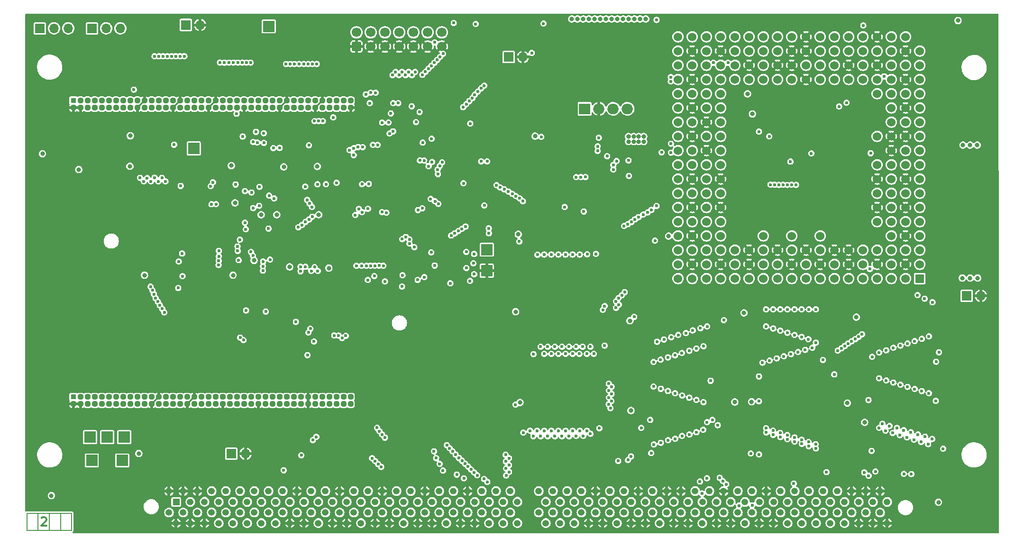
<source format=gbr>
G04 #@! TF.GenerationSoftware,KiCad,Pcbnew,7.0.5-0*
G04 #@! TF.CreationDate,2023-07-16T23:29:11+02:00*
G04 #@! TF.ProjectId,Z3660_v02,5a333636-305f-4763-9032-2e6b69636164,rev?*
G04 #@! TF.SameCoordinates,Original*
G04 #@! TF.FileFunction,Copper,L2,Inr*
G04 #@! TF.FilePolarity,Positive*
%FSLAX46Y46*%
G04 Gerber Fmt 4.6, Leading zero omitted, Abs format (unit mm)*
G04 Created by KiCad (PCBNEW 7.0.5-0) date 2023-07-16 23:29:11*
%MOMM*%
%LPD*%
G01*
G04 APERTURE LIST*
G04 Aperture macros list*
%AMRoundRect*
0 Rectangle with rounded corners*
0 $1 Rounding radius*
0 $2 $3 $4 $5 $6 $7 $8 $9 X,Y pos of 4 corners*
0 Add a 4 corners polygon primitive as box body*
4,1,4,$2,$3,$4,$5,$6,$7,$8,$9,$2,$3,0*
0 Add four circle primitives for the rounded corners*
1,1,$1+$1,$2,$3*
1,1,$1+$1,$4,$5*
1,1,$1+$1,$6,$7*
1,1,$1+$1,$8,$9*
0 Add four rect primitives between the rounded corners*
20,1,$1+$1,$2,$3,$4,$5,0*
20,1,$1+$1,$4,$5,$6,$7,0*
20,1,$1+$1,$6,$7,$8,$9,0*
20,1,$1+$1,$8,$9,$2,$3,0*%
G04 Aperture macros list end*
G04 #@! TA.AperFunction,NonConductor*
%ADD10C,0.150000*%
G04 #@! TD*
%ADD11C,0.300000*%
G04 #@! TA.AperFunction,NonConductor*
%ADD12C,0.300000*%
G04 #@! TD*
G04 #@! TA.AperFunction,ComponentPad*
%ADD13R,1.700000X1.700000*%
G04 #@! TD*
G04 #@! TA.AperFunction,ComponentPad*
%ADD14O,1.700000X1.700000*%
G04 #@! TD*
G04 #@! TA.AperFunction,ComponentPad*
%ADD15RoundRect,0.250000X0.600000X-0.600000X0.600000X0.600000X-0.600000X0.600000X-0.600000X-0.600000X0*%
G04 #@! TD*
G04 #@! TA.AperFunction,ComponentPad*
%ADD16C,1.700000*%
G04 #@! TD*
G04 #@! TA.AperFunction,ComponentPad*
%ADD17R,2.000000X2.000000*%
G04 #@! TD*
G04 #@! TA.AperFunction,ComponentPad*
%ADD18R,2.000000X1.905000*%
G04 #@! TD*
G04 #@! TA.AperFunction,ComponentPad*
%ADD19O,2.000000X1.905000*%
G04 #@! TD*
G04 #@! TA.AperFunction,ComponentPad*
%ADD20R,1.524000X1.524000*%
G04 #@! TD*
G04 #@! TA.AperFunction,ComponentPad*
%ADD21C,1.524000*%
G04 #@! TD*
G04 #@! TA.AperFunction,ComponentPad*
%ADD22R,0.950000X0.950000*%
G04 #@! TD*
G04 #@! TA.AperFunction,ComponentPad*
%ADD23RoundRect,0.237500X-0.237500X0.237500X-0.237500X-0.237500X0.237500X-0.237500X0.237500X0.237500X0*%
G04 #@! TD*
G04 #@! TA.AperFunction,ComponentPad*
%ADD24R,1.200000X1.200000*%
G04 #@! TD*
G04 #@! TA.AperFunction,ComponentPad*
%ADD25O,1.200000X1.200000*%
G04 #@! TD*
G04 #@! TA.AperFunction,ViaPad*
%ADD26C,0.800000*%
G04 #@! TD*
G04 #@! TA.AperFunction,ViaPad*
%ADD27C,0.600000*%
G04 #@! TD*
G04 #@! TA.AperFunction,Conductor*
%ADD28C,0.300000*%
G04 #@! TD*
G04 APERTURE END LIST*
D10*
X84582000Y-118999000D02*
X84582000Y-122047000D01*
X82582000Y-118999000D02*
X82582000Y-122047000D01*
X86582000Y-118999000D02*
X86582000Y-122047000D01*
X80576000Y-118999000D02*
X88576000Y-118999000D01*
X88576000Y-122047000D02*
X80576000Y-122047000D01*
X88576000Y-118999000D02*
X88576000Y-122047000D01*
X80576000Y-122047000D02*
X80576000Y-118999000D01*
D11*
D12*
X83195429Y-119844185D02*
X83266857Y-119772757D01*
X83266857Y-119772757D02*
X83409715Y-119701328D01*
X83409715Y-119701328D02*
X83766857Y-119701328D01*
X83766857Y-119701328D02*
X83909715Y-119772757D01*
X83909715Y-119772757D02*
X83981143Y-119844185D01*
X83981143Y-119844185D02*
X84052572Y-119987042D01*
X84052572Y-119987042D02*
X84052572Y-120129900D01*
X84052572Y-120129900D02*
X83981143Y-120344185D01*
X83981143Y-120344185D02*
X83124000Y-121201328D01*
X83124000Y-121201328D02*
X84052572Y-121201328D01*
D13*
X248412000Y-80137000D03*
D14*
X250952000Y-80137000D03*
D13*
X108981000Y-31750000D03*
D14*
X111521000Y-31750000D03*
D15*
X139446000Y-35610800D03*
D16*
X139446000Y-33070800D03*
X141986000Y-35610800D03*
X141986000Y-33070800D03*
X144526000Y-35610800D03*
X144526000Y-33070800D03*
X147066000Y-35610800D03*
X147066000Y-33070800D03*
X149606000Y-35610800D03*
X149606000Y-33070800D03*
X152146000Y-35610800D03*
X152146000Y-33070800D03*
X154686000Y-35610800D03*
X154686000Y-33070800D03*
D17*
X123768000Y-32004000D03*
X162712400Y-75641200D03*
X110388400Y-53797200D03*
X92178000Y-109551600D03*
X97613600Y-109551600D03*
X94921200Y-105386000D03*
D13*
X166624000Y-37490400D03*
D14*
X169164000Y-37490400D03*
D13*
X117094000Y-108331000D03*
D14*
X119634000Y-108331000D03*
D17*
X97969200Y-105386000D03*
D13*
X82895300Y-32361200D03*
D14*
X85435300Y-32361200D03*
X87975300Y-32361200D03*
D18*
X180213000Y-46736000D03*
D19*
X182753000Y-46736000D03*
X185293000Y-46736000D03*
X187833000Y-46736000D03*
D13*
X92191700Y-32361200D03*
D14*
X94731700Y-32361200D03*
X97271700Y-32361200D03*
D17*
X91873200Y-105386000D03*
X162712400Y-71882000D03*
D20*
X240055000Y-77050900D03*
D21*
X237515000Y-77050900D03*
X234975000Y-77050900D03*
X232435000Y-77050900D03*
X229895000Y-77050900D03*
X227355000Y-77050900D03*
X224815000Y-77050900D03*
X222275000Y-77050900D03*
X219735000Y-77050900D03*
X217195000Y-77050900D03*
X214655000Y-77050900D03*
X212115000Y-77050900D03*
X209575000Y-77050900D03*
X207035000Y-77050900D03*
X204495000Y-77050900D03*
X201955000Y-77050900D03*
X199415000Y-77050900D03*
X196875000Y-77050900D03*
X240055000Y-74510900D03*
X237515000Y-74510900D03*
X234975000Y-74510900D03*
X232435000Y-74510900D03*
X229895000Y-74510900D03*
X227355000Y-74510900D03*
X224815000Y-74510900D03*
X222275000Y-74510900D03*
X219735000Y-74510900D03*
X217195000Y-74510900D03*
X214655000Y-74510900D03*
X212115000Y-74510900D03*
X209575000Y-74510900D03*
X207035000Y-74510900D03*
X204495000Y-74510900D03*
X201955000Y-74510900D03*
X199415000Y-74510900D03*
X196875000Y-74510900D03*
X240055000Y-71970900D03*
X237515000Y-71970900D03*
X234975000Y-71970900D03*
X232435000Y-71970900D03*
X229895000Y-71970900D03*
X227355000Y-71970900D03*
X224815000Y-71970900D03*
X222275000Y-71970900D03*
X219735000Y-71970900D03*
X217195000Y-71970900D03*
X214655000Y-71970900D03*
X212115000Y-71970900D03*
X209575000Y-71970900D03*
X207035000Y-71970900D03*
X204495000Y-71970900D03*
X201955000Y-71970900D03*
X199415000Y-71970900D03*
X196875000Y-71970900D03*
X240055000Y-69430900D03*
X237515000Y-69430900D03*
X234975000Y-69430900D03*
X201955000Y-69430900D03*
X199415000Y-69430900D03*
X196875000Y-69430900D03*
X240055000Y-66890900D03*
X237515000Y-66890900D03*
X234975000Y-66890900D03*
X201955000Y-66890900D03*
X199415000Y-66890900D03*
X196875000Y-66890900D03*
X240055000Y-64350900D03*
X237515000Y-64350900D03*
X234975000Y-64350900D03*
X201955000Y-64350900D03*
X199415000Y-64350900D03*
X196875000Y-64350900D03*
X240055000Y-61810900D03*
X237515000Y-61810900D03*
X234975000Y-61810900D03*
X201955000Y-61810900D03*
X199415000Y-61810900D03*
X196875000Y-61810900D03*
X240055000Y-59270900D03*
X237515000Y-59270900D03*
X234975000Y-59270900D03*
X201955000Y-59270900D03*
X199415000Y-59270900D03*
X196875000Y-59270900D03*
X240055000Y-56730900D03*
X237515000Y-56730900D03*
X234975000Y-56730900D03*
X201955000Y-56730900D03*
X199415000Y-56730900D03*
X196875000Y-56730900D03*
X240055000Y-54190900D03*
X237515000Y-54190900D03*
X234975000Y-54190900D03*
X201955000Y-54190900D03*
X199415000Y-54190900D03*
X196875000Y-54190900D03*
X240055000Y-51650900D03*
X237515000Y-51650900D03*
X234975000Y-51650900D03*
X201955000Y-51650900D03*
X199415000Y-51650900D03*
X196875000Y-51650900D03*
X240055000Y-49110900D03*
X237515000Y-49110900D03*
X234975000Y-49110900D03*
X201955000Y-49110900D03*
X199415000Y-49110900D03*
X196875000Y-49110900D03*
X240055000Y-46570900D03*
X237515000Y-46570900D03*
X234975000Y-46570900D03*
X201955000Y-46570900D03*
X199415000Y-46570900D03*
X196875000Y-46570900D03*
X240055000Y-44030900D03*
X237515000Y-44030900D03*
X234975000Y-44030900D03*
X201955000Y-44030900D03*
X199415000Y-44030900D03*
X196875000Y-44030900D03*
X240055000Y-41490900D03*
X237515000Y-41490900D03*
X234975000Y-41490900D03*
X201955000Y-41490900D03*
X199415000Y-41490900D03*
X196875000Y-41490900D03*
X240055000Y-38950900D03*
X237515000Y-38950900D03*
X234975000Y-38950900D03*
X232435000Y-38950900D03*
X229895000Y-38950900D03*
X227355000Y-38950900D03*
X224815000Y-38950900D03*
X222275000Y-38950900D03*
X219735000Y-38950900D03*
X217195000Y-38950900D03*
X214655000Y-38950900D03*
X212115000Y-38950900D03*
X209575000Y-38950900D03*
X207035000Y-38950900D03*
X204495000Y-38950900D03*
X201955000Y-38950900D03*
X199415000Y-38950900D03*
X196875000Y-38950900D03*
X240055000Y-36410900D03*
X237515000Y-36410900D03*
X234975000Y-36410900D03*
X232435000Y-36410900D03*
X229895000Y-36410900D03*
X227355000Y-36410900D03*
X224815000Y-36410900D03*
X222275000Y-36410900D03*
X219735000Y-36410900D03*
X217195000Y-36410900D03*
X214655000Y-36410900D03*
X212115000Y-36410900D03*
X209575000Y-36410900D03*
X207035000Y-36410900D03*
X204495000Y-36410900D03*
X201955000Y-36410900D03*
X199415000Y-36410900D03*
X196875000Y-36410900D03*
X237515000Y-33870900D03*
X234975000Y-33870900D03*
X232435000Y-33870900D03*
X229895000Y-33870900D03*
X227355000Y-33870900D03*
X224815000Y-33870900D03*
X222275000Y-33870900D03*
X219735000Y-33870900D03*
X217195000Y-33870900D03*
X214655000Y-33870900D03*
X212115000Y-33870900D03*
X209575000Y-33870900D03*
X207035000Y-33870900D03*
X204495000Y-33870900D03*
X201955000Y-33870900D03*
X199415000Y-33870900D03*
X196875000Y-33870900D03*
X222275000Y-69430900D03*
X217195000Y-69430900D03*
X212115000Y-69430900D03*
X204495000Y-69430900D03*
X232435000Y-66890900D03*
X204495000Y-66890900D03*
X232435000Y-64350900D03*
X204495000Y-64350900D03*
X232435000Y-61810900D03*
X204495000Y-61810900D03*
X232435000Y-59270900D03*
X204495000Y-59270900D03*
X232435000Y-56730900D03*
X204495000Y-56730900D03*
X204495000Y-54190900D03*
X232435000Y-51650900D03*
X204495000Y-51650900D03*
X204495000Y-49110900D03*
X204495000Y-46570900D03*
X232435000Y-44030900D03*
X204495000Y-44030900D03*
X232435000Y-41490900D03*
X229895000Y-41490900D03*
X227355000Y-41490900D03*
X224815000Y-41490900D03*
X222275000Y-41490900D03*
X219735000Y-41490900D03*
X217195000Y-41490900D03*
X214655000Y-41490900D03*
X212115000Y-41490900D03*
X209575000Y-41490900D03*
X207035000Y-41490900D03*
X204495000Y-41490900D03*
D22*
X88883000Y-45256500D03*
D23*
X88883000Y-46526500D03*
X90153000Y-45256500D03*
X90153000Y-46526500D03*
X91423000Y-45256500D03*
X91423000Y-46526500D03*
X92693000Y-45256500D03*
X92693000Y-46526500D03*
X93963000Y-45256500D03*
X93963000Y-46526500D03*
X95233000Y-45256500D03*
X95233000Y-46526500D03*
X96503000Y-45256500D03*
X96503000Y-46526500D03*
X97773000Y-45256500D03*
X97773000Y-46526500D03*
X99043000Y-45256500D03*
X99043000Y-46526500D03*
X100313000Y-45256500D03*
X100313000Y-46526500D03*
X101583000Y-45256500D03*
X101583000Y-46526500D03*
X102853000Y-45256500D03*
X102853000Y-46526500D03*
X104123000Y-45256500D03*
X104123000Y-46526500D03*
X105393000Y-45256500D03*
X105393000Y-46526500D03*
X106663000Y-45256500D03*
X106663000Y-46526500D03*
X107933000Y-45256500D03*
X107933000Y-46526500D03*
X109203000Y-45256500D03*
X109203000Y-46526500D03*
X110473000Y-45256500D03*
X110473000Y-46526500D03*
X111743000Y-45256500D03*
X111743000Y-46526500D03*
X113013000Y-45256500D03*
X113013000Y-46526500D03*
X114283000Y-45256500D03*
X114283000Y-46526500D03*
X115553000Y-45256500D03*
X115553000Y-46526500D03*
X116823000Y-45256500D03*
X116823000Y-46526500D03*
X118093000Y-45256500D03*
X118093000Y-46526500D03*
X119363000Y-45256500D03*
X119363000Y-46526500D03*
X120633000Y-45256500D03*
X120633000Y-46526500D03*
X121903000Y-45256500D03*
X121903000Y-46526500D03*
X123173000Y-45256500D03*
X123173000Y-46526500D03*
X124443000Y-45256500D03*
X124443000Y-46526500D03*
X125713000Y-45256500D03*
X125713000Y-46526500D03*
X126983000Y-45256500D03*
X126983000Y-46526500D03*
X128253000Y-45256500D03*
X128253000Y-46526500D03*
X129523000Y-45256500D03*
X129523000Y-46526500D03*
X130793000Y-45256500D03*
X130793000Y-46526500D03*
X132063000Y-45256500D03*
X132063000Y-46526500D03*
X133333000Y-45256500D03*
X133333000Y-46526500D03*
X134603000Y-45256500D03*
X134603000Y-46526500D03*
X135873000Y-45256500D03*
X135873000Y-46526500D03*
X137143000Y-45256500D03*
X137143000Y-46526500D03*
X138413000Y-45256500D03*
X138413000Y-46526500D03*
D22*
X88883000Y-98193000D03*
D23*
X88883000Y-99463000D03*
X90153000Y-98193000D03*
X90153000Y-99463000D03*
X91423000Y-98193000D03*
X91423000Y-99463000D03*
X92693000Y-98193000D03*
X92693000Y-99463000D03*
X93963000Y-98193000D03*
X93963000Y-99463000D03*
X95233000Y-98193000D03*
X95233000Y-99463000D03*
X96503000Y-98193000D03*
X96503000Y-99463000D03*
X97773000Y-98193000D03*
X97773000Y-99463000D03*
X99043000Y-98193000D03*
X99043000Y-99463000D03*
X100313000Y-98193000D03*
X100313000Y-99463000D03*
X101583000Y-98193000D03*
X101583000Y-99463000D03*
X102853000Y-98193000D03*
X102853000Y-99463000D03*
X104123000Y-98193000D03*
X104123000Y-99463000D03*
X105393000Y-98193000D03*
X105393000Y-99463000D03*
X106663000Y-98193000D03*
X106663000Y-99463000D03*
X107933000Y-98193000D03*
X107933000Y-99463000D03*
X109203000Y-98193000D03*
X109203000Y-99463000D03*
X110473000Y-98193000D03*
X110473000Y-99463000D03*
X111743000Y-98193000D03*
X111743000Y-99463000D03*
X113013000Y-98193000D03*
X113013000Y-99463000D03*
X114283000Y-98193000D03*
X114283000Y-99463000D03*
X115553000Y-98193000D03*
X115553000Y-99463000D03*
X116823000Y-98193000D03*
X116823000Y-99463000D03*
X118093000Y-98193000D03*
X118093000Y-99463000D03*
X119363000Y-98193000D03*
X119363000Y-99463000D03*
X120633000Y-98193000D03*
X120633000Y-99463000D03*
X121903000Y-98193000D03*
X121903000Y-99463000D03*
X123173000Y-98193000D03*
X123173000Y-99463000D03*
X124443000Y-98193000D03*
X124443000Y-99463000D03*
X125713000Y-98193000D03*
X125713000Y-99463000D03*
X126983000Y-98193000D03*
X126983000Y-99463000D03*
X128253000Y-98193000D03*
X128253000Y-99463000D03*
X129523000Y-98193000D03*
X129523000Y-99463000D03*
X130793000Y-98193000D03*
X130793000Y-99463000D03*
X132063000Y-98193000D03*
X132063000Y-99463000D03*
X133333000Y-98193000D03*
X133333000Y-99463000D03*
X134603000Y-98193000D03*
X134603000Y-99463000D03*
X135873000Y-98193000D03*
X135873000Y-99463000D03*
X137143000Y-98193000D03*
X137143000Y-99463000D03*
X138413000Y-98193000D03*
X138413000Y-99463000D03*
D24*
X107239000Y-116954500D03*
D25*
X105964986Y-115024415D03*
X107234986Y-120739415D03*
X105964986Y-118859500D03*
X109774986Y-116954500D03*
X108504986Y-115024415D03*
X109774986Y-120739415D03*
X108504986Y-118859500D03*
X112314986Y-116929415D03*
X111044986Y-115024415D03*
X112314986Y-120739415D03*
X111044986Y-118859500D03*
X114854986Y-116954500D03*
X113584986Y-115024415D03*
X114854986Y-120739415D03*
X113584986Y-118834415D03*
X117394986Y-116954500D03*
X116124986Y-115024415D03*
X117394986Y-120739415D03*
X116124986Y-118859500D03*
X119934986Y-116954500D03*
X118664986Y-115024415D03*
X119934986Y-120739415D03*
X118664986Y-118859500D03*
X122474986Y-116954500D03*
X121204986Y-115024415D03*
X122474986Y-120739415D03*
X121204986Y-118834415D03*
X125014986Y-116954500D03*
X123744986Y-115024415D03*
X125014986Y-120739415D03*
X123744986Y-118859500D03*
X127554986Y-116954500D03*
X126284986Y-115024415D03*
X127554986Y-120739415D03*
X126284986Y-118834415D03*
X130094986Y-116954500D03*
X128824986Y-115024415D03*
X130094986Y-120739415D03*
X128824986Y-118859500D03*
X132634986Y-116929415D03*
X131364986Y-115024415D03*
X132634986Y-120739415D03*
X131364986Y-118834415D03*
X135174986Y-116954500D03*
X133904986Y-115024415D03*
X135174986Y-120739415D03*
X133904986Y-118859500D03*
X137714986Y-116929415D03*
X136444986Y-115024415D03*
X137714986Y-120739415D03*
X136444986Y-118859500D03*
X140254986Y-116954500D03*
X138984986Y-115024415D03*
X140254986Y-120739415D03*
X138984986Y-118859500D03*
X142794986Y-116954500D03*
X141524986Y-115024415D03*
X142794986Y-120739415D03*
X141524986Y-118834415D03*
X145334986Y-116954500D03*
X144064986Y-115024415D03*
X145334986Y-120739415D03*
X144064986Y-118859500D03*
X147874986Y-116954500D03*
X146604986Y-115024415D03*
X147874986Y-120739415D03*
X146604986Y-118859500D03*
X150414986Y-116954500D03*
X149144986Y-115024415D03*
X150414986Y-120739415D03*
X149144986Y-118834415D03*
X152954986Y-116954500D03*
X151684986Y-115024415D03*
X152954986Y-120739415D03*
X151684986Y-118859500D03*
X155494986Y-116954500D03*
X154224986Y-115024415D03*
X155494986Y-120739415D03*
X154224986Y-118834415D03*
X158034986Y-116954500D03*
X156764986Y-115024415D03*
X158034986Y-120739415D03*
X156764986Y-118859500D03*
X160574986Y-116954500D03*
X159304986Y-115024415D03*
X160574986Y-120739415D03*
X159304986Y-118834415D03*
X163114986Y-116954500D03*
X161844986Y-115024415D03*
X163114986Y-120739415D03*
X161844986Y-118859500D03*
X165654986Y-116954500D03*
X164384986Y-115024415D03*
X165654986Y-120739415D03*
X164384986Y-118834415D03*
X168194986Y-116929415D03*
X166924986Y-115024415D03*
X168194986Y-120739415D03*
X166924986Y-118859500D03*
X173274986Y-116929415D03*
X172004986Y-115024415D03*
X173274986Y-120739415D03*
X172004986Y-118859500D03*
X175814986Y-116929415D03*
X174544986Y-115024415D03*
X175814986Y-120739415D03*
X174544986Y-118834415D03*
X178354986Y-116929415D03*
X177084986Y-115024415D03*
X178354986Y-120739415D03*
X177084986Y-118859500D03*
X180894986Y-116954500D03*
X179624986Y-115024415D03*
X180894986Y-120739415D03*
X179624986Y-118859500D03*
X183434986Y-116954500D03*
X182164986Y-115024415D03*
X183434986Y-120739415D03*
X182164986Y-118834415D03*
X185974986Y-116929415D03*
X184704986Y-115024415D03*
X185974986Y-120739415D03*
X184704986Y-118859500D03*
X188514986Y-116954500D03*
X187244986Y-115024415D03*
X188514986Y-120739415D03*
X187244986Y-118859500D03*
X191054986Y-116929415D03*
X189784986Y-115024415D03*
X191054986Y-120739415D03*
X189784986Y-118859500D03*
X193594986Y-116929415D03*
X192324986Y-115024415D03*
X193594986Y-120739415D03*
X192324986Y-118834415D03*
X196134986Y-116929415D03*
X194864986Y-115024415D03*
X196134986Y-120739415D03*
X194864986Y-118859500D03*
X198674986Y-116954500D03*
X197404986Y-115024415D03*
X198674986Y-120739415D03*
X197404986Y-118859500D03*
X201219000Y-116954500D03*
X199944986Y-115024415D03*
X201214986Y-120739415D03*
X199944986Y-118859500D03*
X203754986Y-116929415D03*
X202484986Y-115024415D03*
X203754986Y-120739415D03*
X202484986Y-118859500D03*
X206294986Y-116954500D03*
X205024986Y-115024415D03*
X206294986Y-120739415D03*
X205024986Y-118834415D03*
X208834986Y-116954500D03*
X207564986Y-115024415D03*
X208834986Y-120739415D03*
X207564986Y-118859500D03*
X211379000Y-116954500D03*
X210104986Y-115024415D03*
X211374986Y-120739415D03*
X210104986Y-118859500D03*
X213919000Y-116954500D03*
X212644986Y-115024415D03*
X213914986Y-120739415D03*
X212644986Y-118859500D03*
X216454986Y-116954500D03*
X215184986Y-115024415D03*
X216454986Y-120739415D03*
X215184986Y-118859500D03*
X218994986Y-116954500D03*
X217724986Y-115024415D03*
X218994986Y-120739415D03*
X217724986Y-118859500D03*
X221534986Y-116954500D03*
X220264986Y-115024415D03*
X221534986Y-120739415D03*
X220264986Y-118859500D03*
X224074986Y-116954500D03*
X222804986Y-115024415D03*
X224074986Y-120739415D03*
X222804986Y-118859500D03*
X226614986Y-116954500D03*
X225344986Y-115024415D03*
X226614986Y-120739415D03*
X225344986Y-118859500D03*
X229154986Y-116954500D03*
X227884986Y-115024415D03*
X229154986Y-120739415D03*
X227884986Y-118834415D03*
X231694986Y-116954500D03*
X230424986Y-115024415D03*
X231694986Y-120739415D03*
X230424986Y-118834415D03*
X234234986Y-116954500D03*
X232964986Y-115024415D03*
X234234986Y-120739415D03*
X232964986Y-118859500D03*
D26*
X176107477Y-30690810D03*
X178077293Y-36969500D03*
X136398000Y-57368982D03*
X92440000Y-115824000D03*
X95758000Y-49834800D03*
X247777000Y-66294000D03*
X203962000Y-95032198D03*
X222732600Y-102187194D03*
X187522898Y-88818502D03*
X224002600Y-107812400D03*
X93878400Y-41300400D03*
X226822000Y-103334445D03*
X224045449Y-91691599D03*
X178119400Y-64185865D03*
X205673697Y-85098000D03*
X116051327Y-75909273D03*
X193497200Y-44348400D03*
X162661602Y-51612802D03*
X89662000Y-90017600D03*
X165137644Y-85740515D03*
X104063800Y-88864000D03*
X204008000Y-108596275D03*
X130849500Y-56903872D03*
X177165000Y-39116000D03*
X188468000Y-102616000D03*
X183769000Y-95123000D03*
X125349000Y-75311000D03*
X179197000Y-39116000D03*
X168402000Y-103835196D03*
X210566000Y-112947670D03*
X250316950Y-65087500D03*
X176149000Y-39116000D03*
X182499000Y-102235000D03*
X249047000Y-66294000D03*
X136144000Y-65786000D03*
X244246400Y-95250000D03*
X242990500Y-82423000D03*
X228600000Y-85979000D03*
X176020094Y-36969500D03*
X180144300Y-36969500D03*
X208788000Y-68326000D03*
X134975600Y-60131226D03*
X249047000Y-65087500D03*
X179122299Y-36969500D03*
X167629700Y-46280400D03*
X114427000Y-89676800D03*
X83362800Y-46837602D03*
X117887764Y-54692564D03*
X108818700Y-108305600D03*
X182480428Y-82858600D03*
X137033000Y-76962000D03*
X122936000Y-56896000D03*
X105997269Y-58899531D03*
X250317000Y-66294000D03*
X180213000Y-39116000D03*
X244246400Y-111912400D03*
X174040800Y-52832000D03*
X117823576Y-65818444D03*
X206933800Y-101614800D03*
X251637800Y-117017800D03*
X87299800Y-59857200D03*
X117855992Y-68377217D03*
X119888000Y-78552412D03*
X87477600Y-54762400D03*
X129565400Y-65648400D03*
X247777008Y-65087500D03*
X184912000Y-110109000D03*
X101854000Y-34798000D03*
X178181000Y-39116000D03*
D27*
X221640400Y-49733200D03*
D26*
X167711400Y-70967602D03*
X177068242Y-36969500D03*
X245237011Y-35352800D03*
X180961720Y-30690810D03*
X181991000Y-30690810D03*
X184023000Y-30690810D03*
X84963000Y-115824000D03*
X188976000Y-52578000D03*
X228727000Y-83947000D03*
X207010000Y-99110800D03*
X188026805Y-52580194D03*
X183007000Y-30690810D03*
X185039000Y-30690810D03*
X189864951Y-52578491D03*
X189865000Y-51689000D03*
X179958443Y-30690810D03*
X208661000Y-83185000D03*
X188067505Y-30690810D03*
X188468000Y-100635003D03*
X168656000Y-99187000D03*
D27*
X231292400Y-54660800D03*
D26*
X189083505Y-30690810D03*
X188290926Y-84597974D03*
X168351200Y-69137000D03*
X249046999Y-76962000D03*
X167868600Y-82971200D03*
X250380503Y-76961998D03*
X89859901Y-57591295D03*
X177907505Y-30690810D03*
X247650001Y-76962000D03*
X243382800Y-117017798D03*
X210018000Y-99060000D03*
X186054443Y-30690810D03*
X171348402Y-51612800D03*
X83362800Y-54762398D03*
D27*
X220675200Y-54711600D03*
D26*
X100584000Y-108305600D03*
X190753951Y-52578491D03*
X230211000Y-102733995D03*
X188976049Y-51688509D03*
X187070443Y-30690810D03*
X227116862Y-99291030D03*
X191121720Y-30690810D03*
X190099505Y-30690810D03*
X188023016Y-51688514D03*
X178929720Y-30690810D03*
X190754000Y-51689000D03*
D27*
X221458418Y-106641000D03*
X241548011Y-106627529D03*
X229743000Y-86995000D03*
X241681000Y-87376000D03*
X221488000Y-82550000D03*
X220206990Y-106241000D03*
X240284000Y-106232500D03*
X220261022Y-82550000D03*
X229142363Y-87443318D03*
X240411000Y-87823500D03*
X218948000Y-105841000D03*
X239014000Y-105832989D03*
X238531404Y-111977996D03*
X239141000Y-88223011D03*
X218948000Y-82550000D03*
X228522450Y-87864581D03*
X237744000Y-105433478D03*
X237210595Y-111936405D03*
X217678001Y-105441000D03*
X227886238Y-88260799D03*
X217678000Y-82550000D03*
X237871000Y-88646000D03*
X216385250Y-105005522D03*
X236474000Y-105033967D03*
X227250503Y-88657783D03*
X236601000Y-89027000D03*
X216408000Y-82550000D03*
X235208289Y-104636782D03*
X215106518Y-104606011D03*
X226652239Y-89109262D03*
X215138000Y-82550000D03*
X235331000Y-89421544D03*
X213836518Y-104206500D03*
X233934000Y-104234945D03*
X226026675Y-89522086D03*
X234061000Y-89871533D03*
X213868000Y-82550000D03*
X232791010Y-103715262D03*
X212599242Y-103787200D03*
X232791000Y-90271044D03*
X217550996Y-113665000D03*
X225399608Y-89932624D03*
X212598000Y-82550000D03*
X192517741Y-91948017D03*
X204317600Y-112639800D03*
X172974000Y-90490500D03*
X193751206Y-91548002D03*
X204876400Y-113214800D03*
X174244000Y-90490500D03*
X205486000Y-113792000D03*
X175524509Y-90490500D03*
X195071998Y-91148000D03*
X196342000Y-90747994D03*
X176784000Y-90490500D03*
X197561200Y-90347996D03*
X178054000Y-90490500D03*
X201168000Y-115443000D03*
X198881820Y-89947985D03*
X179252100Y-90490500D03*
X200787001Y-113309027D03*
X180594000Y-90490500D03*
X200151874Y-89547980D03*
X207772000Y-117602000D03*
X202038403Y-112725200D03*
X201422000Y-89147998D03*
X210108802Y-117551200D03*
X181850245Y-90490500D03*
X130962400Y-53238400D03*
X172440600Y-51739800D03*
X166161681Y-110968633D03*
X151552608Y-76801501D03*
X122751841Y-74860907D03*
X144239369Y-74761431D03*
X150368000Y-77276500D03*
X166195000Y-112220000D03*
X131495800Y-64260600D03*
X154062090Y-63702216D03*
X166703000Y-111591001D03*
X148894800Y-70048997D03*
X119674500Y-68242200D03*
X131072191Y-63641682D03*
X153466802Y-63246004D03*
X130656303Y-63017549D03*
X152700874Y-62822287D03*
X108377606Y-76627608D03*
X149779331Y-71454670D03*
X156210000Y-77892600D03*
X143489382Y-74756609D03*
X147605059Y-70013033D03*
X107701301Y-74010301D03*
X118618000Y-70104000D03*
X148894800Y-70799000D03*
X148260592Y-69648643D03*
X108310901Y-72587901D03*
X122746729Y-75636201D03*
X147675598Y-76454000D03*
X147583400Y-78467600D03*
X142734590Y-74761400D03*
X142646400Y-76606400D03*
X130708400Y-90728800D03*
X128625598Y-84785200D03*
X141969788Y-74761400D03*
X141475000Y-77317600D03*
X131368800Y-75692014D03*
X131852000Y-88293400D03*
X130318513Y-74956541D03*
X141219794Y-74761400D03*
X135890000Y-59943996D03*
X145188345Y-49174400D03*
X113563403Y-63779399D03*
X121513413Y-50850603D03*
X139241964Y-65700600D03*
X185902600Y-56047200D03*
X121005600Y-64465200D03*
X134010400Y-60198000D03*
X144038345Y-49205229D03*
X141986000Y-43840400D03*
X144018000Y-65176400D03*
X188104487Y-58722113D03*
X188036202Y-55945600D03*
X144780000Y-65289400D03*
X142866404Y-43856831D03*
X141822827Y-45716982D03*
X160731204Y-31597600D03*
X107619800Y-78732603D03*
X114884202Y-72100000D03*
X146908302Y-45714698D03*
X132537196Y-75692000D03*
X145999196Y-45720000D03*
X131963647Y-75007508D03*
X133448341Y-48924500D03*
X171069000Y-90551000D03*
X183769000Y-89027000D03*
X118397848Y-73771536D03*
X160324800Y-74320400D03*
X122072400Y-64041706D03*
X180340000Y-58922700D03*
X224784513Y-94178087D03*
X211328000Y-94538800D03*
X159081033Y-75157767D03*
X120599200Y-72288400D03*
X160462400Y-76263758D03*
X120976072Y-72962911D03*
X170434000Y-104241608D03*
X188468000Y-108839000D03*
X203962000Y-103256600D03*
X190301268Y-103727468D03*
X179527200Y-58924988D03*
X189052200Y-83885600D03*
X205078748Y-84490925D03*
X123839651Y-62230523D03*
X232136641Y-111523204D03*
X122783601Y-74015599D03*
X243484400Y-90220800D03*
X231546400Y-91033600D03*
X166098598Y-108515602D03*
X153416000Y-74726800D03*
X169249398Y-104561200D03*
X159715200Y-77470000D03*
X124002987Y-73660187D03*
X244220998Y-107442002D03*
X231461000Y-107823000D03*
X160462392Y-72669232D03*
X168520474Y-70424500D03*
X180035200Y-65074800D03*
X118235561Y-72112785D03*
X145588789Y-47552811D03*
X149301200Y-46278800D03*
X139442885Y-74780709D03*
X150723600Y-47299815D03*
X119278400Y-88036400D03*
X140360400Y-74777598D03*
X150088600Y-49098200D03*
X131949335Y-48924500D03*
X132698838Y-48924500D03*
X118028425Y-47612813D03*
X119126000Y-51679814D03*
X138961753Y-55003689D03*
X138201400Y-54116800D03*
X193954400Y-54507878D03*
X184226876Y-55186265D03*
X138963400Y-53761200D03*
X139729913Y-53564087D03*
X182515498Y-54250505D03*
X182524400Y-53441600D03*
X140563600Y-53584600D03*
X131546600Y-66004000D03*
X158276800Y-68172295D03*
X157616400Y-68572295D03*
X130984823Y-66500901D03*
X186189232Y-109619168D03*
X156984091Y-68975642D03*
X130351348Y-66929726D03*
X209854800Y-108305600D03*
X129725947Y-67493400D03*
X156346400Y-69372295D03*
X151536400Y-55981600D03*
X124612400Y-53746400D03*
X230142712Y-111697668D03*
X166126177Y-109718653D03*
X230911400Y-112282800D03*
X125727640Y-53720989D03*
X150783802Y-55959400D03*
X166700200Y-110368600D03*
X178675604Y-58924962D03*
X124739400Y-62752800D03*
X129057400Y-67883600D03*
X167843200Y-99568000D03*
X187943957Y-109448440D03*
X159054800Y-72288400D03*
X166700196Y-109133200D03*
X152806942Y-72376793D03*
X118194553Y-71340620D03*
X223393000Y-111622400D03*
X229971599Y-31833000D03*
X135300000Y-48260000D03*
X118668800Y-87579200D03*
X185327600Y-56758400D03*
X225653600Y-46329600D03*
X119532400Y-61417200D03*
X132486400Y-60221018D03*
X123252241Y-82944947D03*
X226974400Y-45653000D03*
X114362427Y-63765627D03*
X185327600Y-57571011D03*
X162818232Y-113381363D03*
X157734000Y-109102200D03*
X162243232Y-112846451D03*
X157159000Y-108496436D03*
X161010413Y-112191987D03*
X158648400Y-112725200D03*
X156616254Y-107899053D03*
X157378400Y-112064800D03*
X160458775Y-111683854D03*
X156085505Y-107369139D03*
X154896216Y-111359245D03*
X159922637Y-111157112D03*
X155590130Y-106806016D03*
X143865600Y-110693200D03*
X143306800Y-110185200D03*
X142773883Y-109657466D03*
X142233875Y-109136990D03*
X143547284Y-104324929D03*
X136233488Y-87236736D03*
X135483600Y-87223596D03*
X143118658Y-103709474D03*
X144526000Y-105460800D03*
X137525954Y-87266159D03*
X144021114Y-104906297D03*
X136894777Y-87671275D03*
X154305373Y-110160173D03*
X159390350Y-110628743D03*
X158838459Y-110120885D03*
X153684892Y-109123218D03*
X153280621Y-107912865D03*
X158309000Y-109584613D03*
X122887031Y-51103343D03*
X205790800Y-38506400D03*
X121740262Y-52758109D03*
X203200000Y-38506400D03*
X121000248Y-52636111D03*
X180648019Y-72710999D03*
X154736800Y-56286400D03*
X154330400Y-56946800D03*
X179324000Y-72771000D03*
X153924000Y-57607200D03*
X178054000Y-72771000D03*
X176784000Y-72771000D03*
X154005111Y-58389689D03*
X152946319Y-56235016D03*
X175514000Y-72771000D03*
X174244000Y-72771000D03*
X152321237Y-56981436D03*
X172974000Y-72771000D03*
X132270126Y-105323200D03*
X163067999Y-68071999D03*
X163093400Y-68961000D03*
X131663300Y-105898200D03*
X171785054Y-72785554D03*
X221488000Y-88519000D03*
X180594000Y-104267000D03*
X193141600Y-88341200D03*
X221491207Y-107390286D03*
X181229000Y-89214500D03*
X179838001Y-89214500D03*
X220157500Y-87884000D03*
X179324000Y-104267000D03*
X220220077Y-106990889D03*
X194377000Y-87937202D03*
X195662995Y-87530806D03*
X178054000Y-104267000D03*
X178689000Y-89214500D03*
X218948000Y-87503000D03*
X218992004Y-106589711D03*
X196917000Y-87124412D03*
X176784000Y-104267000D03*
X177419000Y-89214500D03*
X217678000Y-87122000D03*
X217678000Y-106191002D03*
X175514000Y-104267000D03*
X216410936Y-105754585D03*
X176149000Y-89214500D03*
X198282943Y-86797957D03*
X216408000Y-86741000D03*
X174244000Y-104267000D03*
X215156184Y-105368811D03*
X215139967Y-86360000D03*
X199498394Y-86319000D03*
X174879000Y-89214500D03*
X173610300Y-89214500D03*
X213886184Y-104969300D03*
X200856208Y-85919000D03*
X172974000Y-104267000D03*
X213868000Y-85979000D03*
X212644557Y-104555060D03*
X202082400Y-85598000D03*
X171704000Y-104267000D03*
X172339000Y-89214500D03*
X212598000Y-85598000D03*
X201362002Y-104055602D03*
X181229000Y-104775000D03*
X211963000Y-92075000D03*
X184794200Y-100203000D03*
X184495428Y-99515077D03*
X213233000Y-91694000D03*
X200152000Y-104500600D03*
X179959000Y-105156000D03*
X178689000Y-105170804D03*
X214503000Y-91313000D03*
X184970834Y-98933000D03*
X198907400Y-104900600D03*
X215773000Y-90932000D03*
X184531000Y-98298000D03*
X177419000Y-105221602D03*
X197586600Y-105170800D03*
X217043000Y-90551000D03*
X185003800Y-97663000D03*
X176149000Y-105221600D03*
X196367400Y-105678800D03*
X174879000Y-105221600D03*
X218313000Y-90170000D03*
X195097400Y-105932800D03*
X184531000Y-97028000D03*
X185003800Y-96393000D03*
X219583000Y-89789000D03*
X193802000Y-106390000D03*
X173609000Y-105221596D03*
X184509022Y-95818500D03*
X192557400Y-106694800D03*
X172339000Y-105221600D03*
X220853000Y-89408000D03*
X201422000Y-99139400D03*
X242256000Y-105711010D03*
X242316000Y-81280000D03*
X241681000Y-97536000D03*
X200152000Y-98739400D03*
X240986000Y-105295406D03*
X240919000Y-80645000D03*
X240411000Y-97155000D03*
X239716000Y-104921116D03*
X198882000Y-98339400D03*
X239141000Y-96774000D03*
X239649000Y-80010000D03*
X197612000Y-97939400D03*
X237871000Y-96393000D03*
X238446000Y-104521000D03*
X196342000Y-97539400D03*
X236601000Y-96012000D03*
X237176000Y-104140000D03*
X235331000Y-95631000D03*
X235966000Y-103759000D03*
X195072000Y-97139400D03*
X234636000Y-103394064D03*
X193802000Y-96739400D03*
X234061000Y-95250000D03*
X233366000Y-102997000D03*
X192518230Y-96333000D03*
X232791000Y-94866056D03*
X129459548Y-74930553D03*
X122926986Y-52814479D03*
X211328000Y-108458000D03*
X150428804Y-64822295D03*
X144526000Y-77571600D03*
X139871780Y-64603548D03*
X151207722Y-64495800D03*
X141499770Y-64588570D03*
X113811745Y-59878544D03*
X149921200Y-40154202D03*
X164449229Y-60371929D03*
X195626410Y-54567795D03*
X103378000Y-37338000D03*
X186827042Y-80046200D03*
X103013327Y-79152814D03*
X101463600Y-59708800D03*
X104164889Y-37363578D03*
X149346200Y-40719401D03*
X165118238Y-60775038D03*
X102073200Y-59099200D03*
X186252829Y-80536029D03*
X103288422Y-79850006D03*
X104913941Y-37337586D03*
X165850832Y-61101232D03*
X148771200Y-40156521D03*
X103566943Y-80545836D03*
X185791800Y-81127600D03*
X102733600Y-59708800D03*
X148196200Y-40719400D03*
X166568850Y-61514450D03*
X105688249Y-37352395D03*
X103978843Y-81172009D03*
X103394000Y-59048400D03*
X186296602Y-81722913D03*
X106437609Y-37337802D03*
X147574000Y-40154200D03*
X167280050Y-61920850D03*
X185791800Y-82277600D03*
X104054400Y-59708800D03*
X104318466Y-81840149D03*
X167936494Y-62323294D03*
X107188000Y-37338000D03*
X147046200Y-40719400D03*
X104755453Y-82449080D03*
X104714800Y-59048400D03*
X183769000Y-81958600D03*
X231140000Y-75336400D03*
X168594900Y-62723400D03*
X107950000Y-37338000D03*
X146424999Y-40154200D03*
X183452908Y-82638740D03*
X105324400Y-59708800D03*
X105127482Y-83099732D03*
X145896200Y-40719400D03*
X108712000Y-37338000D03*
X169169184Y-63223530D03*
X192109787Y-64797027D03*
X154921220Y-36899208D03*
X115062000Y-38481000D03*
X115862103Y-38493363D03*
X191465200Y-65227204D03*
X154390774Y-37429426D03*
X116703920Y-38477681D03*
X190648325Y-65635587D03*
X153881644Y-37980144D03*
X189835682Y-66088396D03*
X153353100Y-38518873D03*
X117475000Y-38481000D03*
X189167328Y-66493331D03*
X152822769Y-39049205D03*
X118268593Y-38481000D03*
X119036730Y-38481000D03*
X188568278Y-66944600D03*
X152292438Y-39579536D03*
X119786232Y-38480782D03*
X151762113Y-40109860D03*
X187920325Y-67344600D03*
X120535734Y-38481004D03*
X187238340Y-67665600D03*
X151221200Y-40665587D03*
X129455500Y-75742800D03*
X123738500Y-68124400D03*
X152857200Y-52070000D03*
X159766000Y-49377608D03*
X213156800Y-51663600D03*
X211328000Y-50800008D03*
X140439002Y-60189951D03*
X162791099Y-56122625D03*
X131219002Y-86013513D03*
X99695000Y-43307000D03*
X141129134Y-44164201D03*
X102671110Y-78486000D03*
X187356854Y-79471200D03*
X100803200Y-59048400D03*
X213386221Y-60287091D03*
X126873000Y-38735000D03*
X158510803Y-46445999D03*
X127635000Y-38735000D03*
X214135844Y-60310928D03*
X159066533Y-45890269D03*
X214885713Y-60325073D03*
X128397000Y-38735000D03*
X159606997Y-45349805D03*
X215635568Y-60310199D03*
X129221787Y-38732739D03*
X160137181Y-44819620D03*
X130048000Y-38735000D03*
X160573552Y-44196603D03*
X216395703Y-60325421D03*
X217144767Y-60299767D03*
X161103884Y-43666272D03*
X130810000Y-38735000D03*
X131572000Y-38735000D03*
X217932000Y-60325000D03*
X161686106Y-43087167D03*
X162257096Y-42600882D03*
X132334000Y-38735000D03*
X172847000Y-31496000D03*
X193040000Y-30861000D03*
X176631600Y-64262000D03*
X193040002Y-64075000D03*
X158546800Y-60026400D03*
X141642238Y-60159038D03*
X119736345Y-82758600D03*
X130877000Y-86681000D03*
X113414096Y-60541036D03*
X145341400Y-51155600D03*
X233680000Y-40944800D03*
X195579508Y-41836897D03*
X195588072Y-41087444D03*
X145983911Y-50768710D03*
X195610620Y-52953406D03*
X143235272Y-53171400D03*
X117856000Y-60248800D03*
X120717008Y-61671200D03*
X122123000Y-60655200D03*
X130308796Y-60631226D03*
X222758000Y-91592400D03*
X140446780Y-65203050D03*
X202692000Y-95300800D03*
X202064487Y-102701000D03*
X162274650Y-63988550D03*
X182818899Y-103785999D03*
X242976400Y-91897200D03*
X211328002Y-98958400D03*
X192097779Y-108226605D03*
X171043600Y-105206798D03*
X158937200Y-67772297D03*
X191899596Y-102301000D03*
X230886006Y-98755200D03*
X119522100Y-67057600D03*
X114824202Y-74625200D03*
X114858800Y-73066600D03*
X114850414Y-73871388D03*
X242916400Y-98907600D03*
X192760598Y-70271200D03*
X182219600Y-72644000D03*
X203022200Y-102305149D03*
X142392404Y-53171400D03*
X151282400Y-52771400D03*
X106872900Y-53138400D03*
X161728987Y-56127313D03*
X153437050Y-34865002D03*
X156819600Y-31394400D03*
X108051600Y-60502798D03*
X129590800Y-108610400D03*
X126441200Y-111302798D03*
D26*
X209296000Y-44069000D03*
X250316942Y-53213000D03*
X125222000Y-65659000D03*
X117099296Y-56890704D03*
D27*
X182727600Y-51917600D03*
D26*
X195199000Y-69469000D03*
X122428000Y-65659000D03*
X132718048Y-65659000D03*
X117398796Y-76454000D03*
X246877000Y-30984000D03*
X99060000Y-51547400D03*
X121158002Y-73812401D03*
D27*
X216941400Y-56159400D03*
D26*
X127508000Y-74985992D03*
X98983812Y-56997600D03*
X132461000Y-57023000D03*
X134518400Y-75184004D03*
X117754400Y-63542600D03*
X101600000Y-76454000D03*
X249046950Y-53213000D03*
X210159600Y-47650400D03*
D27*
X170764200Y-36743200D03*
D26*
X126465577Y-57114312D03*
X247777000Y-53213000D03*
D28*
X132063000Y-46526500D02*
X133333000Y-45256500D01*
X102853000Y-99463000D02*
X104123000Y-98193000D01*
X106663000Y-46526500D02*
X107933000Y-45256500D01*
X109203000Y-99463000D02*
X110473000Y-98193000D01*
X125713000Y-46526500D02*
X126983000Y-45256500D01*
X113013000Y-46526500D02*
X114283000Y-45256500D01*
X100313000Y-46526500D02*
X101583000Y-45256500D01*
G04 #@! TA.AperFunction,Conductor*
G36*
X131047000Y-99300060D02*
G01*
X131036552Y-99279078D01*
X130953666Y-99203516D01*
X130849080Y-99163000D01*
X130765198Y-99163000D01*
X130682750Y-99178412D01*
X130587390Y-99237457D01*
X130539000Y-99301535D01*
X130539000Y-98355939D01*
X130549448Y-98376922D01*
X130632334Y-98452484D01*
X130736920Y-98493000D01*
X130820802Y-98493000D01*
X130903250Y-98477588D01*
X130998610Y-98418543D01*
X131047000Y-98354464D01*
X131047000Y-99300060D01*
G37*
G04 #@! TD.AperFunction*
G04 #@! TA.AperFunction,Conductor*
G36*
X102615077Y-99280246D02*
G01*
X102619002Y-99266879D01*
X102636851Y-99251412D01*
X102615077Y-99280246D01*
G37*
G04 #@! TD.AperFunction*
G04 #@! TA.AperFunction,Conductor*
G36*
X108965077Y-99280246D02*
G01*
X108969002Y-99266879D01*
X108986851Y-99251412D01*
X108965077Y-99280246D01*
G37*
G04 #@! TD.AperFunction*
G04 #@! TA.AperFunction,Conductor*
G36*
X115315077Y-99280246D02*
G01*
X115319002Y-99266879D01*
X115336851Y-99251412D01*
X115315077Y-99280246D01*
G37*
G04 #@! TD.AperFunction*
G04 #@! TA.AperFunction,Conductor*
G36*
X121665077Y-99280246D02*
G01*
X121669002Y-99266879D01*
X121686851Y-99251412D01*
X121665077Y-99280246D01*
G37*
G04 #@! TD.AperFunction*
G04 #@! TA.AperFunction,Conductor*
G36*
X90349121Y-99229002D02*
G01*
X90377319Y-99261544D01*
X90338059Y-99225754D01*
X90349121Y-99229002D01*
G37*
G04 #@! TD.AperFunction*
G04 #@! TA.AperFunction,Conductor*
G36*
X103049121Y-99229002D02*
G01*
X103077319Y-99261544D01*
X103038059Y-99225754D01*
X103049121Y-99229002D01*
G37*
G04 #@! TD.AperFunction*
G04 #@! TA.AperFunction,Conductor*
G36*
X109399121Y-99229002D02*
G01*
X109427319Y-99261544D01*
X109388059Y-99225754D01*
X109399121Y-99229002D01*
G37*
G04 #@! TD.AperFunction*
G04 #@! TA.AperFunction,Conductor*
G36*
X115749121Y-99229002D02*
G01*
X115777319Y-99261544D01*
X115738059Y-99225754D01*
X115749121Y-99229002D01*
G37*
G04 #@! TD.AperFunction*
G04 #@! TA.AperFunction,Conductor*
G36*
X122099121Y-99229002D02*
G01*
X122127319Y-99261544D01*
X122088059Y-99225754D01*
X122099121Y-99229002D01*
G37*
G04 #@! TD.AperFunction*
G04 #@! TA.AperFunction,Conductor*
G36*
X102666893Y-99225380D02*
G01*
X102672658Y-99220386D01*
X102676207Y-99219613D01*
X102666893Y-99225380D01*
G37*
G04 #@! TD.AperFunction*
G04 #@! TA.AperFunction,Conductor*
G36*
X109016893Y-99225380D02*
G01*
X109022658Y-99220386D01*
X109026207Y-99219613D01*
X109016893Y-99225380D01*
G37*
G04 #@! TD.AperFunction*
G04 #@! TA.AperFunction,Conductor*
G36*
X115366893Y-99225380D02*
G01*
X115372658Y-99220386D01*
X115376207Y-99219613D01*
X115366893Y-99225380D01*
G37*
G04 #@! TD.AperFunction*
G04 #@! TA.AperFunction,Conductor*
G36*
X121716893Y-99225380D02*
G01*
X121722658Y-99220386D01*
X121726207Y-99219613D01*
X121716893Y-99225380D01*
G37*
G04 #@! TD.AperFunction*
G04 #@! TA.AperFunction,Conductor*
G36*
X104303342Y-98435614D02*
G01*
X104299792Y-98436386D01*
X104309106Y-98430619D01*
X104303342Y-98435614D01*
G37*
G04 #@! TD.AperFunction*
G04 #@! TA.AperFunction,Conductor*
G36*
X110653342Y-98435614D02*
G01*
X110649792Y-98436386D01*
X110659106Y-98430619D01*
X110653342Y-98435614D01*
G37*
G04 #@! TD.AperFunction*
G04 #@! TA.AperFunction,Conductor*
G36*
X103937940Y-98430245D02*
G01*
X103926879Y-98426998D01*
X103898680Y-98394455D01*
X103937940Y-98430245D01*
G37*
G04 #@! TD.AperFunction*
G04 #@! TA.AperFunction,Conductor*
G36*
X110287940Y-98430245D02*
G01*
X110276879Y-98426998D01*
X110248680Y-98394455D01*
X110287940Y-98430245D01*
G37*
G04 #@! TD.AperFunction*
G04 #@! TA.AperFunction,Conductor*
G36*
X104356998Y-98389121D02*
G01*
X104339148Y-98404587D01*
X104360922Y-98375753D01*
X104356998Y-98389121D01*
G37*
G04 #@! TD.AperFunction*
G04 #@! TA.AperFunction,Conductor*
G36*
X110706998Y-98389121D02*
G01*
X110689148Y-98404587D01*
X110710922Y-98375753D01*
X110706998Y-98389121D01*
G37*
G04 #@! TD.AperFunction*
G04 #@! TA.AperFunction,Conductor*
G36*
X100075077Y-46343746D02*
G01*
X100079002Y-46330379D01*
X100096851Y-46314912D01*
X100075077Y-46343746D01*
G37*
G04 #@! TD.AperFunction*
G04 #@! TA.AperFunction,Conductor*
G36*
X106425077Y-46343746D02*
G01*
X106429002Y-46330379D01*
X106446851Y-46314912D01*
X106425077Y-46343746D01*
G37*
G04 #@! TD.AperFunction*
G04 #@! TA.AperFunction,Conductor*
G36*
X112775077Y-46343746D02*
G01*
X112779002Y-46330379D01*
X112796851Y-46314912D01*
X112775077Y-46343746D01*
G37*
G04 #@! TD.AperFunction*
G04 #@! TA.AperFunction,Conductor*
G36*
X119125077Y-46343746D02*
G01*
X119129002Y-46330379D01*
X119146851Y-46314912D01*
X119125077Y-46343746D01*
G37*
G04 #@! TD.AperFunction*
G04 #@! TA.AperFunction,Conductor*
G36*
X125475077Y-46343746D02*
G01*
X125479002Y-46330379D01*
X125496851Y-46314912D01*
X125475077Y-46343746D01*
G37*
G04 #@! TD.AperFunction*
G04 #@! TA.AperFunction,Conductor*
G36*
X131825077Y-46343746D02*
G01*
X131829002Y-46330379D01*
X131846851Y-46314912D01*
X131825077Y-46343746D01*
G37*
G04 #@! TD.AperFunction*
G04 #@! TA.AperFunction,Conductor*
G36*
X138175077Y-46343746D02*
G01*
X138179002Y-46330379D01*
X138196851Y-46314912D01*
X138175077Y-46343746D01*
G37*
G04 #@! TD.AperFunction*
G04 #@! TA.AperFunction,Conductor*
G36*
X90349121Y-46292502D02*
G01*
X90377319Y-46325044D01*
X90338059Y-46289254D01*
X90349121Y-46292502D01*
G37*
G04 #@! TD.AperFunction*
G04 #@! TA.AperFunction,Conductor*
G36*
X100509121Y-46292502D02*
G01*
X100537319Y-46325044D01*
X100498059Y-46289254D01*
X100509121Y-46292502D01*
G37*
G04 #@! TD.AperFunction*
G04 #@! TA.AperFunction,Conductor*
G36*
X106859121Y-46292502D02*
G01*
X106887319Y-46325044D01*
X106848059Y-46289254D01*
X106859121Y-46292502D01*
G37*
G04 #@! TD.AperFunction*
G04 #@! TA.AperFunction,Conductor*
G36*
X113209121Y-46292502D02*
G01*
X113237319Y-46325044D01*
X113198059Y-46289254D01*
X113209121Y-46292502D01*
G37*
G04 #@! TD.AperFunction*
G04 #@! TA.AperFunction,Conductor*
G36*
X119559121Y-46292502D02*
G01*
X119587319Y-46325044D01*
X119548059Y-46289254D01*
X119559121Y-46292502D01*
G37*
G04 #@! TD.AperFunction*
G04 #@! TA.AperFunction,Conductor*
G36*
X125909121Y-46292502D02*
G01*
X125937319Y-46325044D01*
X125898059Y-46289254D01*
X125909121Y-46292502D01*
G37*
G04 #@! TD.AperFunction*
G04 #@! TA.AperFunction,Conductor*
G36*
X132259121Y-46292502D02*
G01*
X132287319Y-46325044D01*
X132248059Y-46289254D01*
X132259121Y-46292502D01*
G37*
G04 #@! TD.AperFunction*
G04 #@! TA.AperFunction,Conductor*
G36*
X100126893Y-46288880D02*
G01*
X100132658Y-46283886D01*
X100136207Y-46283113D01*
X100126893Y-46288880D01*
G37*
G04 #@! TD.AperFunction*
G04 #@! TA.AperFunction,Conductor*
G36*
X106476893Y-46288880D02*
G01*
X106482658Y-46283886D01*
X106486207Y-46283113D01*
X106476893Y-46288880D01*
G37*
G04 #@! TD.AperFunction*
G04 #@! TA.AperFunction,Conductor*
G36*
X112826893Y-46288880D02*
G01*
X112832658Y-46283886D01*
X112836207Y-46283113D01*
X112826893Y-46288880D01*
G37*
G04 #@! TD.AperFunction*
G04 #@! TA.AperFunction,Conductor*
G36*
X119176893Y-46288880D02*
G01*
X119182658Y-46283886D01*
X119186207Y-46283113D01*
X119176893Y-46288880D01*
G37*
G04 #@! TD.AperFunction*
G04 #@! TA.AperFunction,Conductor*
G36*
X125526893Y-46288880D02*
G01*
X125532658Y-46283886D01*
X125536207Y-46283113D01*
X125526893Y-46288880D01*
G37*
G04 #@! TD.AperFunction*
G04 #@! TA.AperFunction,Conductor*
G36*
X131876893Y-46288880D02*
G01*
X131882658Y-46283886D01*
X131886207Y-46283113D01*
X131876893Y-46288880D01*
G37*
G04 #@! TD.AperFunction*
G04 #@! TA.AperFunction,Conductor*
G36*
X138226893Y-46288880D02*
G01*
X138232658Y-46283886D01*
X138236207Y-46283113D01*
X138226893Y-46288880D01*
G37*
G04 #@! TD.AperFunction*
G04 #@! TA.AperFunction,Conductor*
G36*
X101763342Y-45499114D02*
G01*
X101759792Y-45499886D01*
X101769106Y-45494119D01*
X101763342Y-45499114D01*
G37*
G04 #@! TD.AperFunction*
G04 #@! TA.AperFunction,Conductor*
G36*
X108113342Y-45499114D02*
G01*
X108109792Y-45499886D01*
X108119106Y-45494119D01*
X108113342Y-45499114D01*
G37*
G04 #@! TD.AperFunction*
G04 #@! TA.AperFunction,Conductor*
G36*
X114463342Y-45499114D02*
G01*
X114459792Y-45499886D01*
X114469106Y-45494119D01*
X114463342Y-45499114D01*
G37*
G04 #@! TD.AperFunction*
G04 #@! TA.AperFunction,Conductor*
G36*
X127163342Y-45499114D02*
G01*
X127159792Y-45499886D01*
X127169106Y-45494119D01*
X127163342Y-45499114D01*
G37*
G04 #@! TD.AperFunction*
G04 #@! TA.AperFunction,Conductor*
G36*
X133513342Y-45499114D02*
G01*
X133509792Y-45499886D01*
X133519106Y-45494119D01*
X133513342Y-45499114D01*
G37*
G04 #@! TD.AperFunction*
G04 #@! TA.AperFunction,Conductor*
G36*
X101397940Y-45493745D02*
G01*
X101386879Y-45490498D01*
X101358680Y-45457955D01*
X101397940Y-45493745D01*
G37*
G04 #@! TD.AperFunction*
G04 #@! TA.AperFunction,Conductor*
G36*
X107747940Y-45493745D02*
G01*
X107736879Y-45490498D01*
X107708680Y-45457955D01*
X107747940Y-45493745D01*
G37*
G04 #@! TD.AperFunction*
G04 #@! TA.AperFunction,Conductor*
G36*
X114097940Y-45493745D02*
G01*
X114086879Y-45490498D01*
X114058680Y-45457955D01*
X114097940Y-45493745D01*
G37*
G04 #@! TD.AperFunction*
G04 #@! TA.AperFunction,Conductor*
G36*
X126797940Y-45493745D02*
G01*
X126786879Y-45490498D01*
X126758680Y-45457955D01*
X126797940Y-45493745D01*
G37*
G04 #@! TD.AperFunction*
G04 #@! TA.AperFunction,Conductor*
G36*
X133147940Y-45493745D02*
G01*
X133136879Y-45490498D01*
X133108680Y-45457955D01*
X133147940Y-45493745D01*
G37*
G04 #@! TD.AperFunction*
G04 #@! TA.AperFunction,Conductor*
G36*
X101816998Y-45452621D02*
G01*
X101799148Y-45468087D01*
X101820922Y-45439253D01*
X101816998Y-45452621D01*
G37*
G04 #@! TD.AperFunction*
G04 #@! TA.AperFunction,Conductor*
G36*
X108166998Y-45452621D02*
G01*
X108149148Y-45468087D01*
X108170922Y-45439253D01*
X108166998Y-45452621D01*
G37*
G04 #@! TD.AperFunction*
G04 #@! TA.AperFunction,Conductor*
G36*
X114516998Y-45452621D02*
G01*
X114499148Y-45468087D01*
X114520922Y-45439253D01*
X114516998Y-45452621D01*
G37*
G04 #@! TD.AperFunction*
G04 #@! TA.AperFunction,Conductor*
G36*
X127216998Y-45452621D02*
G01*
X127199148Y-45468087D01*
X127220922Y-45439253D01*
X127216998Y-45452621D01*
G37*
G04 #@! TD.AperFunction*
G04 #@! TA.AperFunction,Conductor*
G36*
X133566998Y-45452621D02*
G01*
X133549148Y-45468087D01*
X133570922Y-45439253D01*
X133566998Y-45452621D01*
G37*
G04 #@! TD.AperFunction*
G04 #@! TA.AperFunction,Conductor*
G36*
X254069224Y-29763502D02*
G01*
X254115717Y-29817158D01*
X254127103Y-29869414D01*
X254165000Y-85274043D01*
X254165000Y-122403500D01*
X254144998Y-122471621D01*
X254091342Y-122518114D01*
X254039000Y-122529500D01*
X88867680Y-122529500D01*
X88799559Y-122509498D01*
X88753066Y-122455842D01*
X88742962Y-122385568D01*
X88772456Y-122320988D01*
X88786688Y-122306979D01*
X88791062Y-122303308D01*
X88791063Y-122303306D01*
X88791066Y-122303305D01*
X88802801Y-122289318D01*
X88818325Y-122273795D01*
X88832305Y-122262066D01*
X88841429Y-122246260D01*
X88854026Y-122228271D01*
X88865757Y-122214292D01*
X88872000Y-122197138D01*
X88881280Y-122177236D01*
X88890405Y-122161434D01*
X88893573Y-122143463D01*
X88899259Y-122122244D01*
X88905499Y-122105102D01*
X88905500Y-122105099D01*
X88905500Y-120485414D01*
X106419566Y-120485414D01*
X106419567Y-120485415D01*
X106923300Y-120485415D01*
X106907345Y-120501370D01*
X106849821Y-120614267D01*
X106830000Y-120739415D01*
X106849821Y-120864563D01*
X106907345Y-120977460D01*
X106923300Y-120993415D01*
X106419567Y-120993415D01*
X106450518Y-121088676D01*
X106450520Y-121088679D01*
X106540278Y-121244147D01*
X106660400Y-121377555D01*
X106805633Y-121483073D01*
X106969632Y-121556091D01*
X106980985Y-121558503D01*
X106980985Y-121051100D01*
X106996941Y-121067056D01*
X107109838Y-121124580D01*
X107203505Y-121139415D01*
X107266467Y-121139415D01*
X107360134Y-121124580D01*
X107473031Y-121067056D01*
X107488985Y-121051101D01*
X107488985Y-121558503D01*
X107500338Y-121556091D01*
X107500342Y-121556089D01*
X107664338Y-121483073D01*
X107809571Y-121377555D01*
X107929693Y-121244147D01*
X108019451Y-121088679D01*
X108019453Y-121088676D01*
X108050405Y-120993415D01*
X107546672Y-120993415D01*
X107562627Y-120977460D01*
X107620151Y-120864563D01*
X107639972Y-120739415D01*
X107620151Y-120614267D01*
X107562627Y-120501370D01*
X107546672Y-120485415D01*
X108050405Y-120485415D01*
X108050405Y-120485414D01*
X108959566Y-120485414D01*
X108959567Y-120485415D01*
X109463300Y-120485415D01*
X109447345Y-120501370D01*
X109389821Y-120614267D01*
X109370000Y-120739415D01*
X109389821Y-120864563D01*
X109447345Y-120977460D01*
X109463300Y-120993415D01*
X108959567Y-120993415D01*
X108990518Y-121088676D01*
X108990520Y-121088679D01*
X109080278Y-121244147D01*
X109200400Y-121377555D01*
X109345633Y-121483073D01*
X109509629Y-121556089D01*
X109509633Y-121556091D01*
X109520986Y-121558503D01*
X109520986Y-121051101D01*
X109536941Y-121067056D01*
X109649838Y-121124580D01*
X109743505Y-121139415D01*
X109806467Y-121139415D01*
X109900134Y-121124580D01*
X110013031Y-121067056D01*
X110028986Y-121051101D01*
X110028986Y-121558503D01*
X110040338Y-121556091D01*
X110040342Y-121556089D01*
X110204338Y-121483073D01*
X110349571Y-121377555D01*
X110469693Y-121244147D01*
X110559451Y-121088679D01*
X110559453Y-121088676D01*
X110590405Y-120993415D01*
X110086672Y-120993415D01*
X110102627Y-120977460D01*
X110160151Y-120864563D01*
X110179972Y-120739415D01*
X110160151Y-120614267D01*
X110102627Y-120501370D01*
X110086672Y-120485415D01*
X110590405Y-120485415D01*
X110590405Y-120485414D01*
X111499566Y-120485414D01*
X111499567Y-120485415D01*
X112003300Y-120485415D01*
X111987345Y-120501370D01*
X111929821Y-120614267D01*
X111910000Y-120739415D01*
X111929821Y-120864563D01*
X111987345Y-120977460D01*
X112003300Y-120993415D01*
X111499567Y-120993415D01*
X111530518Y-121088676D01*
X111530520Y-121088679D01*
X111620278Y-121244147D01*
X111740400Y-121377555D01*
X111885633Y-121483073D01*
X112049629Y-121556089D01*
X112049633Y-121556091D01*
X112060986Y-121558503D01*
X112060986Y-121051101D01*
X112076941Y-121067056D01*
X112189838Y-121124580D01*
X112283505Y-121139415D01*
X112346467Y-121139415D01*
X112440134Y-121124580D01*
X112553031Y-121067056D01*
X112568986Y-121051101D01*
X112568986Y-121558503D01*
X112580338Y-121556091D01*
X112580342Y-121556089D01*
X112744338Y-121483073D01*
X112889571Y-121377555D01*
X113009693Y-121244147D01*
X113099451Y-121088679D01*
X113099453Y-121088676D01*
X113130405Y-120993415D01*
X112626672Y-120993415D01*
X112642627Y-120977460D01*
X112700151Y-120864563D01*
X112719972Y-120739415D01*
X112719972Y-120739414D01*
X113995779Y-120739414D01*
X114014554Y-120918054D01*
X114070058Y-121088881D01*
X114070061Y-121088887D01*
X114159871Y-121244441D01*
X114159873Y-121244444D01*
X114280064Y-121377930D01*
X114425382Y-121483510D01*
X114589476Y-121556569D01*
X114765174Y-121593915D01*
X114944798Y-121593915D01*
X115120496Y-121556569D01*
X115284590Y-121483510D01*
X115429908Y-121377930D01*
X115550099Y-121244444D01*
X115639911Y-121088886D01*
X115639979Y-121088679D01*
X115695417Y-120918054D01*
X115701039Y-120864563D01*
X115714193Y-120739415D01*
X116535779Y-120739415D01*
X116554554Y-120918054D01*
X116610058Y-121088881D01*
X116610061Y-121088887D01*
X116699871Y-121244441D01*
X116699873Y-121244444D01*
X116820064Y-121377930D01*
X116965382Y-121483510D01*
X117129476Y-121556569D01*
X117305174Y-121593915D01*
X117484798Y-121593915D01*
X117660496Y-121556569D01*
X117824590Y-121483510D01*
X117969908Y-121377930D01*
X118090099Y-121244444D01*
X118179911Y-121088886D01*
X118179979Y-121088679D01*
X118235417Y-120918054D01*
X118241039Y-120864563D01*
X118254193Y-120739415D01*
X119075779Y-120739415D01*
X119094554Y-120918054D01*
X119150058Y-121088881D01*
X119150061Y-121088887D01*
X119239871Y-121244441D01*
X119239873Y-121244444D01*
X119360064Y-121377930D01*
X119505382Y-121483510D01*
X119669476Y-121556569D01*
X119845174Y-121593915D01*
X120024798Y-121593915D01*
X120200496Y-121556569D01*
X120364590Y-121483510D01*
X120509908Y-121377930D01*
X120630099Y-121244444D01*
X120719911Y-121088886D01*
X120719979Y-121088679D01*
X120775417Y-120918054D01*
X120781039Y-120864563D01*
X120794193Y-120739415D01*
X121615779Y-120739415D01*
X121634554Y-120918054D01*
X121690058Y-121088881D01*
X121690061Y-121088887D01*
X121779871Y-121244441D01*
X121779873Y-121244444D01*
X121900064Y-121377930D01*
X122045382Y-121483510D01*
X122209476Y-121556569D01*
X122385174Y-121593915D01*
X122564798Y-121593915D01*
X122740496Y-121556569D01*
X122904590Y-121483510D01*
X123049908Y-121377930D01*
X123170099Y-121244444D01*
X123259911Y-121088886D01*
X123259979Y-121088679D01*
X123315417Y-120918054D01*
X123321039Y-120864563D01*
X123334193Y-120739415D01*
X124155779Y-120739415D01*
X124174554Y-120918054D01*
X124230058Y-121088881D01*
X124230061Y-121088887D01*
X124319871Y-121244441D01*
X124319873Y-121244444D01*
X124440064Y-121377930D01*
X124585382Y-121483510D01*
X124749476Y-121556569D01*
X124925174Y-121593915D01*
X125104798Y-121593915D01*
X125280496Y-121556569D01*
X125444590Y-121483510D01*
X125589908Y-121377930D01*
X125710099Y-121244444D01*
X125799911Y-121088886D01*
X125799979Y-121088679D01*
X125855417Y-120918054D01*
X125861039Y-120864563D01*
X125874193Y-120739415D01*
X125855417Y-120560776D01*
X125855417Y-120560775D01*
X125830931Y-120485414D01*
X126739566Y-120485414D01*
X126739567Y-120485415D01*
X127243300Y-120485415D01*
X127227345Y-120501370D01*
X127169821Y-120614267D01*
X127150000Y-120739415D01*
X127169821Y-120864563D01*
X127227345Y-120977460D01*
X127243300Y-120993415D01*
X126739567Y-120993415D01*
X126770518Y-121088676D01*
X126770520Y-121088679D01*
X126860278Y-121244147D01*
X126980400Y-121377555D01*
X127125633Y-121483073D01*
X127289632Y-121556091D01*
X127300985Y-121558503D01*
X127300985Y-121051100D01*
X127316941Y-121067056D01*
X127429838Y-121124580D01*
X127523505Y-121139415D01*
X127586467Y-121139415D01*
X127680134Y-121124580D01*
X127793031Y-121067056D01*
X127808986Y-121051101D01*
X127808986Y-121558503D01*
X127820338Y-121556091D01*
X127820342Y-121556089D01*
X127984338Y-121483073D01*
X128129571Y-121377555D01*
X128249693Y-121244147D01*
X128339451Y-121088679D01*
X128339453Y-121088676D01*
X128370405Y-120993415D01*
X127866672Y-120993415D01*
X127882627Y-120977460D01*
X127940151Y-120864563D01*
X127959972Y-120739415D01*
X127940151Y-120614267D01*
X127882627Y-120501370D01*
X127866672Y-120485415D01*
X128370405Y-120485415D01*
X128370405Y-120485414D01*
X129279566Y-120485414D01*
X129279567Y-120485415D01*
X129783300Y-120485415D01*
X129767345Y-120501370D01*
X129709821Y-120614267D01*
X129690000Y-120739415D01*
X129709821Y-120864563D01*
X129767345Y-120977460D01*
X129783300Y-120993415D01*
X129279567Y-120993415D01*
X129310518Y-121088676D01*
X129310520Y-121088679D01*
X129400278Y-121244147D01*
X129520400Y-121377555D01*
X129665633Y-121483073D01*
X129829629Y-121556089D01*
X129829633Y-121556091D01*
X129840986Y-121558503D01*
X129840986Y-121051101D01*
X129856941Y-121067056D01*
X129969838Y-121124580D01*
X130063505Y-121139415D01*
X130126467Y-121139415D01*
X130220134Y-121124580D01*
X130333031Y-121067056D01*
X130348985Y-121051101D01*
X130348985Y-121558503D01*
X130360338Y-121556091D01*
X130360342Y-121556089D01*
X130524338Y-121483073D01*
X130669571Y-121377555D01*
X130789693Y-121244147D01*
X130879451Y-121088679D01*
X130879453Y-121088676D01*
X130910405Y-120993415D01*
X130406672Y-120993415D01*
X130422627Y-120977460D01*
X130480151Y-120864563D01*
X130499972Y-120739415D01*
X130499972Y-120739414D01*
X131775779Y-120739414D01*
X131794554Y-120918054D01*
X131850058Y-121088881D01*
X131850061Y-121088887D01*
X131939871Y-121244441D01*
X131939873Y-121244444D01*
X132060064Y-121377930D01*
X132205382Y-121483510D01*
X132369476Y-121556569D01*
X132545174Y-121593915D01*
X132724798Y-121593915D01*
X132900496Y-121556569D01*
X133064590Y-121483510D01*
X133209908Y-121377930D01*
X133330099Y-121244444D01*
X133419911Y-121088886D01*
X133419979Y-121088679D01*
X133475417Y-120918054D01*
X133481039Y-120864563D01*
X133494193Y-120739415D01*
X133475417Y-120560776D01*
X133475417Y-120560775D01*
X133450931Y-120485414D01*
X134359566Y-120485414D01*
X134359567Y-120485415D01*
X134863300Y-120485415D01*
X134847345Y-120501370D01*
X134789821Y-120614267D01*
X134770000Y-120739415D01*
X134789821Y-120864563D01*
X134847345Y-120977460D01*
X134863300Y-120993415D01*
X134359567Y-120993415D01*
X134390518Y-121088676D01*
X134390520Y-121088679D01*
X134480278Y-121244147D01*
X134600400Y-121377555D01*
X134745633Y-121483073D01*
X134909629Y-121556089D01*
X134909633Y-121556091D01*
X134920986Y-121558503D01*
X134920986Y-121051101D01*
X134936941Y-121067056D01*
X135049838Y-121124580D01*
X135143505Y-121139415D01*
X135206467Y-121139415D01*
X135300134Y-121124580D01*
X135413031Y-121067056D01*
X135428986Y-121051101D01*
X135428986Y-121558503D01*
X135440338Y-121556091D01*
X135440342Y-121556089D01*
X135604338Y-121483073D01*
X135749571Y-121377555D01*
X135869693Y-121244147D01*
X135959451Y-121088679D01*
X135959453Y-121088676D01*
X135990405Y-120993415D01*
X135486672Y-120993415D01*
X135502627Y-120977460D01*
X135560151Y-120864563D01*
X135579972Y-120739415D01*
X135560151Y-120614267D01*
X135502627Y-120501370D01*
X135486672Y-120485415D01*
X135990405Y-120485415D01*
X135990405Y-120485414D01*
X136899566Y-120485414D01*
X136899567Y-120485415D01*
X137403300Y-120485415D01*
X137387345Y-120501370D01*
X137329821Y-120614267D01*
X137310000Y-120739415D01*
X137329821Y-120864563D01*
X137387345Y-120977460D01*
X137403300Y-120993415D01*
X136899567Y-120993415D01*
X136930518Y-121088676D01*
X136930520Y-121088679D01*
X137020278Y-121244147D01*
X137140400Y-121377555D01*
X137285633Y-121483073D01*
X137449629Y-121556089D01*
X137449633Y-121556091D01*
X137460986Y-121558503D01*
X137460986Y-121051101D01*
X137476941Y-121067056D01*
X137589838Y-121124580D01*
X137683505Y-121139415D01*
X137746467Y-121139415D01*
X137840134Y-121124580D01*
X137953031Y-121067056D01*
X137968986Y-121051101D01*
X137968986Y-121558503D01*
X137980338Y-121556091D01*
X137980342Y-121556089D01*
X138144338Y-121483073D01*
X138289571Y-121377555D01*
X138409693Y-121244147D01*
X138499451Y-121088679D01*
X138499453Y-121088676D01*
X138530405Y-120993415D01*
X138026672Y-120993415D01*
X138042627Y-120977460D01*
X138100151Y-120864563D01*
X138119972Y-120739415D01*
X138119972Y-120739414D01*
X139395779Y-120739414D01*
X139414554Y-120918054D01*
X139470058Y-121088881D01*
X139470061Y-121088887D01*
X139559871Y-121244441D01*
X139559873Y-121244444D01*
X139680064Y-121377930D01*
X139825382Y-121483510D01*
X139989476Y-121556569D01*
X140165174Y-121593915D01*
X140344798Y-121593915D01*
X140520496Y-121556569D01*
X140684590Y-121483510D01*
X140829908Y-121377930D01*
X140950099Y-121244444D01*
X141039911Y-121088886D01*
X141039979Y-121088679D01*
X141095417Y-120918054D01*
X141101039Y-120864563D01*
X141114193Y-120739415D01*
X141095417Y-120560776D01*
X141095417Y-120560775D01*
X141070931Y-120485414D01*
X141979566Y-120485414D01*
X141979567Y-120485415D01*
X142483300Y-120485415D01*
X142467345Y-120501370D01*
X142409821Y-120614267D01*
X142390000Y-120739415D01*
X142409821Y-120864563D01*
X142467345Y-120977460D01*
X142483300Y-120993415D01*
X141979567Y-120993415D01*
X142010518Y-121088676D01*
X142010520Y-121088679D01*
X142100278Y-121244147D01*
X142220400Y-121377555D01*
X142365633Y-121483073D01*
X142529629Y-121556089D01*
X142529633Y-121556091D01*
X142540986Y-121558503D01*
X142540986Y-121051101D01*
X142556941Y-121067056D01*
X142669838Y-121124580D01*
X142763505Y-121139415D01*
X142826467Y-121139415D01*
X142920134Y-121124580D01*
X143033031Y-121067056D01*
X143048986Y-121051101D01*
X143048986Y-121558503D01*
X143060338Y-121556091D01*
X143060342Y-121556089D01*
X143224338Y-121483073D01*
X143369571Y-121377555D01*
X143489693Y-121244147D01*
X143579451Y-121088679D01*
X143579453Y-121088676D01*
X143610405Y-120993415D01*
X143106672Y-120993415D01*
X143122627Y-120977460D01*
X143180151Y-120864563D01*
X143199972Y-120739415D01*
X143180151Y-120614267D01*
X143122627Y-120501370D01*
X143106672Y-120485415D01*
X143610405Y-120485415D01*
X143610405Y-120485414D01*
X144519566Y-120485414D01*
X144519567Y-120485415D01*
X145023300Y-120485415D01*
X145007345Y-120501370D01*
X144949821Y-120614267D01*
X144930000Y-120739415D01*
X144949821Y-120864563D01*
X145007345Y-120977460D01*
X145023300Y-120993415D01*
X144519567Y-120993415D01*
X144550518Y-121088676D01*
X144550520Y-121088679D01*
X144640278Y-121244147D01*
X144760400Y-121377555D01*
X144905633Y-121483073D01*
X145069629Y-121556089D01*
X145069633Y-121556091D01*
X145080986Y-121558503D01*
X145080986Y-121051101D01*
X145096941Y-121067056D01*
X145209838Y-121124580D01*
X145303505Y-121139415D01*
X145366467Y-121139415D01*
X145460134Y-121124580D01*
X145573031Y-121067056D01*
X145588986Y-121051101D01*
X145588986Y-121558503D01*
X145600338Y-121556091D01*
X145600342Y-121556089D01*
X145764338Y-121483073D01*
X145909571Y-121377555D01*
X146029693Y-121244147D01*
X146119451Y-121088679D01*
X146119453Y-121088676D01*
X146150405Y-120993415D01*
X145646672Y-120993415D01*
X145662627Y-120977460D01*
X145720151Y-120864563D01*
X145739972Y-120739415D01*
X147015779Y-120739415D01*
X147034554Y-120918054D01*
X147090058Y-121088881D01*
X147090061Y-121088887D01*
X147179871Y-121244441D01*
X147179873Y-121244444D01*
X147300064Y-121377930D01*
X147445382Y-121483510D01*
X147609476Y-121556569D01*
X147785174Y-121593915D01*
X147964798Y-121593915D01*
X148140496Y-121556569D01*
X148304590Y-121483510D01*
X148449908Y-121377930D01*
X148570099Y-121244444D01*
X148659911Y-121088886D01*
X148659979Y-121088679D01*
X148715417Y-120918054D01*
X148721039Y-120864563D01*
X148734193Y-120739415D01*
X148715417Y-120560776D01*
X148715417Y-120560775D01*
X148690931Y-120485414D01*
X149599566Y-120485414D01*
X149599567Y-120485415D01*
X150103300Y-120485415D01*
X150087345Y-120501370D01*
X150029821Y-120614267D01*
X150010000Y-120739415D01*
X150029821Y-120864563D01*
X150087345Y-120977460D01*
X150103300Y-120993415D01*
X149599567Y-120993415D01*
X149630518Y-121088676D01*
X149630520Y-121088679D01*
X149720278Y-121244147D01*
X149840400Y-121377555D01*
X149985633Y-121483073D01*
X150149629Y-121556089D01*
X150149633Y-121556091D01*
X150160986Y-121558503D01*
X150160986Y-121051101D01*
X150176941Y-121067056D01*
X150289838Y-121124580D01*
X150383505Y-121139415D01*
X150446467Y-121139415D01*
X150540134Y-121124580D01*
X150653031Y-121067056D01*
X150668986Y-121051101D01*
X150668986Y-121558503D01*
X150680338Y-121556091D01*
X150680342Y-121556089D01*
X150844338Y-121483073D01*
X150989571Y-121377555D01*
X151109693Y-121244147D01*
X151199451Y-121088679D01*
X151199453Y-121088676D01*
X151230405Y-120993415D01*
X150726672Y-120993415D01*
X150742627Y-120977460D01*
X150800151Y-120864563D01*
X150819972Y-120739415D01*
X150800151Y-120614267D01*
X150742627Y-120501370D01*
X150726672Y-120485415D01*
X151230405Y-120485415D01*
X151230405Y-120485414D01*
X152139566Y-120485414D01*
X152139567Y-120485415D01*
X152643300Y-120485415D01*
X152627345Y-120501370D01*
X152569821Y-120614267D01*
X152550000Y-120739415D01*
X152569821Y-120864563D01*
X152627345Y-120977460D01*
X152643300Y-120993415D01*
X152139567Y-120993415D01*
X152170518Y-121088676D01*
X152170520Y-121088679D01*
X152260278Y-121244147D01*
X152380400Y-121377555D01*
X152525633Y-121483073D01*
X152689629Y-121556089D01*
X152689633Y-121556091D01*
X152700986Y-121558503D01*
X152700986Y-121051101D01*
X152716941Y-121067056D01*
X152829838Y-121124580D01*
X152923505Y-121139415D01*
X152986467Y-121139415D01*
X153080134Y-121124580D01*
X153193031Y-121067056D01*
X153208986Y-121051101D01*
X153208986Y-121558503D01*
X153220338Y-121556091D01*
X153220342Y-121556089D01*
X153384338Y-121483073D01*
X153529571Y-121377555D01*
X153649693Y-121244147D01*
X153739451Y-121088679D01*
X153739453Y-121088676D01*
X153770405Y-120993415D01*
X153266672Y-120993415D01*
X153282627Y-120977460D01*
X153340151Y-120864563D01*
X153359972Y-120739415D01*
X153359972Y-120739414D01*
X154635779Y-120739414D01*
X154654554Y-120918054D01*
X154710058Y-121088881D01*
X154710061Y-121088887D01*
X154799871Y-121244441D01*
X154799873Y-121244444D01*
X154920064Y-121377930D01*
X155065382Y-121483510D01*
X155229476Y-121556569D01*
X155405174Y-121593915D01*
X155584798Y-121593915D01*
X155760496Y-121556569D01*
X155924590Y-121483510D01*
X156069908Y-121377930D01*
X156190099Y-121244444D01*
X156279911Y-121088886D01*
X156279979Y-121088679D01*
X156335417Y-120918054D01*
X156341039Y-120864563D01*
X156354193Y-120739415D01*
X156335417Y-120560776D01*
X156335417Y-120560775D01*
X156310931Y-120485414D01*
X157219566Y-120485414D01*
X157219567Y-120485415D01*
X157723300Y-120485415D01*
X157707345Y-120501370D01*
X157649821Y-120614267D01*
X157630000Y-120739415D01*
X157649821Y-120864563D01*
X157707345Y-120977460D01*
X157723300Y-120993415D01*
X157219567Y-120993415D01*
X157250518Y-121088676D01*
X157250520Y-121088679D01*
X157340278Y-121244147D01*
X157460400Y-121377555D01*
X157605633Y-121483073D01*
X157769629Y-121556089D01*
X157769633Y-121556091D01*
X157780986Y-121558503D01*
X157780986Y-121051101D01*
X157796941Y-121067056D01*
X157909838Y-121124580D01*
X158003505Y-121139415D01*
X158066467Y-121139415D01*
X158160134Y-121124580D01*
X158273031Y-121067056D01*
X158288986Y-121051101D01*
X158288986Y-121558503D01*
X158300338Y-121556091D01*
X158300342Y-121556089D01*
X158464338Y-121483073D01*
X158609571Y-121377555D01*
X158729693Y-121244147D01*
X158819451Y-121088679D01*
X158819453Y-121088676D01*
X158850405Y-120993415D01*
X158346672Y-120993415D01*
X158362627Y-120977460D01*
X158420151Y-120864563D01*
X158439972Y-120739415D01*
X158420151Y-120614267D01*
X158362627Y-120501370D01*
X158346672Y-120485415D01*
X158850405Y-120485415D01*
X158850405Y-120485414D01*
X159759566Y-120485414D01*
X159759567Y-120485415D01*
X160263300Y-120485415D01*
X160247345Y-120501370D01*
X160189821Y-120614267D01*
X160170000Y-120739415D01*
X160189821Y-120864563D01*
X160247345Y-120977460D01*
X160263300Y-120993415D01*
X159759567Y-120993415D01*
X159790518Y-121088676D01*
X159790520Y-121088679D01*
X159880278Y-121244147D01*
X160000400Y-121377555D01*
X160145633Y-121483073D01*
X160309629Y-121556089D01*
X160309633Y-121556091D01*
X160320986Y-121558503D01*
X160320986Y-121051101D01*
X160336941Y-121067056D01*
X160449838Y-121124580D01*
X160543505Y-121139415D01*
X160606467Y-121139415D01*
X160700134Y-121124580D01*
X160813031Y-121067056D01*
X160828986Y-121051101D01*
X160828986Y-121558503D01*
X160840338Y-121556091D01*
X160840342Y-121556089D01*
X161004338Y-121483073D01*
X161149571Y-121377555D01*
X161269693Y-121244147D01*
X161359451Y-121088679D01*
X161359453Y-121088676D01*
X161390405Y-120993415D01*
X160886672Y-120993415D01*
X160902627Y-120977460D01*
X160960151Y-120864563D01*
X160979972Y-120739415D01*
X162255779Y-120739415D01*
X162274554Y-120918054D01*
X162330058Y-121088881D01*
X162330061Y-121088887D01*
X162419871Y-121244441D01*
X162419873Y-121244444D01*
X162540064Y-121377930D01*
X162685382Y-121483510D01*
X162849476Y-121556569D01*
X163025174Y-121593915D01*
X163204798Y-121593915D01*
X163380496Y-121556569D01*
X163544590Y-121483510D01*
X163689908Y-121377930D01*
X163810099Y-121244444D01*
X163899911Y-121088886D01*
X163899979Y-121088679D01*
X163955417Y-120918054D01*
X163961039Y-120864563D01*
X163974193Y-120739415D01*
X164795779Y-120739415D01*
X164814554Y-120918054D01*
X164870058Y-121088881D01*
X164870061Y-121088887D01*
X164959871Y-121244441D01*
X164959873Y-121244444D01*
X165080064Y-121377930D01*
X165225382Y-121483510D01*
X165389476Y-121556569D01*
X165565174Y-121593915D01*
X165744798Y-121593915D01*
X165920496Y-121556569D01*
X166084590Y-121483510D01*
X166229908Y-121377930D01*
X166350099Y-121244444D01*
X166439911Y-121088886D01*
X166439979Y-121088679D01*
X166495417Y-120918054D01*
X166501039Y-120864563D01*
X166514193Y-120739415D01*
X167335779Y-120739415D01*
X167354554Y-120918054D01*
X167410058Y-121088881D01*
X167410061Y-121088887D01*
X167499871Y-121244441D01*
X167499873Y-121244444D01*
X167620064Y-121377930D01*
X167765382Y-121483510D01*
X167929476Y-121556569D01*
X168105174Y-121593915D01*
X168284798Y-121593915D01*
X168460496Y-121556569D01*
X168624590Y-121483510D01*
X168769908Y-121377930D01*
X168890099Y-121244444D01*
X168979911Y-121088886D01*
X168979979Y-121088679D01*
X169035417Y-120918054D01*
X169041039Y-120864563D01*
X169054193Y-120739415D01*
X169054193Y-120739414D01*
X172415779Y-120739414D01*
X172434554Y-120918054D01*
X172490058Y-121088881D01*
X172490061Y-121088887D01*
X172579871Y-121244441D01*
X172579873Y-121244444D01*
X172700064Y-121377930D01*
X172845382Y-121483510D01*
X173009476Y-121556569D01*
X173185174Y-121593915D01*
X173364798Y-121593915D01*
X173540496Y-121556569D01*
X173704590Y-121483510D01*
X173849908Y-121377930D01*
X173970099Y-121244444D01*
X174059911Y-121088886D01*
X174059979Y-121088679D01*
X174115417Y-120918054D01*
X174121039Y-120864563D01*
X174134193Y-120739415D01*
X174134193Y-120739414D01*
X174955779Y-120739414D01*
X174974554Y-120918054D01*
X175030058Y-121088881D01*
X175030061Y-121088887D01*
X175119871Y-121244441D01*
X175119873Y-121244444D01*
X175240064Y-121377930D01*
X175385382Y-121483510D01*
X175549476Y-121556569D01*
X175725174Y-121593915D01*
X175904798Y-121593915D01*
X176080496Y-121556569D01*
X176244590Y-121483510D01*
X176389908Y-121377930D01*
X176510099Y-121244444D01*
X176599911Y-121088886D01*
X176599979Y-121088679D01*
X176655417Y-120918054D01*
X176661039Y-120864563D01*
X176674193Y-120739415D01*
X176674193Y-120739414D01*
X177495779Y-120739414D01*
X177514554Y-120918054D01*
X177570058Y-121088881D01*
X177570061Y-121088887D01*
X177659871Y-121244441D01*
X177659873Y-121244444D01*
X177780064Y-121377930D01*
X177925382Y-121483510D01*
X178089476Y-121556569D01*
X178265174Y-121593915D01*
X178444798Y-121593915D01*
X178620496Y-121556569D01*
X178784590Y-121483510D01*
X178929908Y-121377930D01*
X179050099Y-121244444D01*
X179139911Y-121088886D01*
X179139979Y-121088679D01*
X179195417Y-120918054D01*
X179201039Y-120864563D01*
X179214193Y-120739415D01*
X179195417Y-120560776D01*
X179195417Y-120560775D01*
X179170931Y-120485414D01*
X180079566Y-120485414D01*
X180079567Y-120485415D01*
X180583300Y-120485415D01*
X180567345Y-120501370D01*
X180509821Y-120614267D01*
X180490000Y-120739415D01*
X180509821Y-120864563D01*
X180567345Y-120977460D01*
X180583300Y-120993415D01*
X180079567Y-120993415D01*
X180110518Y-121088676D01*
X180110520Y-121088679D01*
X180200278Y-121244147D01*
X180320400Y-121377555D01*
X180465633Y-121483073D01*
X180629629Y-121556089D01*
X180629633Y-121556091D01*
X180640986Y-121558503D01*
X180640986Y-121051101D01*
X180656941Y-121067056D01*
X180769838Y-121124580D01*
X180863505Y-121139415D01*
X180926467Y-121139415D01*
X181020134Y-121124580D01*
X181133031Y-121067056D01*
X181148986Y-121051101D01*
X181148986Y-121558503D01*
X181160338Y-121556091D01*
X181160342Y-121556089D01*
X181324338Y-121483073D01*
X181469571Y-121377555D01*
X181589693Y-121244147D01*
X181679451Y-121088679D01*
X181679453Y-121088676D01*
X181710405Y-120993415D01*
X181206672Y-120993415D01*
X181222627Y-120977460D01*
X181280151Y-120864563D01*
X181299972Y-120739415D01*
X181280151Y-120614267D01*
X181222627Y-120501370D01*
X181206672Y-120485415D01*
X181710405Y-120485415D01*
X181710405Y-120485414D01*
X182619566Y-120485414D01*
X182619567Y-120485415D01*
X183123300Y-120485415D01*
X183107345Y-120501370D01*
X183049821Y-120614267D01*
X183030000Y-120739415D01*
X183049821Y-120864563D01*
X183107345Y-120977460D01*
X183123300Y-120993415D01*
X182619567Y-120993415D01*
X182650518Y-121088676D01*
X182650520Y-121088679D01*
X182740278Y-121244147D01*
X182860400Y-121377555D01*
X183005633Y-121483073D01*
X183169629Y-121556089D01*
X183169633Y-121556091D01*
X183180985Y-121558503D01*
X183180985Y-121051100D01*
X183196941Y-121067056D01*
X183309838Y-121124580D01*
X183403505Y-121139415D01*
X183466467Y-121139415D01*
X183560134Y-121124580D01*
X183673031Y-121067056D01*
X183688986Y-121051101D01*
X183688986Y-121558503D01*
X183700338Y-121556091D01*
X183700342Y-121556089D01*
X183864338Y-121483073D01*
X184009571Y-121377555D01*
X184129693Y-121244147D01*
X184219451Y-121088679D01*
X184219453Y-121088676D01*
X184250405Y-120993415D01*
X183746672Y-120993415D01*
X183762627Y-120977460D01*
X183820151Y-120864563D01*
X183839972Y-120739415D01*
X185115779Y-120739415D01*
X185134554Y-120918054D01*
X185190058Y-121088881D01*
X185190061Y-121088887D01*
X185279871Y-121244441D01*
X185279873Y-121244444D01*
X185400064Y-121377930D01*
X185545382Y-121483510D01*
X185709476Y-121556569D01*
X185885174Y-121593915D01*
X186064798Y-121593915D01*
X186240496Y-121556569D01*
X186404590Y-121483510D01*
X186549908Y-121377930D01*
X186670099Y-121244444D01*
X186759911Y-121088886D01*
X186759979Y-121088679D01*
X186815417Y-120918054D01*
X186821039Y-120864563D01*
X186834193Y-120739415D01*
X186815417Y-120560776D01*
X186815417Y-120560775D01*
X186790931Y-120485414D01*
X187699566Y-120485414D01*
X187699567Y-120485415D01*
X188203300Y-120485415D01*
X188187345Y-120501370D01*
X188129821Y-120614267D01*
X188110000Y-120739415D01*
X188129821Y-120864563D01*
X188187345Y-120977460D01*
X188203300Y-120993415D01*
X187699567Y-120993415D01*
X187730518Y-121088676D01*
X187730520Y-121088679D01*
X187820278Y-121244147D01*
X187940400Y-121377555D01*
X188085633Y-121483073D01*
X188249629Y-121556089D01*
X188249633Y-121556091D01*
X188260986Y-121558503D01*
X188260986Y-121051101D01*
X188276941Y-121067056D01*
X188389838Y-121124580D01*
X188483505Y-121139415D01*
X188546467Y-121139415D01*
X188640134Y-121124580D01*
X188753031Y-121067056D01*
X188768986Y-121051101D01*
X188768986Y-121558503D01*
X188780338Y-121556091D01*
X188780342Y-121556089D01*
X188944338Y-121483073D01*
X189089571Y-121377555D01*
X189209693Y-121244147D01*
X189299451Y-121088679D01*
X189299453Y-121088676D01*
X189330405Y-120993415D01*
X188826672Y-120993415D01*
X188842627Y-120977460D01*
X188900151Y-120864563D01*
X188919972Y-120739415D01*
X188900151Y-120614267D01*
X188842627Y-120501370D01*
X188826672Y-120485415D01*
X189330405Y-120485415D01*
X189330405Y-120485414D01*
X190239566Y-120485414D01*
X190239567Y-120485415D01*
X190743300Y-120485415D01*
X190727345Y-120501370D01*
X190669821Y-120614267D01*
X190650000Y-120739415D01*
X190669821Y-120864563D01*
X190727345Y-120977460D01*
X190743300Y-120993415D01*
X190239567Y-120993415D01*
X190270518Y-121088676D01*
X190270520Y-121088679D01*
X190360278Y-121244147D01*
X190480400Y-121377555D01*
X190625633Y-121483073D01*
X190789629Y-121556089D01*
X190789633Y-121556091D01*
X190800986Y-121558503D01*
X190800986Y-121051101D01*
X190816941Y-121067056D01*
X190929838Y-121124580D01*
X191023505Y-121139415D01*
X191086467Y-121139415D01*
X191180134Y-121124580D01*
X191293031Y-121067056D01*
X191308986Y-121051101D01*
X191308986Y-121558503D01*
X191320338Y-121556091D01*
X191320342Y-121556089D01*
X191484338Y-121483073D01*
X191629571Y-121377555D01*
X191749693Y-121244147D01*
X191839451Y-121088679D01*
X191839453Y-121088676D01*
X191870405Y-120993415D01*
X191366672Y-120993415D01*
X191382627Y-120977460D01*
X191440151Y-120864563D01*
X191459972Y-120739415D01*
X191459972Y-120739414D01*
X192735779Y-120739414D01*
X192754554Y-120918054D01*
X192810058Y-121088881D01*
X192810061Y-121088887D01*
X192899871Y-121244441D01*
X192899873Y-121244444D01*
X193020064Y-121377930D01*
X193165382Y-121483510D01*
X193329476Y-121556569D01*
X193505174Y-121593915D01*
X193684798Y-121593915D01*
X193860496Y-121556569D01*
X194024590Y-121483510D01*
X194169908Y-121377930D01*
X194290099Y-121244444D01*
X194379911Y-121088886D01*
X194379979Y-121088679D01*
X194435417Y-120918054D01*
X194441039Y-120864563D01*
X194454193Y-120739415D01*
X194435417Y-120560776D01*
X194435417Y-120560775D01*
X194410931Y-120485414D01*
X195319566Y-120485414D01*
X195319567Y-120485415D01*
X195823300Y-120485415D01*
X195807345Y-120501370D01*
X195749821Y-120614267D01*
X195730000Y-120739415D01*
X195749821Y-120864563D01*
X195807345Y-120977460D01*
X195823300Y-120993415D01*
X195319567Y-120993415D01*
X195350518Y-121088676D01*
X195350520Y-121088679D01*
X195440278Y-121244147D01*
X195560400Y-121377555D01*
X195705633Y-121483073D01*
X195869629Y-121556089D01*
X195869633Y-121556091D01*
X195880985Y-121558503D01*
X195880985Y-121051100D01*
X195896941Y-121067056D01*
X196009838Y-121124580D01*
X196103505Y-121139415D01*
X196166467Y-121139415D01*
X196260134Y-121124580D01*
X196373031Y-121067056D01*
X196388986Y-121051101D01*
X196388986Y-121558503D01*
X196400338Y-121556091D01*
X196400342Y-121556089D01*
X196564338Y-121483073D01*
X196709571Y-121377555D01*
X196829693Y-121244147D01*
X196919451Y-121088679D01*
X196919453Y-121088676D01*
X196950405Y-120993415D01*
X196446672Y-120993415D01*
X196462627Y-120977460D01*
X196520151Y-120864563D01*
X196539972Y-120739415D01*
X196520151Y-120614267D01*
X196462627Y-120501370D01*
X196446672Y-120485415D01*
X196950405Y-120485415D01*
X196950405Y-120485414D01*
X197859566Y-120485414D01*
X197859567Y-120485415D01*
X198363300Y-120485415D01*
X198347345Y-120501370D01*
X198289821Y-120614267D01*
X198270000Y-120739415D01*
X198289821Y-120864563D01*
X198347345Y-120977460D01*
X198363300Y-120993415D01*
X197859567Y-120993415D01*
X197890518Y-121088676D01*
X197890520Y-121088679D01*
X197980278Y-121244147D01*
X198100400Y-121377555D01*
X198245633Y-121483073D01*
X198409629Y-121556089D01*
X198409633Y-121556091D01*
X198420986Y-121558503D01*
X198420986Y-121051101D01*
X198436941Y-121067056D01*
X198549838Y-121124580D01*
X198643505Y-121139415D01*
X198706467Y-121139415D01*
X198800134Y-121124580D01*
X198913031Y-121067056D01*
X198928986Y-121051101D01*
X198928986Y-121558503D01*
X198940338Y-121556091D01*
X198940342Y-121556089D01*
X199104338Y-121483073D01*
X199249571Y-121377555D01*
X199369693Y-121244147D01*
X199459451Y-121088679D01*
X199459453Y-121088676D01*
X199490405Y-120993415D01*
X198986672Y-120993415D01*
X199002627Y-120977460D01*
X199060151Y-120864563D01*
X199079972Y-120739415D01*
X199079972Y-120739414D01*
X200355779Y-120739414D01*
X200374554Y-120918054D01*
X200430058Y-121088881D01*
X200430061Y-121088887D01*
X200519871Y-121244441D01*
X200519873Y-121244444D01*
X200640064Y-121377930D01*
X200785382Y-121483510D01*
X200949476Y-121556569D01*
X201125174Y-121593915D01*
X201304798Y-121593915D01*
X201480496Y-121556569D01*
X201644590Y-121483510D01*
X201789908Y-121377930D01*
X201910099Y-121244444D01*
X201999911Y-121088886D01*
X201999979Y-121088679D01*
X202055417Y-120918054D01*
X202061039Y-120864563D01*
X202074193Y-120739415D01*
X202055417Y-120560776D01*
X202055417Y-120560775D01*
X202030931Y-120485414D01*
X202939566Y-120485414D01*
X202939567Y-120485415D01*
X203443300Y-120485415D01*
X203427345Y-120501370D01*
X203369821Y-120614267D01*
X203350000Y-120739415D01*
X203369821Y-120864563D01*
X203427345Y-120977460D01*
X203443300Y-120993415D01*
X202939567Y-120993415D01*
X202970518Y-121088676D01*
X202970520Y-121088679D01*
X203060278Y-121244147D01*
X203180400Y-121377555D01*
X203325633Y-121483073D01*
X203489629Y-121556089D01*
X203489633Y-121556091D01*
X203500986Y-121558503D01*
X203500986Y-121051101D01*
X203516941Y-121067056D01*
X203629838Y-121124580D01*
X203723505Y-121139415D01*
X203786467Y-121139415D01*
X203880134Y-121124580D01*
X203993031Y-121067056D01*
X204008986Y-121051101D01*
X204008986Y-121558503D01*
X204020338Y-121556091D01*
X204020342Y-121556089D01*
X204184338Y-121483073D01*
X204329571Y-121377555D01*
X204449693Y-121244147D01*
X204539451Y-121088679D01*
X204539453Y-121088676D01*
X204570405Y-120993415D01*
X204066672Y-120993415D01*
X204082627Y-120977460D01*
X204140151Y-120864563D01*
X204159972Y-120739415D01*
X204140151Y-120614267D01*
X204082627Y-120501370D01*
X204066672Y-120485415D01*
X204570405Y-120485415D01*
X204570405Y-120485414D01*
X205479566Y-120485414D01*
X205479567Y-120485415D01*
X205983300Y-120485415D01*
X205967345Y-120501370D01*
X205909821Y-120614267D01*
X205890000Y-120739415D01*
X205909821Y-120864563D01*
X205967345Y-120977460D01*
X205983300Y-120993415D01*
X205479567Y-120993415D01*
X205510518Y-121088676D01*
X205510520Y-121088679D01*
X205600278Y-121244147D01*
X205720400Y-121377555D01*
X205865633Y-121483073D01*
X206029629Y-121556089D01*
X206029633Y-121556091D01*
X206040986Y-121558503D01*
X206040986Y-121051101D01*
X206056941Y-121067056D01*
X206169838Y-121124580D01*
X206263505Y-121139415D01*
X206326467Y-121139415D01*
X206420134Y-121124580D01*
X206533031Y-121067056D01*
X206548986Y-121051101D01*
X206548986Y-121558503D01*
X206560338Y-121556091D01*
X206560342Y-121556089D01*
X206724338Y-121483073D01*
X206869571Y-121377555D01*
X206989693Y-121244147D01*
X207079451Y-121088679D01*
X207079453Y-121088676D01*
X207110405Y-120993415D01*
X206606672Y-120993415D01*
X206622627Y-120977460D01*
X206680151Y-120864563D01*
X206699972Y-120739415D01*
X207975779Y-120739415D01*
X207994554Y-120918054D01*
X208050058Y-121088881D01*
X208050061Y-121088887D01*
X208139871Y-121244441D01*
X208139873Y-121244444D01*
X208260064Y-121377930D01*
X208405382Y-121483510D01*
X208569476Y-121556569D01*
X208745174Y-121593915D01*
X208924798Y-121593915D01*
X209100496Y-121556569D01*
X209264590Y-121483510D01*
X209409908Y-121377930D01*
X209530099Y-121244444D01*
X209619911Y-121088886D01*
X209619979Y-121088679D01*
X209675417Y-120918054D01*
X209681039Y-120864563D01*
X209694193Y-120739415D01*
X209675417Y-120560776D01*
X209675417Y-120560775D01*
X209650931Y-120485414D01*
X210559566Y-120485414D01*
X210559567Y-120485415D01*
X211063300Y-120485415D01*
X211047345Y-120501370D01*
X210989821Y-120614267D01*
X210970000Y-120739415D01*
X210989821Y-120864563D01*
X211047345Y-120977460D01*
X211063300Y-120993415D01*
X210559567Y-120993415D01*
X210590518Y-121088676D01*
X210590520Y-121088679D01*
X210680278Y-121244147D01*
X210800400Y-121377555D01*
X210945633Y-121483073D01*
X211109629Y-121556089D01*
X211109633Y-121556091D01*
X211120986Y-121558503D01*
X211120986Y-121051101D01*
X211136941Y-121067056D01*
X211249838Y-121124580D01*
X211343505Y-121139415D01*
X211406467Y-121139415D01*
X211500134Y-121124580D01*
X211613031Y-121067056D01*
X211628986Y-121051101D01*
X211628986Y-121558503D01*
X211640338Y-121556091D01*
X211640342Y-121556089D01*
X211804338Y-121483073D01*
X211949571Y-121377555D01*
X212069693Y-121244147D01*
X212159451Y-121088679D01*
X212159453Y-121088676D01*
X212190405Y-120993415D01*
X211686672Y-120993415D01*
X211702627Y-120977460D01*
X211760151Y-120864563D01*
X211779972Y-120739415D01*
X211760151Y-120614267D01*
X211702627Y-120501370D01*
X211686672Y-120485415D01*
X212190405Y-120485415D01*
X212190405Y-120485414D01*
X213099566Y-120485414D01*
X213099567Y-120485415D01*
X213603300Y-120485415D01*
X213587345Y-120501370D01*
X213529821Y-120614267D01*
X213510000Y-120739415D01*
X213529821Y-120864563D01*
X213587345Y-120977460D01*
X213603300Y-120993415D01*
X213099567Y-120993415D01*
X213130518Y-121088676D01*
X213130520Y-121088679D01*
X213220278Y-121244147D01*
X213340400Y-121377555D01*
X213485633Y-121483073D01*
X213649632Y-121556091D01*
X213660985Y-121558503D01*
X213660985Y-121051100D01*
X213676941Y-121067056D01*
X213789838Y-121124580D01*
X213883505Y-121139415D01*
X213946467Y-121139415D01*
X214040134Y-121124580D01*
X214153031Y-121067056D01*
X214168986Y-121051101D01*
X214168986Y-121558503D01*
X214180338Y-121556091D01*
X214180342Y-121556089D01*
X214344338Y-121483073D01*
X214489571Y-121377555D01*
X214609693Y-121244147D01*
X214699451Y-121088679D01*
X214699453Y-121088676D01*
X214730405Y-120993415D01*
X214226672Y-120993415D01*
X214242627Y-120977460D01*
X214300151Y-120864563D01*
X214319972Y-120739415D01*
X214319972Y-120739414D01*
X215595779Y-120739414D01*
X215614554Y-120918054D01*
X215670058Y-121088881D01*
X215670061Y-121088887D01*
X215759871Y-121244441D01*
X215759873Y-121244444D01*
X215880064Y-121377930D01*
X216025382Y-121483510D01*
X216189476Y-121556569D01*
X216365174Y-121593915D01*
X216544798Y-121593915D01*
X216720496Y-121556569D01*
X216884590Y-121483510D01*
X217029908Y-121377930D01*
X217150099Y-121244444D01*
X217239911Y-121088886D01*
X217239979Y-121088679D01*
X217295417Y-120918054D01*
X217301039Y-120864563D01*
X217314193Y-120739415D01*
X217314193Y-120739414D01*
X218135779Y-120739414D01*
X218154554Y-120918054D01*
X218210058Y-121088881D01*
X218210061Y-121088887D01*
X218299871Y-121244441D01*
X218299873Y-121244444D01*
X218420064Y-121377930D01*
X218565382Y-121483510D01*
X218729476Y-121556569D01*
X218905174Y-121593915D01*
X219084798Y-121593915D01*
X219260496Y-121556569D01*
X219424590Y-121483510D01*
X219569908Y-121377930D01*
X219690099Y-121244444D01*
X219779911Y-121088886D01*
X219779979Y-121088679D01*
X219835417Y-120918054D01*
X219841039Y-120864563D01*
X219854193Y-120739415D01*
X219854193Y-120739414D01*
X220675779Y-120739414D01*
X220694554Y-120918054D01*
X220750058Y-121088881D01*
X220750061Y-121088887D01*
X220839871Y-121244441D01*
X220839873Y-121244444D01*
X220960064Y-121377930D01*
X221105382Y-121483510D01*
X221269476Y-121556569D01*
X221445174Y-121593915D01*
X221624798Y-121593915D01*
X221800496Y-121556569D01*
X221964590Y-121483510D01*
X222109908Y-121377930D01*
X222230099Y-121244444D01*
X222319911Y-121088886D01*
X222319979Y-121088679D01*
X222375417Y-120918054D01*
X222381039Y-120864563D01*
X222394193Y-120739415D01*
X223215779Y-120739415D01*
X223234554Y-120918054D01*
X223290058Y-121088881D01*
X223290061Y-121088887D01*
X223379871Y-121244441D01*
X223379873Y-121244444D01*
X223500064Y-121377930D01*
X223645382Y-121483510D01*
X223809476Y-121556569D01*
X223985174Y-121593915D01*
X224164798Y-121593915D01*
X224340496Y-121556569D01*
X224504590Y-121483510D01*
X224649908Y-121377930D01*
X224770099Y-121244444D01*
X224859911Y-121088886D01*
X224859979Y-121088679D01*
X224915417Y-120918054D01*
X224921039Y-120864563D01*
X224934193Y-120739415D01*
X225755779Y-120739415D01*
X225774554Y-120918054D01*
X225830058Y-121088881D01*
X225830061Y-121088887D01*
X225919871Y-121244441D01*
X225919873Y-121244444D01*
X226040064Y-121377930D01*
X226185382Y-121483510D01*
X226349476Y-121556569D01*
X226525174Y-121593915D01*
X226704798Y-121593915D01*
X226880496Y-121556569D01*
X227044590Y-121483510D01*
X227189908Y-121377930D01*
X227310099Y-121244444D01*
X227399911Y-121088886D01*
X227399979Y-121088679D01*
X227455417Y-120918054D01*
X227461039Y-120864563D01*
X227474193Y-120739415D01*
X227455417Y-120560776D01*
X227455417Y-120560775D01*
X227430931Y-120485414D01*
X228339566Y-120485414D01*
X228339567Y-120485415D01*
X228843300Y-120485415D01*
X228827345Y-120501370D01*
X228769821Y-120614267D01*
X228750000Y-120739415D01*
X228769821Y-120864563D01*
X228827345Y-120977460D01*
X228843300Y-120993415D01*
X228339567Y-120993415D01*
X228370518Y-121088676D01*
X228370520Y-121088679D01*
X228460278Y-121244147D01*
X228580400Y-121377555D01*
X228725633Y-121483073D01*
X228889629Y-121556089D01*
X228889633Y-121556091D01*
X228900986Y-121558503D01*
X228900986Y-121051101D01*
X228916941Y-121067056D01*
X229029838Y-121124580D01*
X229123505Y-121139415D01*
X229186467Y-121139415D01*
X229280134Y-121124580D01*
X229393031Y-121067056D01*
X229408986Y-121051101D01*
X229408986Y-121558503D01*
X229420338Y-121556091D01*
X229420342Y-121556089D01*
X229584338Y-121483073D01*
X229729571Y-121377555D01*
X229849693Y-121244147D01*
X229939451Y-121088679D01*
X229939453Y-121088676D01*
X229970405Y-120993415D01*
X229466672Y-120993415D01*
X229482627Y-120977460D01*
X229540151Y-120864563D01*
X229559972Y-120739415D01*
X229540151Y-120614267D01*
X229482627Y-120501370D01*
X229466672Y-120485415D01*
X229970405Y-120485415D01*
X229970405Y-120485414D01*
X230879566Y-120485414D01*
X230879567Y-120485415D01*
X231383300Y-120485415D01*
X231367345Y-120501370D01*
X231309821Y-120614267D01*
X231290000Y-120739415D01*
X231309821Y-120864563D01*
X231367345Y-120977460D01*
X231383300Y-120993415D01*
X230879567Y-120993415D01*
X230910518Y-121088676D01*
X230910520Y-121088679D01*
X231000278Y-121244147D01*
X231120400Y-121377555D01*
X231265633Y-121483073D01*
X231429629Y-121556089D01*
X231429633Y-121556091D01*
X231440986Y-121558503D01*
X231440986Y-121051101D01*
X231456941Y-121067056D01*
X231569838Y-121124580D01*
X231663505Y-121139415D01*
X231726467Y-121139415D01*
X231820134Y-121124580D01*
X231933031Y-121067056D01*
X231948985Y-121051101D01*
X231948985Y-121558503D01*
X231960338Y-121556091D01*
X231960342Y-121556089D01*
X232124338Y-121483073D01*
X232269571Y-121377555D01*
X232389693Y-121244147D01*
X232479451Y-121088679D01*
X232479453Y-121088676D01*
X232510405Y-120993415D01*
X232006672Y-120993415D01*
X232022627Y-120977460D01*
X232080151Y-120864563D01*
X232099972Y-120739415D01*
X232080151Y-120614267D01*
X232022627Y-120501370D01*
X232006672Y-120485415D01*
X232510405Y-120485415D01*
X232510405Y-120485414D01*
X233419566Y-120485414D01*
X233419567Y-120485415D01*
X233923300Y-120485415D01*
X233907345Y-120501370D01*
X233849821Y-120614267D01*
X233830000Y-120739415D01*
X233849821Y-120864563D01*
X233907345Y-120977460D01*
X233923300Y-120993415D01*
X233419567Y-120993415D01*
X233450518Y-121088676D01*
X233450520Y-121088679D01*
X233540278Y-121244147D01*
X233660400Y-121377555D01*
X233805633Y-121483073D01*
X233969632Y-121556091D01*
X233980985Y-121558503D01*
X233980985Y-121051100D01*
X233996941Y-121067056D01*
X234109838Y-121124580D01*
X234203505Y-121139415D01*
X234266467Y-121139415D01*
X234360134Y-121124580D01*
X234473031Y-121067056D01*
X234488986Y-121051101D01*
X234488986Y-121558503D01*
X234500338Y-121556091D01*
X234500342Y-121556089D01*
X234664338Y-121483073D01*
X234809571Y-121377555D01*
X234929693Y-121244147D01*
X235019451Y-121088679D01*
X235019453Y-121088676D01*
X235050405Y-120993415D01*
X234546672Y-120993415D01*
X234562627Y-120977460D01*
X234620151Y-120864563D01*
X234639972Y-120739415D01*
X234620151Y-120614267D01*
X234562627Y-120501370D01*
X234546672Y-120485415D01*
X235050405Y-120485415D01*
X235050405Y-120485414D01*
X235019453Y-120390153D01*
X235019451Y-120390150D01*
X234929693Y-120234682D01*
X234809571Y-120101274D01*
X234664338Y-119995756D01*
X234500339Y-119922739D01*
X234488986Y-119920325D01*
X234488986Y-120427729D01*
X234473031Y-120411774D01*
X234360134Y-120354250D01*
X234266467Y-120339415D01*
X234203505Y-120339415D01*
X234109838Y-120354250D01*
X233996941Y-120411774D01*
X233980985Y-120427729D01*
X233980985Y-119920325D01*
X233969625Y-119922740D01*
X233805640Y-119995752D01*
X233805634Y-119995756D01*
X233660400Y-120101274D01*
X233540278Y-120234682D01*
X233450520Y-120390150D01*
X233450518Y-120390153D01*
X233419566Y-120485414D01*
X232510405Y-120485414D01*
X232479453Y-120390153D01*
X232479451Y-120390150D01*
X232389693Y-120234682D01*
X232269571Y-120101274D01*
X232124338Y-119995756D01*
X231960339Y-119922739D01*
X231948985Y-119920325D01*
X231948985Y-120427728D01*
X231933031Y-120411774D01*
X231820134Y-120354250D01*
X231726467Y-120339415D01*
X231663505Y-120339415D01*
X231569838Y-120354250D01*
X231456941Y-120411774D01*
X231440986Y-120427729D01*
X231440986Y-119920325D01*
X231429632Y-119922739D01*
X231265633Y-119995756D01*
X231120400Y-120101274D01*
X231000278Y-120234682D01*
X230910520Y-120390150D01*
X230910518Y-120390153D01*
X230879566Y-120485414D01*
X229970405Y-120485414D01*
X229939453Y-120390153D01*
X229939451Y-120390150D01*
X229849693Y-120234682D01*
X229729571Y-120101274D01*
X229584338Y-119995756D01*
X229420339Y-119922739D01*
X229408986Y-119920325D01*
X229408986Y-120427728D01*
X229393031Y-120411774D01*
X229280134Y-120354250D01*
X229186467Y-120339415D01*
X229123505Y-120339415D01*
X229029838Y-120354250D01*
X228916941Y-120411774D01*
X228900986Y-120427729D01*
X228900986Y-119920325D01*
X228889632Y-119922739D01*
X228725633Y-119995756D01*
X228580400Y-120101274D01*
X228460278Y-120234682D01*
X228370520Y-120390150D01*
X228370518Y-120390153D01*
X228339566Y-120485414D01*
X227430931Y-120485414D01*
X227399913Y-120389948D01*
X227399910Y-120389942D01*
X227310100Y-120234388D01*
X227310099Y-120234386D01*
X227189908Y-120100900D01*
X227044590Y-119995320D01*
X226880496Y-119922261D01*
X226704798Y-119884915D01*
X226525174Y-119884915D01*
X226349475Y-119922261D01*
X226185378Y-119995322D01*
X226040064Y-120100899D01*
X225919874Y-120234384D01*
X225919871Y-120234388D01*
X225830061Y-120389942D01*
X225830058Y-120389948D01*
X225774554Y-120560775D01*
X225755779Y-120739415D01*
X224934193Y-120739415D01*
X224915417Y-120560776D01*
X224915417Y-120560775D01*
X224859913Y-120389948D01*
X224859910Y-120389942D01*
X224770100Y-120234388D01*
X224770099Y-120234386D01*
X224649908Y-120100900D01*
X224504590Y-119995320D01*
X224340496Y-119922261D01*
X224164798Y-119884915D01*
X223985174Y-119884915D01*
X223809475Y-119922261D01*
X223645378Y-119995322D01*
X223500064Y-120100899D01*
X223379874Y-120234384D01*
X223379871Y-120234388D01*
X223290061Y-120389942D01*
X223290058Y-120389948D01*
X223234554Y-120560775D01*
X223215779Y-120739415D01*
X222394193Y-120739415D01*
X222375417Y-120560776D01*
X222375417Y-120560775D01*
X222319913Y-120389948D01*
X222319910Y-120389942D01*
X222230100Y-120234388D01*
X222230099Y-120234386D01*
X222109908Y-120100900D01*
X221964590Y-119995320D01*
X221800496Y-119922261D01*
X221624798Y-119884915D01*
X221445174Y-119884915D01*
X221269475Y-119922261D01*
X221105378Y-119995322D01*
X220960064Y-120100899D01*
X220839874Y-120234384D01*
X220839871Y-120234388D01*
X220750061Y-120389942D01*
X220750058Y-120389948D01*
X220694554Y-120560775D01*
X220675779Y-120739414D01*
X219854193Y-120739414D01*
X219835417Y-120560776D01*
X219835417Y-120560775D01*
X219779913Y-120389948D01*
X219779910Y-120389942D01*
X219690100Y-120234388D01*
X219690099Y-120234386D01*
X219569908Y-120100900D01*
X219424590Y-119995320D01*
X219260496Y-119922261D01*
X219084798Y-119884915D01*
X218905174Y-119884915D01*
X218729475Y-119922261D01*
X218565378Y-119995322D01*
X218420064Y-120100899D01*
X218299874Y-120234384D01*
X218299871Y-120234388D01*
X218210061Y-120389942D01*
X218210058Y-120389948D01*
X218154554Y-120560775D01*
X218135779Y-120739414D01*
X217314193Y-120739414D01*
X217295417Y-120560776D01*
X217295417Y-120560775D01*
X217239913Y-120389948D01*
X217239910Y-120389942D01*
X217150100Y-120234388D01*
X217150099Y-120234386D01*
X217029908Y-120100900D01*
X216884590Y-119995320D01*
X216720496Y-119922261D01*
X216544798Y-119884915D01*
X216365174Y-119884915D01*
X216189475Y-119922261D01*
X216025378Y-119995322D01*
X215880064Y-120100899D01*
X215759874Y-120234384D01*
X215759871Y-120234388D01*
X215670061Y-120389942D01*
X215670058Y-120389948D01*
X215614554Y-120560775D01*
X215595779Y-120739414D01*
X214319972Y-120739414D01*
X214300151Y-120614267D01*
X214242627Y-120501370D01*
X214226672Y-120485415D01*
X214730405Y-120485415D01*
X214730405Y-120485414D01*
X214699453Y-120390153D01*
X214699451Y-120390150D01*
X214609693Y-120234682D01*
X214489571Y-120101274D01*
X214344338Y-119995756D01*
X214180339Y-119922739D01*
X214168986Y-119920325D01*
X214168986Y-120427729D01*
X214153031Y-120411774D01*
X214040134Y-120354250D01*
X213946467Y-120339415D01*
X213883505Y-120339415D01*
X213789838Y-120354250D01*
X213676941Y-120411774D01*
X213660985Y-120427729D01*
X213660985Y-119920325D01*
X213649625Y-119922740D01*
X213485640Y-119995752D01*
X213485634Y-119995756D01*
X213340400Y-120101274D01*
X213220278Y-120234682D01*
X213130520Y-120390150D01*
X213130518Y-120390153D01*
X213099566Y-120485414D01*
X212190405Y-120485414D01*
X212159453Y-120390153D01*
X212159451Y-120390150D01*
X212069693Y-120234682D01*
X211949571Y-120101274D01*
X211804338Y-119995756D01*
X211640339Y-119922739D01*
X211628986Y-119920325D01*
X211628985Y-120427728D01*
X211613031Y-120411774D01*
X211500134Y-120354250D01*
X211406467Y-120339415D01*
X211343505Y-120339415D01*
X211249838Y-120354250D01*
X211136941Y-120411774D01*
X211120986Y-120427729D01*
X211120986Y-119920325D01*
X211109632Y-119922739D01*
X210945633Y-119995756D01*
X210800400Y-120101274D01*
X210680278Y-120234682D01*
X210590520Y-120390150D01*
X210590518Y-120390153D01*
X210559566Y-120485414D01*
X209650931Y-120485414D01*
X209619913Y-120389948D01*
X209619910Y-120389942D01*
X209530100Y-120234388D01*
X209530099Y-120234386D01*
X209409908Y-120100900D01*
X209264590Y-119995320D01*
X209100496Y-119922261D01*
X208924798Y-119884915D01*
X208745174Y-119884915D01*
X208569475Y-119922261D01*
X208405378Y-119995322D01*
X208260064Y-120100899D01*
X208139874Y-120234384D01*
X208139871Y-120234388D01*
X208050061Y-120389942D01*
X208050058Y-120389948D01*
X207994554Y-120560775D01*
X207975779Y-120739415D01*
X206699972Y-120739415D01*
X206680151Y-120614267D01*
X206622627Y-120501370D01*
X206606672Y-120485415D01*
X207110405Y-120485415D01*
X207110405Y-120485414D01*
X207079453Y-120390153D01*
X207079451Y-120390150D01*
X206989693Y-120234682D01*
X206869571Y-120101274D01*
X206724338Y-119995756D01*
X206560339Y-119922739D01*
X206548986Y-119920325D01*
X206548986Y-120427729D01*
X206533031Y-120411774D01*
X206420134Y-120354250D01*
X206326467Y-120339415D01*
X206263505Y-120339415D01*
X206169838Y-120354250D01*
X206056941Y-120411774D01*
X206040986Y-120427729D01*
X206040986Y-119920325D01*
X206029632Y-119922739D01*
X205865633Y-119995756D01*
X205720400Y-120101274D01*
X205600278Y-120234682D01*
X205510520Y-120390150D01*
X205510518Y-120390153D01*
X205479566Y-120485414D01*
X204570405Y-120485414D01*
X204539453Y-120390153D01*
X204539451Y-120390150D01*
X204449693Y-120234682D01*
X204329571Y-120101274D01*
X204184338Y-119995756D01*
X204020339Y-119922739D01*
X204008986Y-119920325D01*
X204008986Y-120427729D01*
X203993031Y-120411774D01*
X203880134Y-120354250D01*
X203786467Y-120339415D01*
X203723505Y-120339415D01*
X203629838Y-120354250D01*
X203516941Y-120411774D01*
X203500985Y-120427729D01*
X203500986Y-119920325D01*
X203489632Y-119922739D01*
X203325633Y-119995756D01*
X203180400Y-120101274D01*
X203060278Y-120234682D01*
X202970520Y-120390150D01*
X202970518Y-120390153D01*
X202939566Y-120485414D01*
X202030931Y-120485414D01*
X201999913Y-120389948D01*
X201999910Y-120389942D01*
X201910100Y-120234388D01*
X201910099Y-120234386D01*
X201789908Y-120100900D01*
X201644590Y-119995320D01*
X201480496Y-119922261D01*
X201304798Y-119884915D01*
X201125174Y-119884915D01*
X200949475Y-119922261D01*
X200785378Y-119995322D01*
X200640064Y-120100899D01*
X200519874Y-120234384D01*
X200519871Y-120234388D01*
X200430061Y-120389942D01*
X200430058Y-120389948D01*
X200374554Y-120560775D01*
X200355779Y-120739414D01*
X199079972Y-120739414D01*
X199060151Y-120614267D01*
X199002627Y-120501370D01*
X198986672Y-120485415D01*
X199490405Y-120485415D01*
X199490405Y-120485414D01*
X199459453Y-120390153D01*
X199459451Y-120390150D01*
X199369693Y-120234682D01*
X199249571Y-120101274D01*
X199104338Y-119995756D01*
X198940339Y-119922739D01*
X198928986Y-119920325D01*
X198928986Y-120427729D01*
X198913031Y-120411774D01*
X198800134Y-120354250D01*
X198706467Y-120339415D01*
X198643505Y-120339415D01*
X198549838Y-120354250D01*
X198436941Y-120411774D01*
X198420986Y-120427729D01*
X198420986Y-119920325D01*
X198409632Y-119922739D01*
X198245633Y-119995756D01*
X198100400Y-120101274D01*
X197980278Y-120234682D01*
X197890520Y-120390150D01*
X197890518Y-120390153D01*
X197859566Y-120485414D01*
X196950405Y-120485414D01*
X196919453Y-120390153D01*
X196919451Y-120390150D01*
X196829693Y-120234682D01*
X196709571Y-120101274D01*
X196564338Y-119995756D01*
X196400339Y-119922739D01*
X196388986Y-119920325D01*
X196388986Y-120427729D01*
X196373031Y-120411774D01*
X196260134Y-120354250D01*
X196166467Y-120339415D01*
X196103505Y-120339415D01*
X196009838Y-120354250D01*
X195896941Y-120411774D01*
X195880986Y-120427729D01*
X195880986Y-119920325D01*
X195869632Y-119922739D01*
X195705633Y-119995756D01*
X195560400Y-120101274D01*
X195440278Y-120234682D01*
X195350520Y-120390150D01*
X195350518Y-120390153D01*
X195319566Y-120485414D01*
X194410931Y-120485414D01*
X194379913Y-120389948D01*
X194379910Y-120389942D01*
X194290100Y-120234388D01*
X194290099Y-120234386D01*
X194169908Y-120100900D01*
X194024590Y-119995320D01*
X193860496Y-119922261D01*
X193684798Y-119884915D01*
X193505174Y-119884915D01*
X193329475Y-119922261D01*
X193165378Y-119995322D01*
X193020064Y-120100899D01*
X192899874Y-120234384D01*
X192899871Y-120234388D01*
X192810061Y-120389942D01*
X192810058Y-120389948D01*
X192754554Y-120560775D01*
X192735779Y-120739414D01*
X191459972Y-120739414D01*
X191440151Y-120614267D01*
X191382627Y-120501370D01*
X191366672Y-120485415D01*
X191870405Y-120485415D01*
X191870405Y-120485414D01*
X191839453Y-120390153D01*
X191839451Y-120390150D01*
X191749693Y-120234682D01*
X191629571Y-120101274D01*
X191484338Y-119995756D01*
X191320339Y-119922739D01*
X191308986Y-119920325D01*
X191308985Y-120427728D01*
X191293031Y-120411774D01*
X191180134Y-120354250D01*
X191086467Y-120339415D01*
X191023505Y-120339415D01*
X190929838Y-120354250D01*
X190816941Y-120411774D01*
X190800986Y-120427729D01*
X190800986Y-119920325D01*
X190789632Y-119922739D01*
X190625633Y-119995756D01*
X190480400Y-120101274D01*
X190360278Y-120234682D01*
X190270520Y-120390150D01*
X190270518Y-120390153D01*
X190239566Y-120485414D01*
X189330405Y-120485414D01*
X189299453Y-120390153D01*
X189299451Y-120390150D01*
X189209693Y-120234682D01*
X189089571Y-120101274D01*
X188944338Y-119995756D01*
X188780339Y-119922739D01*
X188768986Y-119920325D01*
X188768986Y-120427729D01*
X188753031Y-120411774D01*
X188640134Y-120354250D01*
X188546467Y-120339415D01*
X188483505Y-120339415D01*
X188389838Y-120354250D01*
X188276941Y-120411774D01*
X188260986Y-120427729D01*
X188260986Y-119920325D01*
X188249632Y-119922739D01*
X188085633Y-119995756D01*
X187940400Y-120101274D01*
X187820278Y-120234682D01*
X187730520Y-120390150D01*
X187730518Y-120390153D01*
X187699566Y-120485414D01*
X186790931Y-120485414D01*
X186759913Y-120389948D01*
X186759910Y-120389942D01*
X186670100Y-120234388D01*
X186670099Y-120234386D01*
X186549908Y-120100900D01*
X186404590Y-119995320D01*
X186240496Y-119922261D01*
X186064798Y-119884915D01*
X185885174Y-119884915D01*
X185709475Y-119922261D01*
X185545378Y-119995322D01*
X185400064Y-120100899D01*
X185279874Y-120234384D01*
X185279871Y-120234388D01*
X185190061Y-120389942D01*
X185190058Y-120389948D01*
X185134554Y-120560775D01*
X185115779Y-120739415D01*
X183839972Y-120739415D01*
X183820151Y-120614267D01*
X183762627Y-120501370D01*
X183746672Y-120485415D01*
X184250405Y-120485415D01*
X184250405Y-120485414D01*
X184219453Y-120390153D01*
X184219451Y-120390150D01*
X184129693Y-120234682D01*
X184009571Y-120101274D01*
X183864338Y-119995756D01*
X183700339Y-119922739D01*
X183688986Y-119920325D01*
X183688986Y-120427729D01*
X183673031Y-120411774D01*
X183560134Y-120354250D01*
X183466467Y-120339415D01*
X183403505Y-120339415D01*
X183309838Y-120354250D01*
X183196941Y-120411774D01*
X183180985Y-120427729D01*
X183180985Y-119920325D01*
X183169632Y-119922739D01*
X183005633Y-119995756D01*
X182860400Y-120101274D01*
X182740278Y-120234682D01*
X182650520Y-120390150D01*
X182650518Y-120390153D01*
X182619566Y-120485414D01*
X181710405Y-120485414D01*
X181679453Y-120390153D01*
X181679451Y-120390150D01*
X181589693Y-120234682D01*
X181469571Y-120101274D01*
X181324338Y-119995756D01*
X181160339Y-119922739D01*
X181148986Y-119920325D01*
X181148986Y-120427729D01*
X181133031Y-120411774D01*
X181020134Y-120354250D01*
X180926467Y-120339415D01*
X180863505Y-120339415D01*
X180769838Y-120354250D01*
X180656941Y-120411774D01*
X180640986Y-120427728D01*
X180640986Y-119920325D01*
X180629632Y-119922739D01*
X180465633Y-119995756D01*
X180320400Y-120101274D01*
X180200278Y-120234682D01*
X180110520Y-120390150D01*
X180110518Y-120390153D01*
X180079566Y-120485414D01*
X179170931Y-120485414D01*
X179139913Y-120389948D01*
X179139910Y-120389942D01*
X179050100Y-120234388D01*
X179050099Y-120234386D01*
X178929908Y-120100900D01*
X178784590Y-119995320D01*
X178620496Y-119922261D01*
X178444798Y-119884915D01*
X178265174Y-119884915D01*
X178089475Y-119922261D01*
X177925378Y-119995322D01*
X177780064Y-120100899D01*
X177659874Y-120234384D01*
X177659871Y-120234388D01*
X177570061Y-120389942D01*
X177570058Y-120389948D01*
X177514554Y-120560775D01*
X177495779Y-120739414D01*
X176674193Y-120739414D01*
X176655417Y-120560776D01*
X176655417Y-120560775D01*
X176599913Y-120389948D01*
X176599910Y-120389942D01*
X176510100Y-120234388D01*
X176510099Y-120234386D01*
X176389908Y-120100900D01*
X176244590Y-119995320D01*
X176080496Y-119922261D01*
X175904798Y-119884915D01*
X175725174Y-119884915D01*
X175549475Y-119922261D01*
X175385378Y-119995322D01*
X175240064Y-120100899D01*
X175119874Y-120234384D01*
X175119871Y-120234388D01*
X175030061Y-120389942D01*
X175030058Y-120389948D01*
X174974554Y-120560775D01*
X174955779Y-120739414D01*
X174134193Y-120739414D01*
X174115417Y-120560776D01*
X174115417Y-120560775D01*
X174059913Y-120389948D01*
X174059910Y-120389942D01*
X173970100Y-120234388D01*
X173970099Y-120234386D01*
X173849908Y-120100900D01*
X173704590Y-119995320D01*
X173540496Y-119922261D01*
X173364798Y-119884915D01*
X173185174Y-119884915D01*
X173009475Y-119922261D01*
X172845378Y-119995322D01*
X172700064Y-120100899D01*
X172579874Y-120234384D01*
X172579871Y-120234388D01*
X172490061Y-120389942D01*
X172490058Y-120389948D01*
X172434554Y-120560775D01*
X172415779Y-120739414D01*
X169054193Y-120739414D01*
X169035417Y-120560776D01*
X169035417Y-120560775D01*
X168979913Y-120389948D01*
X168979910Y-120389942D01*
X168890100Y-120234388D01*
X168890099Y-120234386D01*
X168769908Y-120100900D01*
X168624590Y-119995320D01*
X168460496Y-119922261D01*
X168284798Y-119884915D01*
X168105174Y-119884915D01*
X167929475Y-119922261D01*
X167765378Y-119995322D01*
X167620064Y-120100899D01*
X167499874Y-120234384D01*
X167499871Y-120234388D01*
X167410061Y-120389942D01*
X167410058Y-120389948D01*
X167354554Y-120560775D01*
X167335779Y-120739415D01*
X166514193Y-120739415D01*
X166495417Y-120560776D01*
X166495417Y-120560775D01*
X166439913Y-120389948D01*
X166439910Y-120389942D01*
X166350100Y-120234388D01*
X166350099Y-120234386D01*
X166229908Y-120100900D01*
X166084590Y-119995320D01*
X165920496Y-119922261D01*
X165744798Y-119884915D01*
X165565174Y-119884915D01*
X165389475Y-119922261D01*
X165225378Y-119995322D01*
X165080064Y-120100899D01*
X164959874Y-120234384D01*
X164959871Y-120234388D01*
X164870061Y-120389942D01*
X164870058Y-120389948D01*
X164814554Y-120560775D01*
X164795779Y-120739415D01*
X163974193Y-120739415D01*
X163955417Y-120560776D01*
X163955417Y-120560775D01*
X163899913Y-120389948D01*
X163899910Y-120389942D01*
X163810100Y-120234388D01*
X163810099Y-120234386D01*
X163689908Y-120100900D01*
X163544590Y-119995320D01*
X163380496Y-119922261D01*
X163204798Y-119884915D01*
X163025174Y-119884915D01*
X162849475Y-119922261D01*
X162685378Y-119995322D01*
X162540064Y-120100899D01*
X162419874Y-120234384D01*
X162419871Y-120234388D01*
X162330061Y-120389942D01*
X162330058Y-120389948D01*
X162274554Y-120560775D01*
X162255779Y-120739415D01*
X160979972Y-120739415D01*
X160960151Y-120614267D01*
X160902627Y-120501370D01*
X160886672Y-120485415D01*
X161390405Y-120485415D01*
X161390405Y-120485414D01*
X161359453Y-120390153D01*
X161359451Y-120390150D01*
X161269693Y-120234682D01*
X161149571Y-120101274D01*
X161004338Y-119995756D01*
X160840339Y-119922739D01*
X160828986Y-119920325D01*
X160828986Y-120427729D01*
X160813031Y-120411774D01*
X160700134Y-120354250D01*
X160606467Y-120339415D01*
X160543505Y-120339415D01*
X160449838Y-120354250D01*
X160336941Y-120411774D01*
X160320986Y-120427728D01*
X160320986Y-119920325D01*
X160309632Y-119922739D01*
X160145633Y-119995756D01*
X160000400Y-120101274D01*
X159880278Y-120234682D01*
X159790520Y-120390150D01*
X159790518Y-120390153D01*
X159759566Y-120485414D01*
X158850405Y-120485414D01*
X158819453Y-120390153D01*
X158819451Y-120390150D01*
X158729693Y-120234682D01*
X158609571Y-120101274D01*
X158464338Y-119995756D01*
X158300339Y-119922739D01*
X158288986Y-119920325D01*
X158288986Y-120427729D01*
X158273031Y-120411774D01*
X158160134Y-120354250D01*
X158066467Y-120339415D01*
X158003505Y-120339415D01*
X157909838Y-120354250D01*
X157796941Y-120411774D01*
X157780986Y-120427729D01*
X157780986Y-119920325D01*
X157769632Y-119922739D01*
X157605633Y-119995756D01*
X157460400Y-120101274D01*
X157340278Y-120234682D01*
X157250520Y-120390150D01*
X157250518Y-120390153D01*
X157219566Y-120485414D01*
X156310931Y-120485414D01*
X156279913Y-120389948D01*
X156279910Y-120389942D01*
X156190100Y-120234388D01*
X156190099Y-120234386D01*
X156069908Y-120100900D01*
X155924590Y-119995320D01*
X155760496Y-119922261D01*
X155584798Y-119884915D01*
X155405174Y-119884915D01*
X155229475Y-119922261D01*
X155065378Y-119995322D01*
X154920064Y-120100899D01*
X154799874Y-120234384D01*
X154799871Y-120234388D01*
X154710061Y-120389942D01*
X154710058Y-120389948D01*
X154654554Y-120560775D01*
X154635779Y-120739414D01*
X153359972Y-120739414D01*
X153340151Y-120614267D01*
X153282627Y-120501370D01*
X153266672Y-120485415D01*
X153770405Y-120485415D01*
X153770405Y-120485414D01*
X153739453Y-120390153D01*
X153739451Y-120390150D01*
X153649693Y-120234682D01*
X153529571Y-120101274D01*
X153384338Y-119995756D01*
X153220339Y-119922739D01*
X153208986Y-119920325D01*
X153208986Y-120427729D01*
X153193031Y-120411774D01*
X153080134Y-120354250D01*
X152986467Y-120339415D01*
X152923505Y-120339415D01*
X152829838Y-120354250D01*
X152716941Y-120411774D01*
X152700986Y-120427729D01*
X152700986Y-119920325D01*
X152689632Y-119922739D01*
X152525633Y-119995756D01*
X152380400Y-120101274D01*
X152260278Y-120234682D01*
X152170520Y-120390150D01*
X152170518Y-120390153D01*
X152139566Y-120485414D01*
X151230405Y-120485414D01*
X151199453Y-120390153D01*
X151199451Y-120390150D01*
X151109693Y-120234682D01*
X150989571Y-120101274D01*
X150844338Y-119995756D01*
X150680339Y-119922739D01*
X150668986Y-119920325D01*
X150668986Y-120427729D01*
X150653031Y-120411774D01*
X150540134Y-120354250D01*
X150446467Y-120339415D01*
X150383505Y-120339415D01*
X150289838Y-120354250D01*
X150176941Y-120411774D01*
X150160986Y-120427729D01*
X150160986Y-119920325D01*
X150149632Y-119922739D01*
X149985633Y-119995756D01*
X149840400Y-120101274D01*
X149720278Y-120234682D01*
X149630520Y-120390150D01*
X149630518Y-120390153D01*
X149599566Y-120485414D01*
X148690931Y-120485414D01*
X148659913Y-120389948D01*
X148659910Y-120389942D01*
X148570100Y-120234388D01*
X148570099Y-120234386D01*
X148449908Y-120100900D01*
X148304590Y-119995320D01*
X148140496Y-119922261D01*
X147964798Y-119884915D01*
X147785174Y-119884915D01*
X147609475Y-119922261D01*
X147445378Y-119995322D01*
X147300064Y-120100899D01*
X147179874Y-120234384D01*
X147179871Y-120234388D01*
X147090061Y-120389942D01*
X147090058Y-120389948D01*
X147034554Y-120560775D01*
X147015779Y-120739415D01*
X145739972Y-120739415D01*
X145720151Y-120614267D01*
X145662627Y-120501370D01*
X145646672Y-120485415D01*
X146150405Y-120485415D01*
X146150405Y-120485414D01*
X146119453Y-120390153D01*
X146119451Y-120390150D01*
X146029693Y-120234682D01*
X145909571Y-120101274D01*
X145764338Y-119995756D01*
X145600339Y-119922739D01*
X145588986Y-119920325D01*
X145588986Y-120427729D01*
X145573031Y-120411774D01*
X145460134Y-120354250D01*
X145366467Y-120339415D01*
X145303505Y-120339415D01*
X145209838Y-120354250D01*
X145096941Y-120411774D01*
X145080986Y-120427729D01*
X145080986Y-119920325D01*
X145069632Y-119922739D01*
X144905633Y-119995756D01*
X144760400Y-120101274D01*
X144640278Y-120234682D01*
X144550520Y-120390150D01*
X144550518Y-120390153D01*
X144519566Y-120485414D01*
X143610405Y-120485414D01*
X143579453Y-120390153D01*
X143579451Y-120390150D01*
X143489693Y-120234682D01*
X143369571Y-120101274D01*
X143224338Y-119995756D01*
X143060339Y-119922739D01*
X143048986Y-119920325D01*
X143048986Y-120427729D01*
X143033031Y-120411774D01*
X142920134Y-120354250D01*
X142826467Y-120339415D01*
X142763505Y-120339415D01*
X142669838Y-120354250D01*
X142556941Y-120411774D01*
X142540986Y-120427728D01*
X142540986Y-119920325D01*
X142529632Y-119922739D01*
X142365633Y-119995756D01*
X142220400Y-120101274D01*
X142100278Y-120234682D01*
X142010520Y-120390150D01*
X142010518Y-120390153D01*
X141979566Y-120485414D01*
X141070931Y-120485414D01*
X141039913Y-120389948D01*
X141039910Y-120389942D01*
X140950100Y-120234388D01*
X140950099Y-120234386D01*
X140829908Y-120100900D01*
X140684590Y-119995320D01*
X140520496Y-119922261D01*
X140344798Y-119884915D01*
X140165174Y-119884915D01*
X139989475Y-119922261D01*
X139825378Y-119995322D01*
X139680064Y-120100899D01*
X139559874Y-120234384D01*
X139559871Y-120234388D01*
X139470061Y-120389942D01*
X139470058Y-120389948D01*
X139414554Y-120560775D01*
X139395779Y-120739414D01*
X138119972Y-120739414D01*
X138100151Y-120614267D01*
X138042627Y-120501370D01*
X138026672Y-120485415D01*
X138530405Y-120485415D01*
X138530405Y-120485414D01*
X138499453Y-120390153D01*
X138499451Y-120390150D01*
X138409693Y-120234682D01*
X138289571Y-120101274D01*
X138144338Y-119995756D01*
X137980339Y-119922739D01*
X137968986Y-119920325D01*
X137968986Y-120427729D01*
X137953031Y-120411774D01*
X137840134Y-120354250D01*
X137746467Y-120339415D01*
X137683505Y-120339415D01*
X137589838Y-120354250D01*
X137476941Y-120411774D01*
X137460986Y-120427729D01*
X137460986Y-119920325D01*
X137449632Y-119922739D01*
X137285633Y-119995756D01*
X137140400Y-120101274D01*
X137020278Y-120234682D01*
X136930520Y-120390150D01*
X136930518Y-120390153D01*
X136899566Y-120485414D01*
X135990405Y-120485414D01*
X135959453Y-120390153D01*
X135959451Y-120390150D01*
X135869693Y-120234682D01*
X135749571Y-120101274D01*
X135604338Y-119995756D01*
X135440339Y-119922739D01*
X135428986Y-119920325D01*
X135428986Y-120427729D01*
X135413031Y-120411774D01*
X135300134Y-120354250D01*
X135206467Y-120339415D01*
X135143505Y-120339415D01*
X135049838Y-120354250D01*
X134936941Y-120411774D01*
X134920986Y-120427729D01*
X134920986Y-119920325D01*
X134909632Y-119922739D01*
X134745633Y-119995756D01*
X134600400Y-120101274D01*
X134480278Y-120234682D01*
X134390520Y-120390150D01*
X134390518Y-120390153D01*
X134359566Y-120485414D01*
X133450931Y-120485414D01*
X133419913Y-120389948D01*
X133419910Y-120389942D01*
X133330100Y-120234388D01*
X133330099Y-120234386D01*
X133209908Y-120100900D01*
X133064590Y-119995320D01*
X132900496Y-119922261D01*
X132724798Y-119884915D01*
X132545174Y-119884915D01*
X132369475Y-119922261D01*
X132205378Y-119995322D01*
X132060064Y-120100899D01*
X131939874Y-120234384D01*
X131939871Y-120234388D01*
X131850061Y-120389942D01*
X131850058Y-120389948D01*
X131794554Y-120560775D01*
X131775779Y-120739414D01*
X130499972Y-120739414D01*
X130480151Y-120614267D01*
X130422627Y-120501370D01*
X130406672Y-120485415D01*
X130910405Y-120485415D01*
X130910405Y-120485414D01*
X130879453Y-120390153D01*
X130879451Y-120390150D01*
X130789693Y-120234682D01*
X130669571Y-120101274D01*
X130524338Y-119995756D01*
X130360339Y-119922739D01*
X130348985Y-119920325D01*
X130348985Y-120427728D01*
X130333031Y-120411774D01*
X130220134Y-120354250D01*
X130126467Y-120339415D01*
X130063505Y-120339415D01*
X129969838Y-120354250D01*
X129856941Y-120411774D01*
X129840986Y-120427729D01*
X129840986Y-119920325D01*
X129829632Y-119922739D01*
X129665633Y-119995756D01*
X129520400Y-120101274D01*
X129400278Y-120234682D01*
X129310520Y-120390150D01*
X129310518Y-120390153D01*
X129279566Y-120485414D01*
X128370405Y-120485414D01*
X128339453Y-120390153D01*
X128339451Y-120390150D01*
X128249693Y-120234682D01*
X128129571Y-120101274D01*
X127984338Y-119995756D01*
X127820339Y-119922739D01*
X127808986Y-119920325D01*
X127808986Y-120427729D01*
X127793031Y-120411774D01*
X127680134Y-120354250D01*
X127586467Y-120339415D01*
X127523505Y-120339415D01*
X127429838Y-120354250D01*
X127316941Y-120411774D01*
X127300985Y-120427729D01*
X127300985Y-119920325D01*
X127289625Y-119922740D01*
X127125640Y-119995752D01*
X127125634Y-119995756D01*
X126980400Y-120101274D01*
X126860278Y-120234682D01*
X126770520Y-120390150D01*
X126770518Y-120390153D01*
X126739566Y-120485414D01*
X125830931Y-120485414D01*
X125799913Y-120389948D01*
X125799910Y-120389942D01*
X125710100Y-120234388D01*
X125710099Y-120234386D01*
X125589908Y-120100900D01*
X125444590Y-119995320D01*
X125280496Y-119922261D01*
X125104798Y-119884915D01*
X124925174Y-119884915D01*
X124749475Y-119922261D01*
X124585378Y-119995322D01*
X124440064Y-120100899D01*
X124319874Y-120234384D01*
X124319871Y-120234388D01*
X124230061Y-120389942D01*
X124230058Y-120389948D01*
X124174554Y-120560775D01*
X124155779Y-120739415D01*
X123334193Y-120739415D01*
X123315417Y-120560776D01*
X123315417Y-120560775D01*
X123259913Y-120389948D01*
X123259910Y-120389942D01*
X123170100Y-120234388D01*
X123170099Y-120234386D01*
X123049908Y-120100900D01*
X122904590Y-119995320D01*
X122740496Y-119922261D01*
X122564798Y-119884915D01*
X122385174Y-119884915D01*
X122209475Y-119922261D01*
X122045378Y-119995322D01*
X121900064Y-120100899D01*
X121779874Y-120234384D01*
X121779871Y-120234388D01*
X121690061Y-120389942D01*
X121690058Y-120389948D01*
X121634554Y-120560775D01*
X121615779Y-120739415D01*
X120794193Y-120739415D01*
X120775417Y-120560776D01*
X120775417Y-120560775D01*
X120719913Y-120389948D01*
X120719910Y-120389942D01*
X120630100Y-120234388D01*
X120630099Y-120234386D01*
X120509908Y-120100900D01*
X120364590Y-119995320D01*
X120200496Y-119922261D01*
X120024798Y-119884915D01*
X119845174Y-119884915D01*
X119669475Y-119922261D01*
X119505378Y-119995322D01*
X119360064Y-120100899D01*
X119239874Y-120234384D01*
X119239871Y-120234388D01*
X119150061Y-120389942D01*
X119150058Y-120389948D01*
X119094554Y-120560775D01*
X119075779Y-120739415D01*
X118254193Y-120739415D01*
X118235417Y-120560776D01*
X118235417Y-120560775D01*
X118179913Y-120389948D01*
X118179910Y-120389942D01*
X118090100Y-120234388D01*
X118090099Y-120234386D01*
X117969908Y-120100900D01*
X117824590Y-119995320D01*
X117660496Y-119922261D01*
X117484798Y-119884915D01*
X117305174Y-119884915D01*
X117129475Y-119922261D01*
X116965378Y-119995322D01*
X116820064Y-120100899D01*
X116699874Y-120234384D01*
X116699871Y-120234388D01*
X116610061Y-120389942D01*
X116610058Y-120389948D01*
X116554554Y-120560775D01*
X116535779Y-120739415D01*
X115714193Y-120739415D01*
X115695417Y-120560776D01*
X115695417Y-120560775D01*
X115639913Y-120389948D01*
X115639910Y-120389942D01*
X115550100Y-120234388D01*
X115550099Y-120234386D01*
X115429908Y-120100900D01*
X115284590Y-119995320D01*
X115120496Y-119922261D01*
X114944798Y-119884915D01*
X114765174Y-119884915D01*
X114589475Y-119922261D01*
X114425378Y-119995322D01*
X114280064Y-120100899D01*
X114159874Y-120234384D01*
X114159871Y-120234388D01*
X114070061Y-120389942D01*
X114070058Y-120389948D01*
X114014554Y-120560775D01*
X113995779Y-120739414D01*
X112719972Y-120739414D01*
X112700151Y-120614267D01*
X112642627Y-120501370D01*
X112626672Y-120485415D01*
X113130405Y-120485415D01*
X113130405Y-120485414D01*
X113099453Y-120390153D01*
X113099451Y-120390150D01*
X113009693Y-120234682D01*
X112889571Y-120101274D01*
X112744338Y-119995756D01*
X112580339Y-119922739D01*
X112568986Y-119920325D01*
X112568986Y-120427729D01*
X112553031Y-120411774D01*
X112440134Y-120354250D01*
X112346467Y-120339415D01*
X112283505Y-120339415D01*
X112189838Y-120354250D01*
X112076941Y-120411774D01*
X112060986Y-120427729D01*
X112060986Y-119920325D01*
X112049632Y-119922739D01*
X111885633Y-119995756D01*
X111740400Y-120101274D01*
X111620278Y-120234682D01*
X111530520Y-120390150D01*
X111530518Y-120390153D01*
X111499566Y-120485414D01*
X110590405Y-120485414D01*
X110559453Y-120390153D01*
X110559451Y-120390150D01*
X110469693Y-120234682D01*
X110349571Y-120101274D01*
X110204338Y-119995756D01*
X110040339Y-119922739D01*
X110028986Y-119920325D01*
X110028986Y-120427729D01*
X110013031Y-120411774D01*
X109900134Y-120354250D01*
X109806467Y-120339415D01*
X109743505Y-120339415D01*
X109649838Y-120354250D01*
X109536941Y-120411774D01*
X109520986Y-120427729D01*
X109520986Y-119920325D01*
X109509632Y-119922739D01*
X109345633Y-119995756D01*
X109200400Y-120101274D01*
X109080278Y-120234682D01*
X108990520Y-120390150D01*
X108990518Y-120390153D01*
X108959566Y-120485414D01*
X108050405Y-120485414D01*
X108019453Y-120390153D01*
X108019451Y-120390150D01*
X107929693Y-120234682D01*
X107809571Y-120101274D01*
X107664338Y-119995756D01*
X107500339Y-119922739D01*
X107488986Y-119920325D01*
X107488986Y-120427729D01*
X107473031Y-120411774D01*
X107360134Y-120354250D01*
X107266467Y-120339415D01*
X107203505Y-120339415D01*
X107109838Y-120354250D01*
X106996941Y-120411774D01*
X106980985Y-120427729D01*
X106980985Y-119920325D01*
X106969625Y-119922740D01*
X106805640Y-119995752D01*
X106805634Y-119995756D01*
X106660400Y-120101274D01*
X106540278Y-120234682D01*
X106450520Y-120390150D01*
X106450518Y-120390153D01*
X106419566Y-120485414D01*
X88905500Y-120485414D01*
X88905500Y-118940902D01*
X88905499Y-118940897D01*
X88899258Y-118923752D01*
X88893572Y-118902530D01*
X88890405Y-118884566D01*
X88890404Y-118884565D01*
X88881280Y-118868761D01*
X88871998Y-118848856D01*
X88865757Y-118831709D01*
X88854027Y-118817730D01*
X88841429Y-118799738D01*
X88832305Y-118783934D01*
X88818320Y-118772199D01*
X88802798Y-118756677D01*
X88791066Y-118742695D01*
X88785629Y-118739556D01*
X88775260Y-118733569D01*
X88757271Y-118720973D01*
X88743292Y-118709243D01*
X88743287Y-118709240D01*
X88726135Y-118702997D01*
X88706237Y-118693718D01*
X88690435Y-118684595D01*
X88690433Y-118684594D01*
X88672463Y-118681426D01*
X88651247Y-118675741D01*
X88634100Y-118669500D01*
X88604827Y-118669500D01*
X80634100Y-118669500D01*
X80517900Y-118669500D01*
X80500752Y-118675741D01*
X80479542Y-118681424D01*
X80461571Y-118684593D01*
X80458594Y-118685677D01*
X80453641Y-118685991D01*
X80450714Y-118686508D01*
X80450656Y-118686181D01*
X80387740Y-118690179D01*
X80325700Y-118655660D01*
X80292171Y-118593080D01*
X80289500Y-118567275D01*
X80289500Y-117808300D01*
X101442341Y-117808300D01*
X101462937Y-118043711D01*
X101524096Y-118271961D01*
X101524098Y-118271965D01*
X101623966Y-118486132D01*
X101759498Y-118679692D01*
X101759502Y-118679697D01*
X101759505Y-118679701D01*
X101926599Y-118846795D01*
X101926603Y-118846798D01*
X101926607Y-118846801D01*
X102120167Y-118982333D01*
X102120166Y-118982333D01*
X102186048Y-119013054D01*
X102334337Y-119082203D01*
X102562592Y-119143363D01*
X102739034Y-119158800D01*
X102739041Y-119158800D01*
X102856959Y-119158800D01*
X102856966Y-119158800D01*
X103033408Y-119143363D01*
X103261663Y-119082203D01*
X103475829Y-118982335D01*
X103651256Y-118859500D01*
X105105779Y-118859500D01*
X105124554Y-119038139D01*
X105180058Y-119208966D01*
X105180061Y-119208972D01*
X105269871Y-119364526D01*
X105269873Y-119364529D01*
X105390064Y-119498015D01*
X105535382Y-119603595D01*
X105699476Y-119676654D01*
X105875174Y-119714000D01*
X106054798Y-119714000D01*
X106230496Y-119676654D01*
X106394590Y-119603595D01*
X106539908Y-119498015D01*
X106660099Y-119364529D01*
X106749911Y-119208971D01*
X106758062Y-119183887D01*
X106805417Y-119038139D01*
X106805417Y-119038138D01*
X106824193Y-118859500D01*
X106824193Y-118859499D01*
X107645779Y-118859499D01*
X107664554Y-119038139D01*
X107720058Y-119208966D01*
X107720061Y-119208972D01*
X107809871Y-119364526D01*
X107809873Y-119364529D01*
X107930064Y-119498015D01*
X108075382Y-119603595D01*
X108239476Y-119676654D01*
X108415174Y-119714000D01*
X108594798Y-119714000D01*
X108770496Y-119676654D01*
X108934590Y-119603595D01*
X109079908Y-119498015D01*
X109200099Y-119364529D01*
X109289911Y-119208971D01*
X109298062Y-119183887D01*
X109345417Y-119038139D01*
X109364193Y-118859500D01*
X109364193Y-118859499D01*
X110185779Y-118859499D01*
X110204554Y-119038139D01*
X110260058Y-119208966D01*
X110260061Y-119208972D01*
X110349871Y-119364526D01*
X110349873Y-119364529D01*
X110470064Y-119498015D01*
X110615382Y-119603595D01*
X110779476Y-119676654D01*
X110955174Y-119714000D01*
X111134798Y-119714000D01*
X111310496Y-119676654D01*
X111474590Y-119603595D01*
X111619908Y-119498015D01*
X111740099Y-119364529D01*
X111829911Y-119208971D01*
X111838062Y-119183887D01*
X111885417Y-119038139D01*
X111904193Y-118859500D01*
X111901556Y-118834415D01*
X112725779Y-118834415D01*
X112744554Y-119013054D01*
X112800058Y-119183881D01*
X112800061Y-119183887D01*
X112871834Y-119308200D01*
X112889873Y-119339444D01*
X113010064Y-119472930D01*
X113155382Y-119578510D01*
X113319476Y-119651569D01*
X113495174Y-119688915D01*
X113674798Y-119688915D01*
X113850496Y-119651569D01*
X114014590Y-119578510D01*
X114159908Y-119472930D01*
X114280099Y-119339444D01*
X114369911Y-119183886D01*
X114386857Y-119131733D01*
X114425417Y-119013054D01*
X114429924Y-118970173D01*
X114441556Y-118859500D01*
X115265779Y-118859500D01*
X115284554Y-119038139D01*
X115340058Y-119208966D01*
X115340061Y-119208972D01*
X115429871Y-119364526D01*
X115429873Y-119364529D01*
X115550064Y-119498015D01*
X115695382Y-119603595D01*
X115859476Y-119676654D01*
X116035174Y-119714000D01*
X116214798Y-119714000D01*
X116390496Y-119676654D01*
X116554590Y-119603595D01*
X116699908Y-119498015D01*
X116820099Y-119364529D01*
X116909911Y-119208971D01*
X116918062Y-119183887D01*
X116965417Y-119038139D01*
X116965417Y-119038138D01*
X116984193Y-118859500D01*
X117805779Y-118859500D01*
X117824554Y-119038139D01*
X117880058Y-119208966D01*
X117880061Y-119208972D01*
X117969871Y-119364526D01*
X117969873Y-119364529D01*
X118090064Y-119498015D01*
X118235382Y-119603595D01*
X118399476Y-119676654D01*
X118575174Y-119714000D01*
X118754798Y-119714000D01*
X118930496Y-119676654D01*
X119094590Y-119603595D01*
X119239908Y-119498015D01*
X119360099Y-119364529D01*
X119449911Y-119208971D01*
X119458062Y-119183887D01*
X119505417Y-119038139D01*
X119505417Y-119038138D01*
X119524193Y-118859500D01*
X119521556Y-118834414D01*
X120345779Y-118834414D01*
X120364554Y-119013054D01*
X120420058Y-119183881D01*
X120420061Y-119183887D01*
X120491834Y-119308200D01*
X120509873Y-119339444D01*
X120630064Y-119472930D01*
X120775382Y-119578510D01*
X120939476Y-119651569D01*
X121115174Y-119688915D01*
X121294798Y-119688915D01*
X121470496Y-119651569D01*
X121634590Y-119578510D01*
X121779908Y-119472930D01*
X121900099Y-119339444D01*
X121989911Y-119183886D01*
X122006857Y-119131733D01*
X122045417Y-119013054D01*
X122049924Y-118970173D01*
X122061557Y-118859499D01*
X122885779Y-118859499D01*
X122904554Y-119038139D01*
X122960058Y-119208966D01*
X122960061Y-119208972D01*
X123049871Y-119364526D01*
X123049873Y-119364529D01*
X123170064Y-119498015D01*
X123315382Y-119603595D01*
X123479476Y-119676654D01*
X123655174Y-119714000D01*
X123834798Y-119714000D01*
X124010496Y-119676654D01*
X124174590Y-119603595D01*
X124319908Y-119498015D01*
X124440099Y-119364529D01*
X124529911Y-119208971D01*
X124538062Y-119183887D01*
X124585417Y-119038139D01*
X124604193Y-118859500D01*
X124601556Y-118834415D01*
X125425779Y-118834415D01*
X125444554Y-119013054D01*
X125500058Y-119183881D01*
X125500061Y-119183887D01*
X125571834Y-119308200D01*
X125589873Y-119339444D01*
X125710064Y-119472930D01*
X125855382Y-119578510D01*
X126019476Y-119651569D01*
X126195174Y-119688915D01*
X126374798Y-119688915D01*
X126550496Y-119651569D01*
X126714590Y-119578510D01*
X126859908Y-119472930D01*
X126980099Y-119339444D01*
X127069911Y-119183886D01*
X127086857Y-119131733D01*
X127125417Y-119013054D01*
X127129924Y-118970173D01*
X127141557Y-118859499D01*
X127965779Y-118859499D01*
X127984554Y-119038139D01*
X128040058Y-119208966D01*
X128040061Y-119208972D01*
X128129871Y-119364526D01*
X128129873Y-119364529D01*
X128250064Y-119498015D01*
X128395382Y-119603595D01*
X128559476Y-119676654D01*
X128735174Y-119714000D01*
X128914798Y-119714000D01*
X129090496Y-119676654D01*
X129254590Y-119603595D01*
X129399908Y-119498015D01*
X129520099Y-119364529D01*
X129609911Y-119208971D01*
X129618062Y-119183887D01*
X129665417Y-119038139D01*
X129684193Y-118859500D01*
X129681556Y-118834415D01*
X130505779Y-118834415D01*
X130524554Y-119013054D01*
X130580058Y-119183881D01*
X130580061Y-119183887D01*
X130651834Y-119308200D01*
X130669873Y-119339444D01*
X130790064Y-119472930D01*
X130935382Y-119578510D01*
X131099476Y-119651569D01*
X131275174Y-119688915D01*
X131454798Y-119688915D01*
X131630496Y-119651569D01*
X131794590Y-119578510D01*
X131939908Y-119472930D01*
X132060099Y-119339444D01*
X132149911Y-119183886D01*
X132166857Y-119131733D01*
X132205417Y-119013054D01*
X132209924Y-118970173D01*
X132221556Y-118859500D01*
X133045779Y-118859500D01*
X133064554Y-119038139D01*
X133120058Y-119208966D01*
X133120061Y-119208972D01*
X133209871Y-119364526D01*
X133209873Y-119364529D01*
X133330064Y-119498015D01*
X133475382Y-119603595D01*
X133639476Y-119676654D01*
X133815174Y-119714000D01*
X133994798Y-119714000D01*
X134170496Y-119676654D01*
X134334590Y-119603595D01*
X134479908Y-119498015D01*
X134600099Y-119364529D01*
X134689911Y-119208971D01*
X134698062Y-119183887D01*
X134745417Y-119038139D01*
X134764193Y-118859500D01*
X135585779Y-118859500D01*
X135604554Y-119038139D01*
X135660058Y-119208966D01*
X135660061Y-119208972D01*
X135749871Y-119364526D01*
X135749873Y-119364529D01*
X135870064Y-119498015D01*
X136015382Y-119603595D01*
X136179476Y-119676654D01*
X136355174Y-119714000D01*
X136534798Y-119714000D01*
X136710496Y-119676654D01*
X136874590Y-119603595D01*
X137019908Y-119498015D01*
X137140099Y-119364529D01*
X137229911Y-119208971D01*
X137238062Y-119183887D01*
X137285417Y-119038139D01*
X137304193Y-118859500D01*
X138125779Y-118859500D01*
X138144554Y-119038139D01*
X138200058Y-119208966D01*
X138200061Y-119208972D01*
X138289871Y-119364526D01*
X138289873Y-119364529D01*
X138410064Y-119498015D01*
X138555382Y-119603595D01*
X138719476Y-119676654D01*
X138895174Y-119714000D01*
X139074798Y-119714000D01*
X139250496Y-119676654D01*
X139414590Y-119603595D01*
X139559908Y-119498015D01*
X139680099Y-119364529D01*
X139769911Y-119208971D01*
X139778062Y-119183887D01*
X139825417Y-119038139D01*
X139825417Y-119038138D01*
X139844193Y-118859500D01*
X139841556Y-118834415D01*
X140665779Y-118834415D01*
X140684554Y-119013054D01*
X140740058Y-119183881D01*
X140740061Y-119183887D01*
X140811834Y-119308200D01*
X140829873Y-119339444D01*
X140950064Y-119472930D01*
X141095382Y-119578510D01*
X141259476Y-119651569D01*
X141435174Y-119688915D01*
X141614798Y-119688915D01*
X141790496Y-119651569D01*
X141954590Y-119578510D01*
X142099908Y-119472930D01*
X142220099Y-119339444D01*
X142309911Y-119183886D01*
X142326857Y-119131733D01*
X142365417Y-119013054D01*
X142369924Y-118970173D01*
X142381557Y-118859499D01*
X143205779Y-118859499D01*
X143224554Y-119038139D01*
X143280058Y-119208966D01*
X143280061Y-119208972D01*
X143369871Y-119364526D01*
X143369873Y-119364529D01*
X143490064Y-119498015D01*
X143635382Y-119603595D01*
X143799476Y-119676654D01*
X143975174Y-119714000D01*
X144154798Y-119714000D01*
X144330496Y-119676654D01*
X144494590Y-119603595D01*
X144639908Y-119498015D01*
X144760099Y-119364529D01*
X144849911Y-119208971D01*
X144858062Y-119183887D01*
X144905417Y-119038139D01*
X144924193Y-118859500D01*
X144924193Y-118859499D01*
X145745779Y-118859499D01*
X145764554Y-119038139D01*
X145820058Y-119208966D01*
X145820061Y-119208972D01*
X145909871Y-119364526D01*
X145909873Y-119364529D01*
X146030064Y-119498015D01*
X146175382Y-119603595D01*
X146339476Y-119676654D01*
X146515174Y-119714000D01*
X146694798Y-119714000D01*
X146870496Y-119676654D01*
X147034590Y-119603595D01*
X147179908Y-119498015D01*
X147300099Y-119364529D01*
X147389911Y-119208971D01*
X147398062Y-119183887D01*
X147445417Y-119038139D01*
X147445417Y-119038138D01*
X147464193Y-118859500D01*
X147461556Y-118834415D01*
X148285779Y-118834415D01*
X148304554Y-119013054D01*
X148360058Y-119183881D01*
X148360061Y-119183887D01*
X148431834Y-119308200D01*
X148449873Y-119339444D01*
X148570064Y-119472930D01*
X148715382Y-119578510D01*
X148879476Y-119651569D01*
X149055174Y-119688915D01*
X149234798Y-119688915D01*
X149410496Y-119651569D01*
X149574590Y-119578510D01*
X149719908Y-119472930D01*
X149840099Y-119339444D01*
X149929911Y-119183886D01*
X149946857Y-119131733D01*
X149985417Y-119013054D01*
X149989924Y-118970173D01*
X150001556Y-118859500D01*
X150825779Y-118859500D01*
X150844554Y-119038139D01*
X150900058Y-119208966D01*
X150900061Y-119208972D01*
X150989871Y-119364526D01*
X150989873Y-119364529D01*
X151110064Y-119498015D01*
X151255382Y-119603595D01*
X151419476Y-119676654D01*
X151595174Y-119714000D01*
X151774798Y-119714000D01*
X151950496Y-119676654D01*
X152114590Y-119603595D01*
X152259908Y-119498015D01*
X152380099Y-119364529D01*
X152469911Y-119208971D01*
X152478062Y-119183887D01*
X152525417Y-119038139D01*
X152544193Y-118859500D01*
X152541556Y-118834414D01*
X153365779Y-118834414D01*
X153384554Y-119013054D01*
X153440058Y-119183881D01*
X153440061Y-119183887D01*
X153511834Y-119308200D01*
X153529873Y-119339444D01*
X153650064Y-119472930D01*
X153795382Y-119578510D01*
X153959476Y-119651569D01*
X154135174Y-119688915D01*
X154314798Y-119688915D01*
X154490496Y-119651569D01*
X154654590Y-119578510D01*
X154799908Y-119472930D01*
X154920099Y-119339444D01*
X155009911Y-119183886D01*
X155026857Y-119131733D01*
X155065417Y-119013054D01*
X155069924Y-118970173D01*
X155081556Y-118859500D01*
X155905779Y-118859500D01*
X155924554Y-119038139D01*
X155980058Y-119208966D01*
X155980061Y-119208972D01*
X156069871Y-119364526D01*
X156069873Y-119364529D01*
X156190064Y-119498015D01*
X156335382Y-119603595D01*
X156499476Y-119676654D01*
X156675174Y-119714000D01*
X156854798Y-119714000D01*
X157030496Y-119676654D01*
X157194590Y-119603595D01*
X157339908Y-119498015D01*
X157460099Y-119364529D01*
X157549911Y-119208971D01*
X157558062Y-119183887D01*
X157605417Y-119038139D01*
X157605417Y-119038138D01*
X157624193Y-118859500D01*
X157621556Y-118834415D01*
X158445779Y-118834415D01*
X158464554Y-119013054D01*
X158520058Y-119183881D01*
X158520061Y-119183887D01*
X158591834Y-119308200D01*
X158609873Y-119339444D01*
X158730064Y-119472930D01*
X158875382Y-119578510D01*
X159039476Y-119651569D01*
X159215174Y-119688915D01*
X159394798Y-119688915D01*
X159570496Y-119651569D01*
X159734590Y-119578510D01*
X159879908Y-119472930D01*
X160000099Y-119339444D01*
X160089911Y-119183886D01*
X160106857Y-119131733D01*
X160145417Y-119013054D01*
X160149924Y-118970173D01*
X160161556Y-118859500D01*
X160985779Y-118859500D01*
X161004554Y-119038139D01*
X161060058Y-119208966D01*
X161060061Y-119208972D01*
X161149871Y-119364526D01*
X161149873Y-119364529D01*
X161270064Y-119498015D01*
X161415382Y-119603595D01*
X161579476Y-119676654D01*
X161755174Y-119714000D01*
X161934798Y-119714000D01*
X162110496Y-119676654D01*
X162274590Y-119603595D01*
X162419908Y-119498015D01*
X162540099Y-119364529D01*
X162629911Y-119208971D01*
X162638062Y-119183887D01*
X162685417Y-119038139D01*
X162685417Y-119038138D01*
X162704193Y-118859500D01*
X162701556Y-118834415D01*
X163525779Y-118834415D01*
X163544554Y-119013054D01*
X163600058Y-119183881D01*
X163600061Y-119183887D01*
X163671834Y-119308200D01*
X163689873Y-119339444D01*
X163810064Y-119472930D01*
X163955382Y-119578510D01*
X164119476Y-119651569D01*
X164295174Y-119688915D01*
X164474798Y-119688915D01*
X164650496Y-119651569D01*
X164814590Y-119578510D01*
X164959908Y-119472930D01*
X165080099Y-119339444D01*
X165169911Y-119183886D01*
X165186857Y-119131733D01*
X165225417Y-119013054D01*
X165229924Y-118970173D01*
X165241557Y-118859499D01*
X166065779Y-118859499D01*
X166084554Y-119038139D01*
X166140058Y-119208966D01*
X166140061Y-119208972D01*
X166229871Y-119364526D01*
X166229873Y-119364529D01*
X166350064Y-119498015D01*
X166495382Y-119603595D01*
X166659476Y-119676654D01*
X166835174Y-119714000D01*
X167014798Y-119714000D01*
X167190496Y-119676654D01*
X167354590Y-119603595D01*
X167499908Y-119498015D01*
X167620099Y-119364529D01*
X167709911Y-119208971D01*
X167718062Y-119183887D01*
X167765417Y-119038139D01*
X167765417Y-119038138D01*
X167784193Y-118859500D01*
X171145779Y-118859500D01*
X171164554Y-119038139D01*
X171220058Y-119208966D01*
X171220061Y-119208972D01*
X171309871Y-119364526D01*
X171309873Y-119364529D01*
X171430064Y-119498015D01*
X171575382Y-119603595D01*
X171739476Y-119676654D01*
X171915174Y-119714000D01*
X172094798Y-119714000D01*
X172270496Y-119676654D01*
X172434590Y-119603595D01*
X172579908Y-119498015D01*
X172700099Y-119364529D01*
X172789911Y-119208971D01*
X172798062Y-119183887D01*
X172845417Y-119038139D01*
X172845417Y-119038138D01*
X172864193Y-118859500D01*
X172861556Y-118834414D01*
X173685779Y-118834414D01*
X173704554Y-119013054D01*
X173760058Y-119183881D01*
X173760061Y-119183887D01*
X173831834Y-119308200D01*
X173849873Y-119339444D01*
X173970064Y-119472930D01*
X174115382Y-119578510D01*
X174279476Y-119651569D01*
X174455174Y-119688915D01*
X174634798Y-119688915D01*
X174810496Y-119651569D01*
X174974590Y-119578510D01*
X175119908Y-119472930D01*
X175240099Y-119339444D01*
X175329911Y-119183886D01*
X175346857Y-119131733D01*
X175385417Y-119013054D01*
X175389924Y-118970173D01*
X175401556Y-118859500D01*
X176225779Y-118859500D01*
X176244554Y-119038139D01*
X176300058Y-119208966D01*
X176300061Y-119208972D01*
X176389871Y-119364526D01*
X176389873Y-119364529D01*
X176510064Y-119498015D01*
X176655382Y-119603595D01*
X176819476Y-119676654D01*
X176995174Y-119714000D01*
X177174798Y-119714000D01*
X177350496Y-119676654D01*
X177514590Y-119603595D01*
X177659908Y-119498015D01*
X177780099Y-119364529D01*
X177869911Y-119208971D01*
X177878062Y-119183887D01*
X177925417Y-119038139D01*
X177925417Y-119038138D01*
X177944193Y-118859500D01*
X178765779Y-118859500D01*
X178784554Y-119038139D01*
X178840058Y-119208966D01*
X178840061Y-119208972D01*
X178929871Y-119364526D01*
X178929873Y-119364529D01*
X179050064Y-119498015D01*
X179195382Y-119603595D01*
X179359476Y-119676654D01*
X179535174Y-119714000D01*
X179714798Y-119714000D01*
X179890496Y-119676654D01*
X180054590Y-119603595D01*
X180199908Y-119498015D01*
X180320099Y-119364529D01*
X180409911Y-119208971D01*
X180418062Y-119183887D01*
X180465417Y-119038139D01*
X180484193Y-118859500D01*
X180481556Y-118834415D01*
X181305779Y-118834415D01*
X181324554Y-119013054D01*
X181380058Y-119183881D01*
X181380061Y-119183887D01*
X181451834Y-119308200D01*
X181469873Y-119339444D01*
X181590064Y-119472930D01*
X181735382Y-119578510D01*
X181899476Y-119651569D01*
X182075174Y-119688915D01*
X182254798Y-119688915D01*
X182430496Y-119651569D01*
X182594590Y-119578510D01*
X182739908Y-119472930D01*
X182860099Y-119339444D01*
X182949911Y-119183886D01*
X182966857Y-119131733D01*
X183005417Y-119013054D01*
X183009924Y-118970173D01*
X183021557Y-118859499D01*
X183845779Y-118859499D01*
X183864554Y-119038139D01*
X183920058Y-119208966D01*
X183920061Y-119208972D01*
X184009871Y-119364526D01*
X184009873Y-119364529D01*
X184130064Y-119498015D01*
X184275382Y-119603595D01*
X184439476Y-119676654D01*
X184615174Y-119714000D01*
X184794798Y-119714000D01*
X184970496Y-119676654D01*
X185134590Y-119603595D01*
X185279908Y-119498015D01*
X185400099Y-119364529D01*
X185489911Y-119208971D01*
X185498062Y-119183887D01*
X185545417Y-119038139D01*
X185545416Y-119038139D01*
X185564193Y-118859500D01*
X185564193Y-118859499D01*
X186385779Y-118859499D01*
X186404554Y-119038139D01*
X186460058Y-119208966D01*
X186460061Y-119208972D01*
X186549871Y-119364526D01*
X186549873Y-119364529D01*
X186670064Y-119498015D01*
X186815382Y-119603595D01*
X186979476Y-119676654D01*
X187155174Y-119714000D01*
X187334798Y-119714000D01*
X187510496Y-119676654D01*
X187674590Y-119603595D01*
X187819908Y-119498015D01*
X187940099Y-119364529D01*
X188029911Y-119208971D01*
X188038062Y-119183887D01*
X188085417Y-119038139D01*
X188085417Y-119038138D01*
X188104193Y-118859500D01*
X188925779Y-118859500D01*
X188944554Y-119038139D01*
X189000058Y-119208966D01*
X189000061Y-119208972D01*
X189089871Y-119364526D01*
X189089873Y-119364529D01*
X189210064Y-119498015D01*
X189355382Y-119603595D01*
X189519476Y-119676654D01*
X189695174Y-119714000D01*
X189874798Y-119714000D01*
X190050496Y-119676654D01*
X190214590Y-119603595D01*
X190359908Y-119498015D01*
X190480099Y-119364529D01*
X190569911Y-119208971D01*
X190578062Y-119183887D01*
X190625417Y-119038139D01*
X190644193Y-118859500D01*
X190641556Y-118834415D01*
X191465779Y-118834415D01*
X191484554Y-119013054D01*
X191540058Y-119183881D01*
X191540061Y-119183887D01*
X191611834Y-119308200D01*
X191629873Y-119339444D01*
X191750064Y-119472930D01*
X191895382Y-119578510D01*
X192059476Y-119651569D01*
X192235174Y-119688915D01*
X192414798Y-119688915D01*
X192590496Y-119651569D01*
X192754590Y-119578510D01*
X192899908Y-119472930D01*
X193020099Y-119339444D01*
X193109911Y-119183886D01*
X193126857Y-119131733D01*
X193165417Y-119013054D01*
X193169924Y-118970173D01*
X193181556Y-118859500D01*
X194005779Y-118859500D01*
X194024554Y-119038139D01*
X194080058Y-119208966D01*
X194080061Y-119208972D01*
X194169871Y-119364526D01*
X194169873Y-119364529D01*
X194290064Y-119498015D01*
X194435382Y-119603595D01*
X194599476Y-119676654D01*
X194775174Y-119714000D01*
X194954798Y-119714000D01*
X195130496Y-119676654D01*
X195294590Y-119603595D01*
X195439908Y-119498015D01*
X195560099Y-119364529D01*
X195649911Y-119208971D01*
X195658062Y-119183887D01*
X195705417Y-119038139D01*
X195705416Y-119038138D01*
X195724193Y-118859500D01*
X196545779Y-118859500D01*
X196564554Y-119038139D01*
X196620058Y-119208966D01*
X196620061Y-119208972D01*
X196709871Y-119364526D01*
X196709873Y-119364529D01*
X196830064Y-119498015D01*
X196975382Y-119603595D01*
X197139476Y-119676654D01*
X197315174Y-119714000D01*
X197494798Y-119714000D01*
X197670496Y-119676654D01*
X197834590Y-119603595D01*
X197979908Y-119498015D01*
X198100099Y-119364529D01*
X198189911Y-119208971D01*
X198198062Y-119183887D01*
X198245417Y-119038139D01*
X198264193Y-118859500D01*
X199085779Y-118859500D01*
X199104554Y-119038139D01*
X199160058Y-119208966D01*
X199160061Y-119208972D01*
X199249871Y-119364526D01*
X199249873Y-119364529D01*
X199370064Y-119498015D01*
X199515382Y-119603595D01*
X199679476Y-119676654D01*
X199855174Y-119714000D01*
X200034798Y-119714000D01*
X200210496Y-119676654D01*
X200374590Y-119603595D01*
X200519908Y-119498015D01*
X200640099Y-119364529D01*
X200729911Y-119208971D01*
X200738062Y-119183887D01*
X200785417Y-119038139D01*
X200785417Y-119038138D01*
X200804193Y-118859500D01*
X201625779Y-118859500D01*
X201644554Y-119038139D01*
X201700058Y-119208966D01*
X201700061Y-119208972D01*
X201789871Y-119364526D01*
X201789873Y-119364529D01*
X201910064Y-119498015D01*
X202055382Y-119603595D01*
X202219476Y-119676654D01*
X202395174Y-119714000D01*
X202574798Y-119714000D01*
X202750496Y-119676654D01*
X202914590Y-119603595D01*
X203059908Y-119498015D01*
X203180099Y-119364529D01*
X203269911Y-119208971D01*
X203278062Y-119183887D01*
X203325417Y-119038139D01*
X203344193Y-118859500D01*
X203341556Y-118834415D01*
X204165779Y-118834415D01*
X204184554Y-119013054D01*
X204240058Y-119183881D01*
X204240061Y-119183887D01*
X204311834Y-119308200D01*
X204329873Y-119339444D01*
X204450064Y-119472930D01*
X204595382Y-119578510D01*
X204759476Y-119651569D01*
X204935174Y-119688915D01*
X205114798Y-119688915D01*
X205290496Y-119651569D01*
X205454590Y-119578510D01*
X205599908Y-119472930D01*
X205720099Y-119339444D01*
X205809911Y-119183886D01*
X205826857Y-119131733D01*
X205865417Y-119013054D01*
X205869924Y-118970173D01*
X205884193Y-118834415D01*
X205865417Y-118655776D01*
X205865417Y-118655775D01*
X205809913Y-118484948D01*
X205809910Y-118484942D01*
X205720100Y-118329388D01*
X205720099Y-118329386D01*
X205599908Y-118195900D01*
X205596069Y-118193111D01*
X205454590Y-118090320D01*
X205290496Y-118017261D01*
X205114798Y-117979915D01*
X204935174Y-117979915D01*
X204759475Y-118017261D01*
X204595378Y-118090322D01*
X204450064Y-118195899D01*
X204329874Y-118329384D01*
X204329871Y-118329388D01*
X204240061Y-118484942D01*
X204240058Y-118484948D01*
X204184554Y-118655775D01*
X204165779Y-118834415D01*
X203341556Y-118834415D01*
X203325923Y-118685677D01*
X203325417Y-118680860D01*
X203269913Y-118510033D01*
X203269910Y-118510027D01*
X203225005Y-118432250D01*
X203180099Y-118354471D01*
X203059908Y-118220985D01*
X203059902Y-118220981D01*
X202914590Y-118115405D01*
X202750496Y-118042346D01*
X202574798Y-118005000D01*
X202395174Y-118005000D01*
X202219475Y-118042346D01*
X202055378Y-118115407D01*
X201910064Y-118220984D01*
X201789874Y-118354469D01*
X201789871Y-118354473D01*
X201700061Y-118510027D01*
X201700058Y-118510033D01*
X201644554Y-118680860D01*
X201625779Y-118859500D01*
X200804193Y-118859500D01*
X200785923Y-118685677D01*
X200785417Y-118680860D01*
X200729913Y-118510033D01*
X200729910Y-118510027D01*
X200685005Y-118432250D01*
X200640099Y-118354471D01*
X200519908Y-118220985D01*
X200519902Y-118220981D01*
X200374590Y-118115405D01*
X200210496Y-118042346D01*
X200034798Y-118005000D01*
X199855174Y-118005000D01*
X199679475Y-118042346D01*
X199515378Y-118115407D01*
X199370064Y-118220984D01*
X199249874Y-118354469D01*
X199249871Y-118354473D01*
X199160061Y-118510027D01*
X199160058Y-118510033D01*
X199104554Y-118680860D01*
X199085779Y-118859500D01*
X198264193Y-118859500D01*
X198245923Y-118685677D01*
X198245417Y-118680860D01*
X198189913Y-118510033D01*
X198189910Y-118510027D01*
X198145005Y-118432250D01*
X198100099Y-118354471D01*
X197979908Y-118220985D01*
X197979902Y-118220981D01*
X197834590Y-118115405D01*
X197670496Y-118042346D01*
X197494798Y-118005000D01*
X197315174Y-118005000D01*
X197139475Y-118042346D01*
X196975378Y-118115407D01*
X196830064Y-118220984D01*
X196709874Y-118354469D01*
X196709871Y-118354473D01*
X196620061Y-118510027D01*
X196620058Y-118510033D01*
X196564554Y-118680860D01*
X196545779Y-118859500D01*
X195724193Y-118859500D01*
X195705923Y-118685677D01*
X195705417Y-118680860D01*
X195649913Y-118510033D01*
X195649910Y-118510027D01*
X195605005Y-118432250D01*
X195560099Y-118354471D01*
X195439908Y-118220985D01*
X195439902Y-118220981D01*
X195294590Y-118115405D01*
X195130496Y-118042346D01*
X194954798Y-118005000D01*
X194775174Y-118005000D01*
X194599475Y-118042346D01*
X194435378Y-118115407D01*
X194290064Y-118220984D01*
X194169874Y-118354469D01*
X194169871Y-118354473D01*
X194080061Y-118510027D01*
X194080058Y-118510033D01*
X194024554Y-118680860D01*
X194005779Y-118859500D01*
X193181556Y-118859500D01*
X193184193Y-118834415D01*
X193165417Y-118655776D01*
X193165417Y-118655775D01*
X193109913Y-118484948D01*
X193109910Y-118484942D01*
X193020100Y-118329388D01*
X193020099Y-118329386D01*
X192899908Y-118195900D01*
X192896069Y-118193111D01*
X192754590Y-118090320D01*
X192590496Y-118017261D01*
X192414798Y-117979915D01*
X192235174Y-117979915D01*
X192059475Y-118017261D01*
X191895378Y-118090322D01*
X191750064Y-118195899D01*
X191629874Y-118329384D01*
X191629871Y-118329388D01*
X191540061Y-118484942D01*
X191540058Y-118484948D01*
X191484554Y-118655775D01*
X191465779Y-118834415D01*
X190641556Y-118834415D01*
X190625923Y-118685677D01*
X190625417Y-118680860D01*
X190569913Y-118510033D01*
X190569910Y-118510027D01*
X190525005Y-118432250D01*
X190480099Y-118354471D01*
X190359908Y-118220985D01*
X190359902Y-118220981D01*
X190214590Y-118115405D01*
X190050496Y-118042346D01*
X189874798Y-118005000D01*
X189695174Y-118005000D01*
X189519475Y-118042346D01*
X189355378Y-118115407D01*
X189210064Y-118220984D01*
X189089874Y-118354469D01*
X189089871Y-118354473D01*
X189000061Y-118510027D01*
X189000058Y-118510033D01*
X188944554Y-118680860D01*
X188925779Y-118859500D01*
X188104193Y-118859500D01*
X188085923Y-118685677D01*
X188085417Y-118680860D01*
X188029913Y-118510033D01*
X188029910Y-118510027D01*
X187985005Y-118432250D01*
X187940099Y-118354471D01*
X187819908Y-118220985D01*
X187819902Y-118220981D01*
X187674590Y-118115405D01*
X187510496Y-118042346D01*
X187334798Y-118005000D01*
X187155174Y-118005000D01*
X186979475Y-118042346D01*
X186815378Y-118115407D01*
X186670064Y-118220984D01*
X186549874Y-118354469D01*
X186549871Y-118354473D01*
X186460061Y-118510027D01*
X186460058Y-118510033D01*
X186404554Y-118680860D01*
X186385779Y-118859499D01*
X185564193Y-118859499D01*
X185545923Y-118685677D01*
X185545417Y-118680860D01*
X185489913Y-118510033D01*
X185489910Y-118510027D01*
X185445005Y-118432250D01*
X185400099Y-118354471D01*
X185279908Y-118220985D01*
X185279902Y-118220981D01*
X185134590Y-118115405D01*
X184970496Y-118042346D01*
X184794798Y-118005000D01*
X184615174Y-118005000D01*
X184439475Y-118042346D01*
X184275378Y-118115407D01*
X184130064Y-118220984D01*
X184009874Y-118354469D01*
X184009871Y-118354473D01*
X183920061Y-118510027D01*
X183920058Y-118510033D01*
X183864554Y-118680860D01*
X183845779Y-118859499D01*
X183021557Y-118859499D01*
X183024193Y-118834415D01*
X183005417Y-118655776D01*
X183005417Y-118655775D01*
X182949913Y-118484948D01*
X182949910Y-118484942D01*
X182860100Y-118329388D01*
X182860099Y-118329386D01*
X182739908Y-118195900D01*
X182736069Y-118193111D01*
X182594590Y-118090320D01*
X182430496Y-118017261D01*
X182254798Y-117979915D01*
X182075174Y-117979915D01*
X181899475Y-118017261D01*
X181735378Y-118090322D01*
X181590064Y-118195899D01*
X181469874Y-118329384D01*
X181469871Y-118329388D01*
X181380061Y-118484942D01*
X181380058Y-118484948D01*
X181324554Y-118655775D01*
X181305779Y-118834415D01*
X180481556Y-118834415D01*
X180465923Y-118685677D01*
X180465417Y-118680860D01*
X180409913Y-118510033D01*
X180409910Y-118510027D01*
X180365005Y-118432250D01*
X180320099Y-118354471D01*
X180199908Y-118220985D01*
X180199902Y-118220981D01*
X180054590Y-118115405D01*
X179890496Y-118042346D01*
X179714798Y-118005000D01*
X179535174Y-118005000D01*
X179359475Y-118042346D01*
X179195378Y-118115407D01*
X179050064Y-118220984D01*
X178929874Y-118354469D01*
X178929871Y-118354473D01*
X178840061Y-118510027D01*
X178840058Y-118510033D01*
X178784554Y-118680860D01*
X178765779Y-118859500D01*
X177944193Y-118859500D01*
X177925923Y-118685677D01*
X177925417Y-118680860D01*
X177869913Y-118510033D01*
X177869910Y-118510027D01*
X177825005Y-118432250D01*
X177780099Y-118354471D01*
X177659908Y-118220985D01*
X177659902Y-118220981D01*
X177514590Y-118115405D01*
X177350496Y-118042346D01*
X177174798Y-118005000D01*
X176995174Y-118005000D01*
X176819475Y-118042346D01*
X176655378Y-118115407D01*
X176510064Y-118220984D01*
X176389874Y-118354469D01*
X176389871Y-118354473D01*
X176300061Y-118510027D01*
X176300058Y-118510033D01*
X176244554Y-118680860D01*
X176225779Y-118859500D01*
X175401556Y-118859500D01*
X175404193Y-118834415D01*
X175385417Y-118655776D01*
X175385417Y-118655775D01*
X175329913Y-118484948D01*
X175329910Y-118484942D01*
X175240100Y-118329388D01*
X175240099Y-118329386D01*
X175119908Y-118195900D01*
X175116069Y-118193111D01*
X174974590Y-118090320D01*
X174810496Y-118017261D01*
X174634798Y-117979915D01*
X174455174Y-117979915D01*
X174279475Y-118017261D01*
X174115378Y-118090322D01*
X173970064Y-118195899D01*
X173849874Y-118329384D01*
X173849871Y-118329388D01*
X173760061Y-118484942D01*
X173760058Y-118484948D01*
X173704554Y-118655775D01*
X173685779Y-118834414D01*
X172861556Y-118834414D01*
X172845923Y-118685677D01*
X172845417Y-118680860D01*
X172789913Y-118510033D01*
X172789910Y-118510027D01*
X172745005Y-118432250D01*
X172700099Y-118354471D01*
X172579908Y-118220985D01*
X172579902Y-118220981D01*
X172434590Y-118115405D01*
X172270496Y-118042346D01*
X172094798Y-118005000D01*
X171915174Y-118005000D01*
X171739475Y-118042346D01*
X171575378Y-118115407D01*
X171430064Y-118220984D01*
X171309874Y-118354469D01*
X171309871Y-118354473D01*
X171220061Y-118510027D01*
X171220058Y-118510033D01*
X171164554Y-118680860D01*
X171145779Y-118859500D01*
X167784193Y-118859500D01*
X167765923Y-118685677D01*
X167765417Y-118680860D01*
X167709913Y-118510033D01*
X167709910Y-118510027D01*
X167665005Y-118432250D01*
X167620099Y-118354471D01*
X167499908Y-118220985D01*
X167499902Y-118220981D01*
X167354590Y-118115405D01*
X167190496Y-118042346D01*
X167014798Y-118005000D01*
X166835174Y-118005000D01*
X166659475Y-118042346D01*
X166495378Y-118115407D01*
X166350064Y-118220984D01*
X166229874Y-118354469D01*
X166229871Y-118354473D01*
X166140061Y-118510027D01*
X166140058Y-118510033D01*
X166084554Y-118680860D01*
X166065779Y-118859499D01*
X165241557Y-118859499D01*
X165244193Y-118834415D01*
X165225417Y-118655776D01*
X165225417Y-118655775D01*
X165169913Y-118484948D01*
X165169910Y-118484942D01*
X165080100Y-118329388D01*
X165080099Y-118329386D01*
X164959908Y-118195900D01*
X164956069Y-118193111D01*
X164814590Y-118090320D01*
X164650496Y-118017261D01*
X164474798Y-117979915D01*
X164295174Y-117979915D01*
X164119475Y-118017261D01*
X163955378Y-118090322D01*
X163810064Y-118195899D01*
X163689874Y-118329384D01*
X163689871Y-118329388D01*
X163600061Y-118484942D01*
X163600058Y-118484948D01*
X163544554Y-118655775D01*
X163525779Y-118834415D01*
X162701556Y-118834415D01*
X162685923Y-118685677D01*
X162685417Y-118680860D01*
X162629913Y-118510033D01*
X162629910Y-118510027D01*
X162585005Y-118432250D01*
X162540099Y-118354471D01*
X162419908Y-118220985D01*
X162419902Y-118220981D01*
X162274590Y-118115405D01*
X162110496Y-118042346D01*
X161934798Y-118005000D01*
X161755174Y-118005000D01*
X161579475Y-118042346D01*
X161415378Y-118115407D01*
X161270064Y-118220984D01*
X161149874Y-118354469D01*
X161149871Y-118354473D01*
X161060061Y-118510027D01*
X161060058Y-118510033D01*
X161004554Y-118680860D01*
X160985779Y-118859500D01*
X160161556Y-118859500D01*
X160164193Y-118834415D01*
X160147390Y-118674551D01*
X160145417Y-118655775D01*
X160089913Y-118484948D01*
X160089910Y-118484942D01*
X160000100Y-118329388D01*
X160000099Y-118329386D01*
X159879908Y-118195900D01*
X159876069Y-118193111D01*
X159734590Y-118090320D01*
X159570496Y-118017261D01*
X159394798Y-117979915D01*
X159215174Y-117979915D01*
X159039475Y-118017261D01*
X158875378Y-118090322D01*
X158730064Y-118195899D01*
X158609874Y-118329384D01*
X158609871Y-118329388D01*
X158520061Y-118484942D01*
X158520058Y-118484948D01*
X158464554Y-118655775D01*
X158445779Y-118834415D01*
X157621556Y-118834415D01*
X157605923Y-118685677D01*
X157605417Y-118680860D01*
X157549913Y-118510033D01*
X157549910Y-118510027D01*
X157505005Y-118432250D01*
X157460099Y-118354471D01*
X157339908Y-118220985D01*
X157339902Y-118220981D01*
X157194590Y-118115405D01*
X157030496Y-118042346D01*
X156854798Y-118005000D01*
X156675174Y-118005000D01*
X156499475Y-118042346D01*
X156335378Y-118115407D01*
X156190064Y-118220984D01*
X156069874Y-118354469D01*
X156069871Y-118354473D01*
X155980061Y-118510027D01*
X155980058Y-118510033D01*
X155924554Y-118680860D01*
X155905779Y-118859500D01*
X155081556Y-118859500D01*
X155084193Y-118834415D01*
X155065417Y-118655776D01*
X155065417Y-118655775D01*
X155009913Y-118484948D01*
X155009910Y-118484942D01*
X154920100Y-118329388D01*
X154920099Y-118329386D01*
X154799908Y-118195900D01*
X154796069Y-118193111D01*
X154654590Y-118090320D01*
X154490496Y-118017261D01*
X154314798Y-117979915D01*
X154135174Y-117979915D01*
X153959475Y-118017261D01*
X153795378Y-118090322D01*
X153650064Y-118195899D01*
X153529874Y-118329384D01*
X153529871Y-118329388D01*
X153440061Y-118484942D01*
X153440058Y-118484948D01*
X153384554Y-118655775D01*
X153365779Y-118834414D01*
X152541556Y-118834414D01*
X152525923Y-118685677D01*
X152525417Y-118680860D01*
X152469913Y-118510033D01*
X152469910Y-118510027D01*
X152425005Y-118432250D01*
X152380099Y-118354471D01*
X152259908Y-118220985D01*
X152259902Y-118220981D01*
X152114590Y-118115405D01*
X151950496Y-118042346D01*
X151774798Y-118005000D01*
X151595174Y-118005000D01*
X151419475Y-118042346D01*
X151255378Y-118115407D01*
X151110064Y-118220984D01*
X150989874Y-118354469D01*
X150989871Y-118354473D01*
X150900061Y-118510027D01*
X150900058Y-118510033D01*
X150844554Y-118680860D01*
X150825779Y-118859500D01*
X150001556Y-118859500D01*
X150004193Y-118834415D01*
X149985417Y-118655776D01*
X149985417Y-118655775D01*
X149929913Y-118484948D01*
X149929910Y-118484942D01*
X149840100Y-118329388D01*
X149840099Y-118329386D01*
X149719908Y-118195900D01*
X149716069Y-118193111D01*
X149574590Y-118090320D01*
X149410496Y-118017261D01*
X149234798Y-117979915D01*
X149055174Y-117979915D01*
X148879475Y-118017261D01*
X148715378Y-118090322D01*
X148570064Y-118195899D01*
X148449874Y-118329384D01*
X148449871Y-118329388D01*
X148360061Y-118484942D01*
X148360058Y-118484948D01*
X148304554Y-118655775D01*
X148285779Y-118834415D01*
X147461556Y-118834415D01*
X147445923Y-118685677D01*
X147445417Y-118680860D01*
X147389913Y-118510033D01*
X147389910Y-118510027D01*
X147345004Y-118432250D01*
X147300099Y-118354471D01*
X147179908Y-118220985D01*
X147179902Y-118220981D01*
X147034590Y-118115405D01*
X146870496Y-118042346D01*
X146694798Y-118005000D01*
X146515174Y-118005000D01*
X146339475Y-118042346D01*
X146175378Y-118115407D01*
X146030064Y-118220984D01*
X145909874Y-118354469D01*
X145909871Y-118354473D01*
X145820061Y-118510027D01*
X145820058Y-118510033D01*
X145764554Y-118680860D01*
X145745779Y-118859499D01*
X144924193Y-118859499D01*
X144905923Y-118685677D01*
X144905417Y-118680860D01*
X144849913Y-118510033D01*
X144849910Y-118510027D01*
X144805004Y-118432250D01*
X144760099Y-118354471D01*
X144639908Y-118220985D01*
X144639902Y-118220981D01*
X144494590Y-118115405D01*
X144330496Y-118042346D01*
X144154798Y-118005000D01*
X143975174Y-118005000D01*
X143799475Y-118042346D01*
X143635378Y-118115407D01*
X143490064Y-118220984D01*
X143369874Y-118354469D01*
X143369871Y-118354473D01*
X143280061Y-118510027D01*
X143280058Y-118510033D01*
X143224554Y-118680860D01*
X143205779Y-118859499D01*
X142381557Y-118859499D01*
X142384193Y-118834415D01*
X142365417Y-118655776D01*
X142365417Y-118655775D01*
X142309913Y-118484948D01*
X142309910Y-118484942D01*
X142220100Y-118329388D01*
X142220099Y-118329386D01*
X142099908Y-118195900D01*
X142096069Y-118193111D01*
X141954590Y-118090320D01*
X141790496Y-118017261D01*
X141614798Y-117979915D01*
X141435174Y-117979915D01*
X141259475Y-118017261D01*
X141095378Y-118090322D01*
X140950064Y-118195899D01*
X140829874Y-118329384D01*
X140829871Y-118329388D01*
X140740061Y-118484942D01*
X140740058Y-118484948D01*
X140684554Y-118655775D01*
X140665779Y-118834415D01*
X139841556Y-118834415D01*
X139825923Y-118685677D01*
X139825417Y-118680860D01*
X139769913Y-118510033D01*
X139769910Y-118510027D01*
X139725004Y-118432250D01*
X139680099Y-118354471D01*
X139559908Y-118220985D01*
X139559902Y-118220981D01*
X139414590Y-118115405D01*
X139250496Y-118042346D01*
X139074798Y-118005000D01*
X138895174Y-118005000D01*
X138719475Y-118042346D01*
X138555378Y-118115407D01*
X138410064Y-118220984D01*
X138289874Y-118354469D01*
X138289871Y-118354473D01*
X138200061Y-118510027D01*
X138200058Y-118510033D01*
X138144554Y-118680860D01*
X138125779Y-118859500D01*
X137304193Y-118859500D01*
X137285923Y-118685677D01*
X137285417Y-118680860D01*
X137229913Y-118510033D01*
X137229910Y-118510027D01*
X137185004Y-118432250D01*
X137140099Y-118354471D01*
X137019908Y-118220985D01*
X137019902Y-118220981D01*
X136874590Y-118115405D01*
X136710496Y-118042346D01*
X136534798Y-118005000D01*
X136355174Y-118005000D01*
X136179475Y-118042346D01*
X136015378Y-118115407D01*
X135870064Y-118220984D01*
X135749874Y-118354469D01*
X135749871Y-118354473D01*
X135660061Y-118510027D01*
X135660058Y-118510033D01*
X135604554Y-118680860D01*
X135585779Y-118859500D01*
X134764193Y-118859500D01*
X134745923Y-118685677D01*
X134745417Y-118680860D01*
X134689913Y-118510033D01*
X134689910Y-118510027D01*
X134645004Y-118432250D01*
X134600099Y-118354471D01*
X134479908Y-118220985D01*
X134479902Y-118220981D01*
X134334590Y-118115405D01*
X134170496Y-118042346D01*
X133994798Y-118005000D01*
X133815174Y-118005000D01*
X133639475Y-118042346D01*
X133475378Y-118115407D01*
X133330064Y-118220984D01*
X133209874Y-118354469D01*
X133209871Y-118354473D01*
X133120061Y-118510027D01*
X133120058Y-118510033D01*
X133064554Y-118680860D01*
X133045779Y-118859500D01*
X132221556Y-118859500D01*
X132224193Y-118834415D01*
X132205417Y-118655776D01*
X132205417Y-118655775D01*
X132149913Y-118484948D01*
X132149910Y-118484942D01*
X132060100Y-118329388D01*
X132060099Y-118329386D01*
X131939908Y-118195900D01*
X131936069Y-118193111D01*
X131794590Y-118090320D01*
X131630496Y-118017261D01*
X131454798Y-117979915D01*
X131275174Y-117979915D01*
X131099475Y-118017261D01*
X130935378Y-118090322D01*
X130790064Y-118195899D01*
X130669874Y-118329384D01*
X130669871Y-118329388D01*
X130580061Y-118484942D01*
X130580058Y-118484948D01*
X130524554Y-118655775D01*
X130505779Y-118834415D01*
X129681556Y-118834415D01*
X129665923Y-118685677D01*
X129665417Y-118680860D01*
X129609913Y-118510033D01*
X129609910Y-118510027D01*
X129565004Y-118432250D01*
X129520099Y-118354471D01*
X129399908Y-118220985D01*
X129399902Y-118220981D01*
X129254590Y-118115405D01*
X129090496Y-118042346D01*
X128914798Y-118005000D01*
X128735174Y-118005000D01*
X128559475Y-118042346D01*
X128395378Y-118115407D01*
X128250064Y-118220984D01*
X128129874Y-118354469D01*
X128129871Y-118354473D01*
X128040061Y-118510027D01*
X128040058Y-118510033D01*
X127984554Y-118680860D01*
X127965779Y-118859499D01*
X127141557Y-118859499D01*
X127144193Y-118834415D01*
X127125417Y-118655776D01*
X127125417Y-118655775D01*
X127069913Y-118484948D01*
X127069910Y-118484942D01*
X126980100Y-118329388D01*
X126980099Y-118329386D01*
X126859908Y-118195900D01*
X126856069Y-118193111D01*
X126714590Y-118090320D01*
X126550496Y-118017261D01*
X126374798Y-117979915D01*
X126195174Y-117979915D01*
X126019475Y-118017261D01*
X125855378Y-118090322D01*
X125710064Y-118195899D01*
X125589874Y-118329384D01*
X125589871Y-118329388D01*
X125500061Y-118484942D01*
X125500058Y-118484948D01*
X125444554Y-118655775D01*
X125425779Y-118834415D01*
X124601556Y-118834415D01*
X124585923Y-118685677D01*
X124585417Y-118680860D01*
X124529913Y-118510033D01*
X124529910Y-118510027D01*
X124485004Y-118432250D01*
X124440099Y-118354471D01*
X124319908Y-118220985D01*
X124319902Y-118220981D01*
X124174590Y-118115405D01*
X124010496Y-118042346D01*
X123834798Y-118005000D01*
X123655174Y-118005000D01*
X123479475Y-118042346D01*
X123315378Y-118115407D01*
X123170064Y-118220984D01*
X123049874Y-118354469D01*
X123049871Y-118354473D01*
X122960061Y-118510027D01*
X122960058Y-118510033D01*
X122904554Y-118680860D01*
X122885779Y-118859499D01*
X122061557Y-118859499D01*
X122064193Y-118834415D01*
X122047390Y-118674550D01*
X122045417Y-118655775D01*
X121989913Y-118484948D01*
X121989910Y-118484942D01*
X121900100Y-118329388D01*
X121900099Y-118329386D01*
X121779908Y-118195900D01*
X121776069Y-118193111D01*
X121634590Y-118090320D01*
X121470496Y-118017261D01*
X121294798Y-117979915D01*
X121115174Y-117979915D01*
X120939475Y-118017261D01*
X120775378Y-118090322D01*
X120630064Y-118195899D01*
X120509874Y-118329384D01*
X120509871Y-118329388D01*
X120420061Y-118484942D01*
X120420058Y-118484948D01*
X120364554Y-118655775D01*
X120345779Y-118834414D01*
X119521556Y-118834414D01*
X119505923Y-118685677D01*
X119505417Y-118680860D01*
X119449913Y-118510033D01*
X119449910Y-118510027D01*
X119405004Y-118432250D01*
X119360099Y-118354471D01*
X119239908Y-118220985D01*
X119239902Y-118220981D01*
X119094590Y-118115405D01*
X118930496Y-118042346D01*
X118754798Y-118005000D01*
X118575174Y-118005000D01*
X118399475Y-118042346D01*
X118235378Y-118115407D01*
X118090064Y-118220984D01*
X117969874Y-118354469D01*
X117969871Y-118354473D01*
X117880061Y-118510027D01*
X117880058Y-118510033D01*
X117824554Y-118680860D01*
X117805779Y-118859500D01*
X116984193Y-118859500D01*
X116965923Y-118685677D01*
X116965417Y-118680860D01*
X116909913Y-118510033D01*
X116909910Y-118510027D01*
X116865004Y-118432250D01*
X116820099Y-118354471D01*
X116699908Y-118220985D01*
X116699902Y-118220981D01*
X116554590Y-118115405D01*
X116390496Y-118042346D01*
X116214798Y-118005000D01*
X116035174Y-118005000D01*
X115859475Y-118042346D01*
X115695378Y-118115407D01*
X115550064Y-118220984D01*
X115429874Y-118354469D01*
X115429871Y-118354473D01*
X115340061Y-118510027D01*
X115340058Y-118510033D01*
X115284554Y-118680860D01*
X115265779Y-118859500D01*
X114441556Y-118859500D01*
X114444193Y-118834415D01*
X114425417Y-118655776D01*
X114425417Y-118655775D01*
X114369913Y-118484948D01*
X114369910Y-118484942D01*
X114280100Y-118329388D01*
X114280099Y-118329386D01*
X114159908Y-118195900D01*
X114156069Y-118193111D01*
X114014590Y-118090320D01*
X113850496Y-118017261D01*
X113674798Y-117979915D01*
X113495174Y-117979915D01*
X113319475Y-118017261D01*
X113155378Y-118090322D01*
X113010064Y-118195899D01*
X112889874Y-118329384D01*
X112889871Y-118329388D01*
X112800061Y-118484942D01*
X112800058Y-118484948D01*
X112744554Y-118655775D01*
X112725779Y-118834415D01*
X111901556Y-118834415D01*
X111885923Y-118685677D01*
X111885417Y-118680860D01*
X111829913Y-118510033D01*
X111829910Y-118510027D01*
X111785004Y-118432250D01*
X111740099Y-118354471D01*
X111619908Y-118220985D01*
X111619902Y-118220981D01*
X111474590Y-118115405D01*
X111310496Y-118042346D01*
X111134798Y-118005000D01*
X110955174Y-118005000D01*
X110779475Y-118042346D01*
X110615378Y-118115407D01*
X110470064Y-118220984D01*
X110349874Y-118354469D01*
X110349871Y-118354473D01*
X110260061Y-118510027D01*
X110260058Y-118510033D01*
X110204554Y-118680860D01*
X110185779Y-118859499D01*
X109364193Y-118859499D01*
X109345923Y-118685677D01*
X109345417Y-118680860D01*
X109289913Y-118510033D01*
X109289910Y-118510027D01*
X109245005Y-118432250D01*
X109200099Y-118354471D01*
X109079908Y-118220985D01*
X109079902Y-118220981D01*
X108934590Y-118115405D01*
X108770496Y-118042346D01*
X108594798Y-118005000D01*
X108415174Y-118005000D01*
X108239475Y-118042346D01*
X108075378Y-118115407D01*
X107930064Y-118220984D01*
X107809874Y-118354469D01*
X107809871Y-118354473D01*
X107720061Y-118510027D01*
X107720058Y-118510033D01*
X107664554Y-118680860D01*
X107645779Y-118859499D01*
X106824193Y-118859499D01*
X106805923Y-118685677D01*
X106805417Y-118680860D01*
X106749913Y-118510033D01*
X106749910Y-118510027D01*
X106705005Y-118432250D01*
X106660099Y-118354471D01*
X106539908Y-118220985D01*
X106539902Y-118220981D01*
X106394590Y-118115405D01*
X106230496Y-118042346D01*
X106054798Y-118005000D01*
X105875174Y-118005000D01*
X105699475Y-118042346D01*
X105535378Y-118115407D01*
X105390064Y-118220984D01*
X105269874Y-118354469D01*
X105269871Y-118354473D01*
X105180061Y-118510027D01*
X105180058Y-118510033D01*
X105124554Y-118680860D01*
X105105779Y-118859500D01*
X103651256Y-118859500D01*
X103669401Y-118846795D01*
X103836495Y-118679701D01*
X103972035Y-118486130D01*
X104071903Y-118271963D01*
X104133063Y-118043708D01*
X104153659Y-117808300D01*
X104133647Y-117579563D01*
X106384500Y-117579563D01*
X106384501Y-117579573D01*
X106399265Y-117653800D01*
X106455516Y-117737984D01*
X106539697Y-117794233D01*
X106539699Y-117794234D01*
X106613933Y-117809000D01*
X107864066Y-117808999D01*
X107864069Y-117808998D01*
X107864073Y-117808998D01*
X107913326Y-117799201D01*
X107938301Y-117794234D01*
X108022484Y-117737984D01*
X108078734Y-117653801D01*
X108093500Y-117579567D01*
X108093499Y-116954500D01*
X108915779Y-116954500D01*
X108934554Y-117133139D01*
X108990058Y-117303966D01*
X108990061Y-117303972D01*
X109078555Y-117457246D01*
X109079873Y-117459529D01*
X109200064Y-117593015D01*
X109345382Y-117698595D01*
X109509476Y-117771654D01*
X109685174Y-117809000D01*
X109864798Y-117809000D01*
X110040496Y-117771654D01*
X110204590Y-117698595D01*
X110349908Y-117593015D01*
X110470099Y-117459529D01*
X110559911Y-117303971D01*
X110567742Y-117279871D01*
X110615417Y-117133139D01*
X110617045Y-117117646D01*
X110634193Y-116954500D01*
X110631556Y-116929415D01*
X111455779Y-116929415D01*
X111456822Y-116939339D01*
X111474554Y-117108054D01*
X111530058Y-117278881D01*
X111530061Y-117278887D01*
X111619871Y-117434441D01*
X111619873Y-117434444D01*
X111740064Y-117567930D01*
X111885382Y-117673510D01*
X112049476Y-117746569D01*
X112225174Y-117783915D01*
X112404798Y-117783915D01*
X112580496Y-117746569D01*
X112744590Y-117673510D01*
X112889908Y-117567930D01*
X113010099Y-117434444D01*
X113099911Y-117278886D01*
X113106696Y-117258006D01*
X113155417Y-117108054D01*
X113157703Y-117086302D01*
X113171556Y-116954499D01*
X113995779Y-116954499D01*
X114014554Y-117133139D01*
X114070058Y-117303966D01*
X114070061Y-117303972D01*
X114158555Y-117457246D01*
X114159873Y-117459529D01*
X114280064Y-117593015D01*
X114425382Y-117698595D01*
X114589476Y-117771654D01*
X114765174Y-117809000D01*
X114944798Y-117809000D01*
X115120496Y-117771654D01*
X115284590Y-117698595D01*
X115429908Y-117593015D01*
X115550099Y-117459529D01*
X115639911Y-117303971D01*
X115647742Y-117279871D01*
X115695417Y-117133139D01*
X115697045Y-117117646D01*
X115714193Y-116954500D01*
X115714193Y-116954499D01*
X116535779Y-116954499D01*
X116554554Y-117133139D01*
X116610058Y-117303966D01*
X116610061Y-117303972D01*
X116698555Y-117457246D01*
X116699873Y-117459529D01*
X116820064Y-117593015D01*
X116965382Y-117698595D01*
X117129476Y-117771654D01*
X117305174Y-117809000D01*
X117484798Y-117809000D01*
X117660496Y-117771654D01*
X117824590Y-117698595D01*
X117969908Y-117593015D01*
X118090099Y-117459529D01*
X118179911Y-117303971D01*
X118187742Y-117279871D01*
X118235417Y-117133139D01*
X118237045Y-117117646D01*
X118254193Y-116954500D01*
X119075779Y-116954500D01*
X119094554Y-117133139D01*
X119150058Y-117303966D01*
X119150061Y-117303972D01*
X119238555Y-117457246D01*
X119239873Y-117459529D01*
X119360064Y-117593015D01*
X119505382Y-117698595D01*
X119669476Y-117771654D01*
X119845174Y-117809000D01*
X120024798Y-117809000D01*
X120200496Y-117771654D01*
X120364590Y-117698595D01*
X120509908Y-117593015D01*
X120630099Y-117459529D01*
X120719911Y-117303971D01*
X120727742Y-117279871D01*
X120775417Y-117133139D01*
X120777045Y-117117646D01*
X120794193Y-116954500D01*
X121615779Y-116954500D01*
X121634554Y-117133139D01*
X121690058Y-117303966D01*
X121690061Y-117303972D01*
X121778555Y-117457246D01*
X121779873Y-117459529D01*
X121900064Y-117593015D01*
X122045382Y-117698595D01*
X122209476Y-117771654D01*
X122385174Y-117809000D01*
X122564798Y-117809000D01*
X122740496Y-117771654D01*
X122904590Y-117698595D01*
X123049908Y-117593015D01*
X123170099Y-117459529D01*
X123259911Y-117303971D01*
X123267742Y-117279871D01*
X123315417Y-117133139D01*
X123317045Y-117117646D01*
X123334193Y-116954500D01*
X124155779Y-116954500D01*
X124174554Y-117133139D01*
X124230058Y-117303966D01*
X124230061Y-117303972D01*
X124318555Y-117457246D01*
X124319873Y-117459529D01*
X124440064Y-117593015D01*
X124585382Y-117698595D01*
X124749476Y-117771654D01*
X124925174Y-117809000D01*
X125104798Y-117809000D01*
X125280496Y-117771654D01*
X125444590Y-117698595D01*
X125589908Y-117593015D01*
X125710099Y-117459529D01*
X125799911Y-117303971D01*
X125807742Y-117279871D01*
X125855417Y-117133139D01*
X125857045Y-117117646D01*
X125874193Y-116954500D01*
X125874193Y-116954499D01*
X126695779Y-116954499D01*
X126714554Y-117133139D01*
X126770058Y-117303966D01*
X126770061Y-117303972D01*
X126858555Y-117457246D01*
X126859873Y-117459529D01*
X126980064Y-117593015D01*
X127125382Y-117698595D01*
X127289476Y-117771654D01*
X127465174Y-117809000D01*
X127644798Y-117809000D01*
X127820496Y-117771654D01*
X127984590Y-117698595D01*
X128129908Y-117593015D01*
X128250099Y-117459529D01*
X128339911Y-117303971D01*
X128347742Y-117279871D01*
X128395417Y-117133139D01*
X128397045Y-117117646D01*
X128414193Y-116954500D01*
X128414193Y-116954499D01*
X129235779Y-116954499D01*
X129254554Y-117133139D01*
X129310058Y-117303966D01*
X129310061Y-117303972D01*
X129398555Y-117457246D01*
X129399873Y-117459529D01*
X129520064Y-117593015D01*
X129665382Y-117698595D01*
X129829476Y-117771654D01*
X130005174Y-117809000D01*
X130184798Y-117809000D01*
X130360496Y-117771654D01*
X130524590Y-117698595D01*
X130669908Y-117593015D01*
X130790099Y-117459529D01*
X130879911Y-117303971D01*
X130887742Y-117279871D01*
X130935417Y-117133139D01*
X130937045Y-117117646D01*
X130954193Y-116954500D01*
X130951556Y-116929415D01*
X131775779Y-116929415D01*
X131794554Y-117108054D01*
X131850058Y-117278881D01*
X131850061Y-117278887D01*
X131939871Y-117434441D01*
X131939873Y-117434444D01*
X132060064Y-117567930D01*
X132205382Y-117673510D01*
X132369476Y-117746569D01*
X132545174Y-117783915D01*
X132724798Y-117783915D01*
X132900496Y-117746569D01*
X133064590Y-117673510D01*
X133209908Y-117567930D01*
X133330099Y-117434444D01*
X133419911Y-117278886D01*
X133426696Y-117258006D01*
X133475417Y-117108054D01*
X133477703Y-117086302D01*
X133491556Y-116954499D01*
X134315779Y-116954499D01*
X134334554Y-117133139D01*
X134390058Y-117303966D01*
X134390061Y-117303972D01*
X134478555Y-117457246D01*
X134479873Y-117459529D01*
X134600064Y-117593015D01*
X134745382Y-117698595D01*
X134909476Y-117771654D01*
X135085174Y-117809000D01*
X135264798Y-117809000D01*
X135440496Y-117771654D01*
X135604590Y-117698595D01*
X135749908Y-117593015D01*
X135870099Y-117459529D01*
X135959911Y-117303971D01*
X135967742Y-117279871D01*
X136015417Y-117133139D01*
X136017045Y-117117646D01*
X136034193Y-116954500D01*
X136031556Y-116929415D01*
X136855779Y-116929415D01*
X136856822Y-116939339D01*
X136874554Y-117108054D01*
X136930058Y-117278881D01*
X136930061Y-117278887D01*
X137019871Y-117434441D01*
X137019873Y-117434444D01*
X137140064Y-117567930D01*
X137285382Y-117673510D01*
X137449476Y-117746569D01*
X137625174Y-117783915D01*
X137804798Y-117783915D01*
X137980496Y-117746569D01*
X138144590Y-117673510D01*
X138289908Y-117567930D01*
X138410099Y-117434444D01*
X138499911Y-117278886D01*
X138506696Y-117258006D01*
X138555417Y-117108054D01*
X138557703Y-117086302D01*
X138571556Y-116954499D01*
X139395779Y-116954499D01*
X139414554Y-117133139D01*
X139470058Y-117303966D01*
X139470061Y-117303972D01*
X139558555Y-117457246D01*
X139559873Y-117459529D01*
X139680064Y-117593015D01*
X139825382Y-117698595D01*
X139989476Y-117771654D01*
X140165174Y-117809000D01*
X140344798Y-117809000D01*
X140520496Y-117771654D01*
X140684590Y-117698595D01*
X140829908Y-117593015D01*
X140950099Y-117459529D01*
X141039911Y-117303971D01*
X141047742Y-117279871D01*
X141095417Y-117133139D01*
X141097045Y-117117646D01*
X141114193Y-116954500D01*
X141114193Y-116954499D01*
X141935779Y-116954499D01*
X141954554Y-117133139D01*
X142010058Y-117303966D01*
X142010061Y-117303972D01*
X142098555Y-117457246D01*
X142099873Y-117459529D01*
X142220064Y-117593015D01*
X142365382Y-117698595D01*
X142529476Y-117771654D01*
X142705174Y-117809000D01*
X142884798Y-117809000D01*
X143060496Y-117771654D01*
X143224590Y-117698595D01*
X143369908Y-117593015D01*
X143490099Y-117459529D01*
X143579911Y-117303971D01*
X143587742Y-117279871D01*
X143635417Y-117133139D01*
X143637045Y-117117646D01*
X143654193Y-116954500D01*
X144475779Y-116954500D01*
X144494554Y-117133139D01*
X144550058Y-117303966D01*
X144550061Y-117303972D01*
X144638555Y-117457246D01*
X144639873Y-117459529D01*
X144760064Y-117593015D01*
X144905382Y-117698595D01*
X145069476Y-117771654D01*
X145245174Y-117809000D01*
X145424798Y-117809000D01*
X145600496Y-117771654D01*
X145764590Y-117698595D01*
X145909908Y-117593015D01*
X146030099Y-117459529D01*
X146119911Y-117303971D01*
X146127742Y-117279871D01*
X146175417Y-117133139D01*
X146177045Y-117117646D01*
X146194193Y-116954500D01*
X146194193Y-116954499D01*
X147015779Y-116954499D01*
X147034554Y-117133139D01*
X147090058Y-117303966D01*
X147090061Y-117303972D01*
X147178555Y-117457246D01*
X147179873Y-117459529D01*
X147300064Y-117593015D01*
X147445382Y-117698595D01*
X147609476Y-117771654D01*
X147785174Y-117809000D01*
X147964798Y-117809000D01*
X148140496Y-117771654D01*
X148304590Y-117698595D01*
X148449908Y-117593015D01*
X148570099Y-117459529D01*
X148659911Y-117303971D01*
X148667742Y-117279871D01*
X148715417Y-117133139D01*
X148717045Y-117117646D01*
X148734193Y-116954500D01*
X148734193Y-116954499D01*
X149555779Y-116954499D01*
X149574554Y-117133139D01*
X149630058Y-117303966D01*
X149630061Y-117303972D01*
X149718555Y-117457246D01*
X149719873Y-117459529D01*
X149840064Y-117593015D01*
X149985382Y-117698595D01*
X150149476Y-117771654D01*
X150325174Y-117809000D01*
X150504798Y-117809000D01*
X150680496Y-117771654D01*
X150844590Y-117698595D01*
X150989908Y-117593015D01*
X151110099Y-117459529D01*
X151199911Y-117303971D01*
X151207742Y-117279871D01*
X151255417Y-117133139D01*
X151257045Y-117117646D01*
X151274193Y-116954500D01*
X151274193Y-116954499D01*
X152095779Y-116954499D01*
X152114554Y-117133139D01*
X152170058Y-117303966D01*
X152170061Y-117303972D01*
X152258555Y-117457246D01*
X152259873Y-117459529D01*
X152380064Y-117593015D01*
X152525382Y-117698595D01*
X152689476Y-117771654D01*
X152865174Y-117809000D01*
X153044798Y-117809000D01*
X153220496Y-117771654D01*
X153384590Y-117698595D01*
X153529908Y-117593015D01*
X153650099Y-117459529D01*
X153739911Y-117303971D01*
X153747742Y-117279871D01*
X153795417Y-117133139D01*
X153797045Y-117117646D01*
X153814193Y-116954500D01*
X153814193Y-116954499D01*
X154635779Y-116954499D01*
X154654554Y-117133139D01*
X154710058Y-117303966D01*
X154710061Y-117303972D01*
X154798555Y-117457246D01*
X154799873Y-117459529D01*
X154920064Y-117593015D01*
X155065382Y-117698595D01*
X155229476Y-117771654D01*
X155405174Y-117809000D01*
X155584798Y-117809000D01*
X155760496Y-117771654D01*
X155924590Y-117698595D01*
X156069908Y-117593015D01*
X156190099Y-117459529D01*
X156279911Y-117303971D01*
X156287742Y-117279871D01*
X156335417Y-117133139D01*
X156337045Y-117117646D01*
X156354193Y-116954500D01*
X156354193Y-116954499D01*
X157175779Y-116954499D01*
X157194554Y-117133139D01*
X157250058Y-117303966D01*
X157250061Y-117303972D01*
X157338555Y-117457246D01*
X157339873Y-117459529D01*
X157460064Y-117593015D01*
X157605382Y-117698595D01*
X157769476Y-117771654D01*
X157945174Y-117809000D01*
X158124798Y-117809000D01*
X158300496Y-117771654D01*
X158464590Y-117698595D01*
X158609908Y-117593015D01*
X158730099Y-117459529D01*
X158819911Y-117303971D01*
X158827742Y-117279871D01*
X158875417Y-117133139D01*
X158877045Y-117117646D01*
X158894193Y-116954500D01*
X158894193Y-116954499D01*
X159715779Y-116954499D01*
X159734554Y-117133139D01*
X159790058Y-117303966D01*
X159790061Y-117303972D01*
X159878555Y-117457246D01*
X159879873Y-117459529D01*
X160000064Y-117593015D01*
X160145382Y-117698595D01*
X160309476Y-117771654D01*
X160485174Y-117809000D01*
X160664798Y-117809000D01*
X160840496Y-117771654D01*
X161004590Y-117698595D01*
X161149908Y-117593015D01*
X161270099Y-117459529D01*
X161359911Y-117303971D01*
X161367742Y-117279871D01*
X161415417Y-117133139D01*
X161417045Y-117117646D01*
X161434193Y-116954500D01*
X161434193Y-116954499D01*
X162255779Y-116954499D01*
X162274554Y-117133139D01*
X162330058Y-117303966D01*
X162330061Y-117303972D01*
X162418555Y-117457246D01*
X162419873Y-117459529D01*
X162540064Y-117593015D01*
X162685382Y-117698595D01*
X162849476Y-117771654D01*
X163025174Y-117809000D01*
X163204798Y-117809000D01*
X163380496Y-117771654D01*
X163544590Y-117698595D01*
X163689908Y-117593015D01*
X163810099Y-117459529D01*
X163899911Y-117303971D01*
X163907742Y-117279871D01*
X163955417Y-117133139D01*
X163957045Y-117117646D01*
X163974193Y-116954500D01*
X164795779Y-116954500D01*
X164814554Y-117133139D01*
X164870058Y-117303966D01*
X164870061Y-117303972D01*
X164958555Y-117457246D01*
X164959873Y-117459529D01*
X165080064Y-117593015D01*
X165225382Y-117698595D01*
X165389476Y-117771654D01*
X165565174Y-117809000D01*
X165744798Y-117809000D01*
X165920496Y-117771654D01*
X166084590Y-117698595D01*
X166229908Y-117593015D01*
X166350099Y-117459529D01*
X166439911Y-117303971D01*
X166447742Y-117279871D01*
X166495417Y-117133139D01*
X166497045Y-117117646D01*
X166514193Y-116954500D01*
X166511556Y-116929415D01*
X167335779Y-116929415D01*
X167336822Y-116939339D01*
X167354554Y-117108054D01*
X167410058Y-117278881D01*
X167410061Y-117278887D01*
X167499871Y-117434441D01*
X167499873Y-117434444D01*
X167620064Y-117567930D01*
X167765382Y-117673510D01*
X167929476Y-117746569D01*
X168105174Y-117783915D01*
X168284798Y-117783915D01*
X168460496Y-117746569D01*
X168624590Y-117673510D01*
X168769908Y-117567930D01*
X168890099Y-117434444D01*
X168979911Y-117278886D01*
X168986696Y-117258006D01*
X169035417Y-117108054D01*
X169037703Y-117086302D01*
X169054193Y-116929415D01*
X172415779Y-116929415D01*
X172416822Y-116939339D01*
X172434554Y-117108054D01*
X172490058Y-117278881D01*
X172490061Y-117278887D01*
X172579871Y-117434441D01*
X172579873Y-117434444D01*
X172700064Y-117567930D01*
X172845382Y-117673510D01*
X173009476Y-117746569D01*
X173185174Y-117783915D01*
X173364798Y-117783915D01*
X173540496Y-117746569D01*
X173704590Y-117673510D01*
X173849908Y-117567930D01*
X173970099Y-117434444D01*
X174059911Y-117278886D01*
X174066696Y-117258006D01*
X174115417Y-117108054D01*
X174117703Y-117086302D01*
X174134193Y-116929415D01*
X174955779Y-116929415D01*
X174974554Y-117108054D01*
X175030058Y-117278881D01*
X175030061Y-117278887D01*
X175119871Y-117434441D01*
X175119873Y-117434444D01*
X175240064Y-117567930D01*
X175385382Y-117673510D01*
X175549476Y-117746569D01*
X175725174Y-117783915D01*
X175904798Y-117783915D01*
X176080496Y-117746569D01*
X176244590Y-117673510D01*
X176389908Y-117567930D01*
X176510099Y-117434444D01*
X176599911Y-117278886D01*
X176606696Y-117258006D01*
X176655417Y-117108054D01*
X176657703Y-117086302D01*
X176674193Y-116929415D01*
X177495779Y-116929415D01*
X177496822Y-116939339D01*
X177514554Y-117108054D01*
X177570058Y-117278881D01*
X177570061Y-117278887D01*
X177659871Y-117434441D01*
X177659873Y-117434444D01*
X177780064Y-117567930D01*
X177925382Y-117673510D01*
X178089476Y-117746569D01*
X178265174Y-117783915D01*
X178444798Y-117783915D01*
X178620496Y-117746569D01*
X178784590Y-117673510D01*
X178929908Y-117567930D01*
X179050099Y-117434444D01*
X179139911Y-117278886D01*
X179146696Y-117258006D01*
X179195417Y-117108054D01*
X179197703Y-117086302D01*
X179211556Y-116954499D01*
X180035779Y-116954499D01*
X180054554Y-117133139D01*
X180110058Y-117303966D01*
X180110061Y-117303972D01*
X180198555Y-117457246D01*
X180199873Y-117459529D01*
X180320064Y-117593015D01*
X180465382Y-117698595D01*
X180629476Y-117771654D01*
X180805174Y-117809000D01*
X180984798Y-117809000D01*
X181160496Y-117771654D01*
X181324590Y-117698595D01*
X181469908Y-117593015D01*
X181590099Y-117459529D01*
X181679911Y-117303971D01*
X181687742Y-117279871D01*
X181735417Y-117133139D01*
X181737045Y-117117646D01*
X181754193Y-116954500D01*
X181754193Y-116954499D01*
X182575779Y-116954499D01*
X182594554Y-117133139D01*
X182650058Y-117303966D01*
X182650061Y-117303972D01*
X182738555Y-117457246D01*
X182739873Y-117459529D01*
X182860064Y-117593015D01*
X183005382Y-117698595D01*
X183169476Y-117771654D01*
X183345174Y-117809000D01*
X183524798Y-117809000D01*
X183700496Y-117771654D01*
X183864590Y-117698595D01*
X184009908Y-117593015D01*
X184130099Y-117459529D01*
X184219911Y-117303971D01*
X184227742Y-117279871D01*
X184275417Y-117133139D01*
X184277045Y-117117646D01*
X184294193Y-116954500D01*
X184291556Y-116929415D01*
X185115779Y-116929415D01*
X185116822Y-116939339D01*
X185134554Y-117108054D01*
X185190058Y-117278881D01*
X185190061Y-117278887D01*
X185279871Y-117434441D01*
X185279873Y-117434444D01*
X185400064Y-117567930D01*
X185545382Y-117673510D01*
X185709476Y-117746569D01*
X185885174Y-117783915D01*
X186064798Y-117783915D01*
X186240496Y-117746569D01*
X186404590Y-117673510D01*
X186549908Y-117567930D01*
X186670099Y-117434444D01*
X186759911Y-117278886D01*
X186766696Y-117258006D01*
X186815417Y-117108054D01*
X186817703Y-117086302D01*
X186831556Y-116954499D01*
X187655779Y-116954499D01*
X187674554Y-117133139D01*
X187730058Y-117303966D01*
X187730061Y-117303972D01*
X187818555Y-117457246D01*
X187819873Y-117459529D01*
X187940064Y-117593015D01*
X188085382Y-117698595D01*
X188249476Y-117771654D01*
X188425174Y-117809000D01*
X188604798Y-117809000D01*
X188780496Y-117771654D01*
X188944590Y-117698595D01*
X189089908Y-117593015D01*
X189210099Y-117459529D01*
X189299911Y-117303971D01*
X189307742Y-117279871D01*
X189355417Y-117133139D01*
X189357045Y-117117646D01*
X189374193Y-116954500D01*
X189371556Y-116929415D01*
X190195779Y-116929415D01*
X190196822Y-116939339D01*
X190214554Y-117108054D01*
X190270058Y-117278881D01*
X190270061Y-117278887D01*
X190359871Y-117434441D01*
X190359873Y-117434444D01*
X190480064Y-117567930D01*
X190625382Y-117673510D01*
X190789476Y-117746569D01*
X190965174Y-117783915D01*
X191144798Y-117783915D01*
X191320496Y-117746569D01*
X191484590Y-117673510D01*
X191629908Y-117567930D01*
X191750099Y-117434444D01*
X191839911Y-117278886D01*
X191846696Y-117258006D01*
X191895417Y-117108054D01*
X191897703Y-117086302D01*
X191914193Y-116929415D01*
X192735779Y-116929415D01*
X192736822Y-116939339D01*
X192754554Y-117108054D01*
X192810058Y-117278881D01*
X192810061Y-117278887D01*
X192899871Y-117434441D01*
X192899873Y-117434444D01*
X193020064Y-117567930D01*
X193165382Y-117673510D01*
X193329476Y-117746569D01*
X193505174Y-117783915D01*
X193684798Y-117783915D01*
X193860496Y-117746569D01*
X194024590Y-117673510D01*
X194169908Y-117567930D01*
X194290099Y-117434444D01*
X194379911Y-117278886D01*
X194386696Y-117258006D01*
X194435417Y-117108054D01*
X194437703Y-117086302D01*
X194454193Y-116929415D01*
X195275779Y-116929415D01*
X195294554Y-117108054D01*
X195350058Y-117278881D01*
X195350061Y-117278887D01*
X195439871Y-117434441D01*
X195439873Y-117434444D01*
X195560064Y-117567930D01*
X195705382Y-117673510D01*
X195869476Y-117746569D01*
X196045174Y-117783915D01*
X196224798Y-117783915D01*
X196400496Y-117746569D01*
X196564590Y-117673510D01*
X196709908Y-117567930D01*
X196830099Y-117434444D01*
X196919911Y-117278886D01*
X196926696Y-117258006D01*
X196975417Y-117108054D01*
X196977703Y-117086302D01*
X196991556Y-116954499D01*
X197815779Y-116954499D01*
X197834554Y-117133139D01*
X197890058Y-117303966D01*
X197890061Y-117303972D01*
X197978555Y-117457246D01*
X197979873Y-117459529D01*
X198100064Y-117593015D01*
X198245382Y-117698595D01*
X198409476Y-117771654D01*
X198585174Y-117809000D01*
X198764798Y-117809000D01*
X198940496Y-117771654D01*
X199104590Y-117698595D01*
X199249908Y-117593015D01*
X199370099Y-117459529D01*
X199459911Y-117303971D01*
X199467742Y-117279871D01*
X199515417Y-117133139D01*
X199517045Y-117117646D01*
X199534193Y-116954500D01*
X199515417Y-116775861D01*
X199515417Y-116775860D01*
X199459913Y-116605033D01*
X199459910Y-116605027D01*
X199370100Y-116449473D01*
X199370099Y-116449471D01*
X199249908Y-116315985D01*
X199166243Y-116255199D01*
X199104590Y-116210405D01*
X198940496Y-116137346D01*
X198764798Y-116100000D01*
X198585174Y-116100000D01*
X198409475Y-116137346D01*
X198245378Y-116210407D01*
X198100064Y-116315984D01*
X197979874Y-116449469D01*
X197979871Y-116449473D01*
X197890061Y-116605027D01*
X197890058Y-116605033D01*
X197834554Y-116775860D01*
X197815779Y-116954499D01*
X196991556Y-116954499D01*
X196994193Y-116929415D01*
X196975417Y-116750776D01*
X196962625Y-116711405D01*
X196919913Y-116579948D01*
X196919910Y-116579942D01*
X196830100Y-116424388D01*
X196830099Y-116424386D01*
X196709908Y-116290900D01*
X196599116Y-116210405D01*
X196564590Y-116185320D01*
X196400496Y-116112261D01*
X196224798Y-116074915D01*
X196045174Y-116074915D01*
X195869475Y-116112261D01*
X195705378Y-116185322D01*
X195560064Y-116290899D01*
X195439874Y-116424384D01*
X195439871Y-116424388D01*
X195350061Y-116579942D01*
X195350058Y-116579948D01*
X195294554Y-116750775D01*
X195275779Y-116929415D01*
X194454193Y-116929415D01*
X194435417Y-116750776D01*
X194422625Y-116711405D01*
X194379913Y-116579948D01*
X194379910Y-116579942D01*
X194290100Y-116424388D01*
X194290099Y-116424386D01*
X194169908Y-116290900D01*
X194059116Y-116210405D01*
X194024590Y-116185320D01*
X193860496Y-116112261D01*
X193684798Y-116074915D01*
X193505174Y-116074915D01*
X193329475Y-116112261D01*
X193165378Y-116185322D01*
X193020064Y-116290899D01*
X192899874Y-116424384D01*
X192899871Y-116424388D01*
X192810061Y-116579942D01*
X192810058Y-116579948D01*
X192754554Y-116750775D01*
X192743073Y-116860016D01*
X192735779Y-116929415D01*
X191914193Y-116929415D01*
X191895417Y-116750776D01*
X191882625Y-116711405D01*
X191839913Y-116579948D01*
X191839910Y-116579942D01*
X191750100Y-116424388D01*
X191750099Y-116424386D01*
X191629908Y-116290900D01*
X191519116Y-116210405D01*
X191484590Y-116185320D01*
X191320496Y-116112261D01*
X191144798Y-116074915D01*
X190965174Y-116074915D01*
X190789475Y-116112261D01*
X190625378Y-116185322D01*
X190480064Y-116290899D01*
X190359874Y-116424384D01*
X190359871Y-116424388D01*
X190270061Y-116579942D01*
X190270058Y-116579948D01*
X190214554Y-116750775D01*
X190203073Y-116860016D01*
X190195779Y-116929415D01*
X189371556Y-116929415D01*
X189355417Y-116775861D01*
X189355417Y-116775860D01*
X189299913Y-116605033D01*
X189299910Y-116605027D01*
X189210100Y-116449473D01*
X189210099Y-116449471D01*
X189089908Y-116315985D01*
X189006243Y-116255199D01*
X188944590Y-116210405D01*
X188780496Y-116137346D01*
X188604798Y-116100000D01*
X188425174Y-116100000D01*
X188249475Y-116137346D01*
X188085378Y-116210407D01*
X187940064Y-116315984D01*
X187819874Y-116449469D01*
X187819871Y-116449473D01*
X187730061Y-116605027D01*
X187730058Y-116605033D01*
X187674554Y-116775860D01*
X187655779Y-116954499D01*
X186831556Y-116954499D01*
X186834193Y-116929415D01*
X186815417Y-116750776D01*
X186802625Y-116711405D01*
X186759913Y-116579948D01*
X186759910Y-116579942D01*
X186670100Y-116424388D01*
X186670099Y-116424386D01*
X186549908Y-116290900D01*
X186439116Y-116210405D01*
X186404590Y-116185320D01*
X186240496Y-116112261D01*
X186064798Y-116074915D01*
X185885174Y-116074915D01*
X185709475Y-116112261D01*
X185545378Y-116185322D01*
X185400064Y-116290899D01*
X185279874Y-116424384D01*
X185279871Y-116424388D01*
X185190061Y-116579942D01*
X185190058Y-116579948D01*
X185134554Y-116750775D01*
X185123073Y-116860016D01*
X185115779Y-116929415D01*
X184291556Y-116929415D01*
X184275417Y-116775861D01*
X184275417Y-116775860D01*
X184219913Y-116605033D01*
X184219910Y-116605027D01*
X184130100Y-116449473D01*
X184130099Y-116449471D01*
X184009908Y-116315985D01*
X183926243Y-116255199D01*
X183864590Y-116210405D01*
X183700496Y-116137346D01*
X183524798Y-116100000D01*
X183345174Y-116100000D01*
X183169475Y-116137346D01*
X183005378Y-116210407D01*
X182860064Y-116315984D01*
X182739874Y-116449469D01*
X182739871Y-116449473D01*
X182650061Y-116605027D01*
X182650058Y-116605033D01*
X182594554Y-116775860D01*
X182575779Y-116954499D01*
X181754193Y-116954499D01*
X181735417Y-116775861D01*
X181735417Y-116775860D01*
X181679913Y-116605033D01*
X181679910Y-116605027D01*
X181590100Y-116449473D01*
X181590099Y-116449471D01*
X181469908Y-116315985D01*
X181386243Y-116255199D01*
X181324590Y-116210405D01*
X181160496Y-116137346D01*
X180984798Y-116100000D01*
X180805174Y-116100000D01*
X180629475Y-116137346D01*
X180465378Y-116210407D01*
X180320064Y-116315984D01*
X180199874Y-116449469D01*
X180199871Y-116449473D01*
X180110061Y-116605027D01*
X180110058Y-116605033D01*
X180054554Y-116775860D01*
X180035779Y-116954499D01*
X179211556Y-116954499D01*
X179214193Y-116929415D01*
X179195417Y-116750776D01*
X179182625Y-116711405D01*
X179139913Y-116579948D01*
X179139910Y-116579942D01*
X179050100Y-116424388D01*
X179050099Y-116424386D01*
X178929908Y-116290900D01*
X178819116Y-116210405D01*
X178784590Y-116185320D01*
X178620496Y-116112261D01*
X178444798Y-116074915D01*
X178265174Y-116074915D01*
X178089475Y-116112261D01*
X177925378Y-116185322D01*
X177780064Y-116290899D01*
X177659874Y-116424384D01*
X177659871Y-116424388D01*
X177570061Y-116579942D01*
X177570058Y-116579948D01*
X177514554Y-116750775D01*
X177503073Y-116860016D01*
X177495779Y-116929415D01*
X176674193Y-116929415D01*
X176655417Y-116750776D01*
X176642625Y-116711405D01*
X176599913Y-116579948D01*
X176599910Y-116579942D01*
X176510100Y-116424388D01*
X176510099Y-116424386D01*
X176389908Y-116290900D01*
X176279116Y-116210405D01*
X176244590Y-116185320D01*
X176080496Y-116112261D01*
X175904798Y-116074915D01*
X175725174Y-116074915D01*
X175549475Y-116112261D01*
X175385378Y-116185322D01*
X175240064Y-116290899D01*
X175119874Y-116424384D01*
X175119871Y-116424388D01*
X175030061Y-116579942D01*
X175030058Y-116579948D01*
X174974554Y-116750775D01*
X174955779Y-116929415D01*
X174134193Y-116929415D01*
X174115417Y-116750776D01*
X174102625Y-116711405D01*
X174059913Y-116579948D01*
X174059910Y-116579942D01*
X173970100Y-116424388D01*
X173970099Y-116424386D01*
X173849908Y-116290900D01*
X173739116Y-116210405D01*
X173704590Y-116185320D01*
X173540496Y-116112261D01*
X173364798Y-116074915D01*
X173185174Y-116074915D01*
X173009475Y-116112261D01*
X172845378Y-116185322D01*
X172700064Y-116290899D01*
X172579874Y-116424384D01*
X172579871Y-116424388D01*
X172490061Y-116579942D01*
X172490058Y-116579948D01*
X172434554Y-116750775D01*
X172423073Y-116860016D01*
X172415779Y-116929415D01*
X169054193Y-116929415D01*
X169035417Y-116750776D01*
X169022625Y-116711405D01*
X168979913Y-116579948D01*
X168979910Y-116579942D01*
X168890100Y-116424388D01*
X168890099Y-116424386D01*
X168769908Y-116290900D01*
X168659116Y-116210405D01*
X168624590Y-116185320D01*
X168460496Y-116112261D01*
X168284798Y-116074915D01*
X168105174Y-116074915D01*
X167929475Y-116112261D01*
X167765378Y-116185322D01*
X167620064Y-116290899D01*
X167499874Y-116424384D01*
X167499871Y-116424388D01*
X167410061Y-116579942D01*
X167410058Y-116579948D01*
X167354554Y-116750775D01*
X167343073Y-116860016D01*
X167335779Y-116929415D01*
X166511556Y-116929415D01*
X166495417Y-116775861D01*
X166495417Y-116775860D01*
X166439913Y-116605033D01*
X166439910Y-116605027D01*
X166350100Y-116449473D01*
X166350099Y-116449471D01*
X166229908Y-116315985D01*
X166146243Y-116255199D01*
X166084590Y-116210405D01*
X165920496Y-116137346D01*
X165744798Y-116100000D01*
X165565174Y-116100000D01*
X165389475Y-116137346D01*
X165225378Y-116210407D01*
X165080064Y-116315984D01*
X164959874Y-116449469D01*
X164959871Y-116449473D01*
X164870061Y-116605027D01*
X164870058Y-116605033D01*
X164814554Y-116775860D01*
X164795779Y-116954500D01*
X163974193Y-116954500D01*
X163955417Y-116775861D01*
X163955417Y-116775860D01*
X163899913Y-116605033D01*
X163899910Y-116605027D01*
X163810100Y-116449473D01*
X163810099Y-116449471D01*
X163689908Y-116315985D01*
X163606243Y-116255199D01*
X163544590Y-116210405D01*
X163380496Y-116137346D01*
X163204798Y-116100000D01*
X163025174Y-116100000D01*
X162849475Y-116137346D01*
X162685378Y-116210407D01*
X162540064Y-116315984D01*
X162419874Y-116449469D01*
X162419871Y-116449473D01*
X162330061Y-116605027D01*
X162330058Y-116605033D01*
X162274554Y-116775860D01*
X162255779Y-116954499D01*
X161434193Y-116954499D01*
X161415417Y-116775861D01*
X161415417Y-116775860D01*
X161359913Y-116605033D01*
X161359910Y-116605027D01*
X161270100Y-116449473D01*
X161270099Y-116449471D01*
X161149908Y-116315985D01*
X161066243Y-116255199D01*
X161004590Y-116210405D01*
X160840496Y-116137346D01*
X160664798Y-116100000D01*
X160485174Y-116100000D01*
X160309475Y-116137346D01*
X160145378Y-116210407D01*
X160000064Y-116315984D01*
X159879874Y-116449469D01*
X159879871Y-116449473D01*
X159790061Y-116605027D01*
X159790058Y-116605033D01*
X159734554Y-116775860D01*
X159715779Y-116954499D01*
X158894193Y-116954499D01*
X158875417Y-116775861D01*
X158875417Y-116775860D01*
X158819913Y-116605033D01*
X158819910Y-116605027D01*
X158730100Y-116449473D01*
X158730099Y-116449471D01*
X158609908Y-116315985D01*
X158526243Y-116255199D01*
X158464590Y-116210405D01*
X158300496Y-116137346D01*
X158124798Y-116100000D01*
X157945174Y-116100000D01*
X157769475Y-116137346D01*
X157605378Y-116210407D01*
X157460064Y-116315984D01*
X157339874Y-116449469D01*
X157339871Y-116449473D01*
X157250061Y-116605027D01*
X157250058Y-116605033D01*
X157194554Y-116775860D01*
X157175779Y-116954499D01*
X156354193Y-116954499D01*
X156335417Y-116775861D01*
X156335417Y-116775860D01*
X156279913Y-116605033D01*
X156279910Y-116605027D01*
X156190100Y-116449473D01*
X156190099Y-116449471D01*
X156069908Y-116315985D01*
X155986243Y-116255199D01*
X155924590Y-116210405D01*
X155760496Y-116137346D01*
X155584798Y-116100000D01*
X155405174Y-116100000D01*
X155229475Y-116137346D01*
X155065378Y-116210407D01*
X154920064Y-116315984D01*
X154799874Y-116449469D01*
X154799871Y-116449473D01*
X154710061Y-116605027D01*
X154710058Y-116605033D01*
X154654554Y-116775860D01*
X154635779Y-116954499D01*
X153814193Y-116954499D01*
X153795417Y-116775861D01*
X153795417Y-116775860D01*
X153739913Y-116605033D01*
X153739910Y-116605027D01*
X153650100Y-116449473D01*
X153650099Y-116449471D01*
X153529908Y-116315985D01*
X153446243Y-116255199D01*
X153384590Y-116210405D01*
X153220496Y-116137346D01*
X153044798Y-116100000D01*
X152865174Y-116100000D01*
X152689475Y-116137346D01*
X152525378Y-116210407D01*
X152380064Y-116315984D01*
X152259874Y-116449469D01*
X152259871Y-116449473D01*
X152170061Y-116605027D01*
X152170058Y-116605033D01*
X152114554Y-116775860D01*
X152095779Y-116954499D01*
X151274193Y-116954499D01*
X151255417Y-116775861D01*
X151255417Y-116775860D01*
X151199913Y-116605033D01*
X151199910Y-116605027D01*
X151110100Y-116449473D01*
X151110099Y-116449471D01*
X150989908Y-116315985D01*
X150906243Y-116255199D01*
X150844590Y-116210405D01*
X150680496Y-116137346D01*
X150504798Y-116100000D01*
X150325174Y-116100000D01*
X150149475Y-116137346D01*
X149985378Y-116210407D01*
X149840064Y-116315984D01*
X149719874Y-116449469D01*
X149719871Y-116449473D01*
X149630061Y-116605027D01*
X149630058Y-116605033D01*
X149574554Y-116775860D01*
X149555779Y-116954499D01*
X148734193Y-116954499D01*
X148715417Y-116775861D01*
X148715417Y-116775860D01*
X148659913Y-116605033D01*
X148659910Y-116605027D01*
X148570100Y-116449473D01*
X148570099Y-116449471D01*
X148449908Y-116315985D01*
X148366243Y-116255199D01*
X148304590Y-116210405D01*
X148140496Y-116137346D01*
X147964798Y-116100000D01*
X147785174Y-116100000D01*
X147609475Y-116137346D01*
X147445378Y-116210407D01*
X147300064Y-116315984D01*
X147179874Y-116449469D01*
X147179871Y-116449473D01*
X147090061Y-116605027D01*
X147090058Y-116605033D01*
X147034554Y-116775860D01*
X147015779Y-116954499D01*
X146194193Y-116954499D01*
X146175417Y-116775861D01*
X146175417Y-116775860D01*
X146119913Y-116605033D01*
X146119910Y-116605027D01*
X146030100Y-116449473D01*
X146030099Y-116449471D01*
X145909908Y-116315985D01*
X145826243Y-116255199D01*
X145764590Y-116210405D01*
X145600496Y-116137346D01*
X145424798Y-116100000D01*
X145245174Y-116100000D01*
X145069475Y-116137346D01*
X144905378Y-116210407D01*
X144760064Y-116315984D01*
X144639874Y-116449469D01*
X144639871Y-116449473D01*
X144550061Y-116605027D01*
X144550058Y-116605033D01*
X144494554Y-116775860D01*
X144475779Y-116954500D01*
X143654193Y-116954500D01*
X143635417Y-116775861D01*
X143635417Y-116775860D01*
X143579913Y-116605033D01*
X143579910Y-116605027D01*
X143490100Y-116449473D01*
X143490099Y-116449471D01*
X143369908Y-116315985D01*
X143286243Y-116255199D01*
X143224590Y-116210405D01*
X143060496Y-116137346D01*
X142884798Y-116100000D01*
X142705174Y-116100000D01*
X142529475Y-116137346D01*
X142365378Y-116210407D01*
X142220064Y-116315984D01*
X142099874Y-116449469D01*
X142099871Y-116449473D01*
X142010061Y-116605027D01*
X142010058Y-116605033D01*
X141954554Y-116775860D01*
X141935779Y-116954499D01*
X141114193Y-116954499D01*
X141095417Y-116775861D01*
X141095417Y-116775860D01*
X141039913Y-116605033D01*
X141039910Y-116605027D01*
X140950100Y-116449473D01*
X140950099Y-116449471D01*
X140829908Y-116315985D01*
X140746243Y-116255199D01*
X140684590Y-116210405D01*
X140520496Y-116137346D01*
X140344798Y-116100000D01*
X140165174Y-116100000D01*
X139989475Y-116137346D01*
X139825378Y-116210407D01*
X139680064Y-116315984D01*
X139559874Y-116449469D01*
X139559871Y-116449473D01*
X139470061Y-116605027D01*
X139470058Y-116605033D01*
X139414554Y-116775860D01*
X139395779Y-116954499D01*
X138571556Y-116954499D01*
X138574193Y-116929415D01*
X138555417Y-116750776D01*
X138542625Y-116711405D01*
X138499913Y-116579948D01*
X138499910Y-116579942D01*
X138410100Y-116424388D01*
X138410099Y-116424386D01*
X138289908Y-116290900D01*
X138179116Y-116210405D01*
X138144590Y-116185320D01*
X137980496Y-116112261D01*
X137804798Y-116074915D01*
X137625174Y-116074915D01*
X137449475Y-116112261D01*
X137285378Y-116185322D01*
X137140064Y-116290899D01*
X137019874Y-116424384D01*
X137019871Y-116424388D01*
X136930061Y-116579942D01*
X136930058Y-116579948D01*
X136874554Y-116750775D01*
X136863073Y-116860016D01*
X136855779Y-116929415D01*
X136031556Y-116929415D01*
X136015417Y-116775861D01*
X136015417Y-116775860D01*
X135959913Y-116605033D01*
X135959910Y-116605027D01*
X135870100Y-116449473D01*
X135870099Y-116449471D01*
X135749908Y-116315985D01*
X135666243Y-116255199D01*
X135604590Y-116210405D01*
X135440496Y-116137346D01*
X135264798Y-116100000D01*
X135085174Y-116100000D01*
X134909475Y-116137346D01*
X134745378Y-116210407D01*
X134600064Y-116315984D01*
X134479874Y-116449469D01*
X134479871Y-116449473D01*
X134390061Y-116605027D01*
X134390058Y-116605033D01*
X134334554Y-116775860D01*
X134315779Y-116954499D01*
X133491556Y-116954499D01*
X133494193Y-116929415D01*
X133475417Y-116750776D01*
X133462625Y-116711405D01*
X133419913Y-116579948D01*
X133419910Y-116579942D01*
X133330100Y-116424388D01*
X133330099Y-116424386D01*
X133209908Y-116290900D01*
X133099116Y-116210405D01*
X133064590Y-116185320D01*
X132900496Y-116112261D01*
X132724798Y-116074915D01*
X132545174Y-116074915D01*
X132369475Y-116112261D01*
X132205378Y-116185322D01*
X132060064Y-116290899D01*
X131939874Y-116424384D01*
X131939871Y-116424388D01*
X131850061Y-116579942D01*
X131850058Y-116579948D01*
X131794554Y-116750775D01*
X131775779Y-116929415D01*
X130951556Y-116929415D01*
X130935417Y-116775861D01*
X130935417Y-116775860D01*
X130879913Y-116605033D01*
X130879910Y-116605027D01*
X130790100Y-116449473D01*
X130790099Y-116449471D01*
X130669908Y-116315985D01*
X130586243Y-116255199D01*
X130524590Y-116210405D01*
X130360496Y-116137346D01*
X130184798Y-116100000D01*
X130005174Y-116100000D01*
X129829475Y-116137346D01*
X129665378Y-116210407D01*
X129520064Y-116315984D01*
X129399874Y-116449469D01*
X129399871Y-116449473D01*
X129310061Y-116605027D01*
X129310058Y-116605033D01*
X129254554Y-116775860D01*
X129235779Y-116954499D01*
X128414193Y-116954499D01*
X128395417Y-116775861D01*
X128395417Y-116775860D01*
X128339913Y-116605033D01*
X128339910Y-116605027D01*
X128250100Y-116449473D01*
X128250099Y-116449471D01*
X128129908Y-116315985D01*
X128046243Y-116255199D01*
X127984590Y-116210405D01*
X12782049
... [1108345 chars truncated]
</source>
